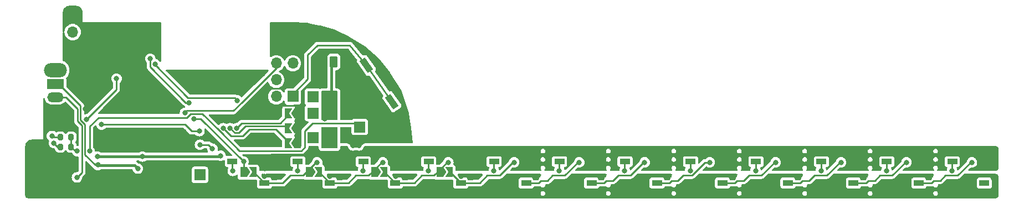
<source format=gbr>
%TF.GenerationSoftware,KiCad,Pcbnew,7.0.5-0*%
%TF.CreationDate,2024-03-24T11:58:47-06:00*%
%TF.ProjectId,rainbow-music-pegasus,7261696e-626f-4772-9d6d-757369632d70,rev?*%
%TF.SameCoordinates,Original*%
%TF.FileFunction,Copper,L2,Bot*%
%TF.FilePolarity,Positive*%
%FSLAX46Y46*%
G04 Gerber Fmt 4.6, Leading zero omitted, Abs format (unit mm)*
G04 Created by KiCad (PCBNEW 7.0.5-0) date 2024-03-24 11:58:47*
%MOMM*%
%LPD*%
G01*
G04 APERTURE LIST*
G04 Aperture macros list*
%AMRoundRect*
0 Rectangle with rounded corners*
0 $1 Rounding radius*
0 $2 $3 $4 $5 $6 $7 $8 $9 X,Y pos of 4 corners*
0 Add a 4 corners polygon primitive as box body*
4,1,4,$2,$3,$4,$5,$6,$7,$8,$9,$2,$3,0*
0 Add four circle primitives for the rounded corners*
1,1,$1+$1,$2,$3*
1,1,$1+$1,$4,$5*
1,1,$1+$1,$6,$7*
1,1,$1+$1,$8,$9*
0 Add four rect primitives between the rounded corners*
20,1,$1+$1,$2,$3,$4,$5,0*
20,1,$1+$1,$4,$5,$6,$7,0*
20,1,$1+$1,$6,$7,$8,$9,0*
20,1,$1+$1,$8,$9,$2,$3,0*%
%AMRotRect*
0 Rectangle, with rotation*
0 The origin of the aperture is its center*
0 $1 length*
0 $2 width*
0 $3 Rotation angle, in degrees counterclockwise*
0 Add horizontal line*
21,1,$1,$2,0,0,$3*%
%AMFreePoly0*
4,1,6,1.000000,0.000000,0.500000,-0.750000,-0.500000,-0.750000,-0.500000,0.750000,0.500000,0.750000,1.000000,0.000000,1.000000,0.000000,$1*%
%AMFreePoly1*
4,1,6,0.500000,-0.750000,-0.650000,-0.750000,-0.150000,0.000000,-0.650000,0.750000,0.500000,0.750000,0.500000,-0.750000,0.500000,-0.750000,$1*%
G04 Aperture macros list end*
%TA.AperFunction,ComponentPad*%
%ADD10R,1.700000X1.700000*%
%TD*%
%TA.AperFunction,ComponentPad*%
%ADD11O,3.500000X2.200000*%
%TD*%
%TA.AperFunction,ComponentPad*%
%ADD12R,2.500000X1.500000*%
%TD*%
%TA.AperFunction,ComponentPad*%
%ADD13O,2.500000X1.500000*%
%TD*%
%TA.AperFunction,ComponentPad*%
%ADD14RoundRect,0.250000X0.350000X0.625000X-0.350000X0.625000X-0.350000X-0.625000X0.350000X-0.625000X0*%
%TD*%
%TA.AperFunction,ComponentPad*%
%ADD15O,1.200000X1.750000*%
%TD*%
%TA.AperFunction,ComponentPad*%
%ADD16O,1.700000X1.700000*%
%TD*%
%TA.AperFunction,ComponentPad*%
%ADD17C,0.700000*%
%TD*%
%TA.AperFunction,ComponentPad*%
%ADD18C,4.400000*%
%TD*%
%TA.AperFunction,ComponentPad*%
%ADD19O,1.550000X1.000000*%
%TD*%
%TA.AperFunction,ComponentPad*%
%ADD20O,0.950000X1.250000*%
%TD*%
%TA.AperFunction,SMDPad,CuDef*%
%ADD21RotRect,2.200000X1.000000X125.000000*%
%TD*%
%TA.AperFunction,SMDPad,CuDef*%
%ADD22R,1.500000X0.900000*%
%TD*%
%TA.AperFunction,SMDPad,CuDef*%
%ADD23FreePoly0,0.000000*%
%TD*%
%TA.AperFunction,SMDPad,CuDef*%
%ADD24FreePoly1,0.000000*%
%TD*%
%TA.AperFunction,SMDPad,CuDef*%
%ADD25RoundRect,0.225000X0.250000X-0.225000X0.250000X0.225000X-0.250000X0.225000X-0.250000X-0.225000X0*%
%TD*%
%TA.AperFunction,SMDPad,CuDef*%
%ADD26FreePoly0,180.000000*%
%TD*%
%TA.AperFunction,SMDPad,CuDef*%
%ADD27FreePoly1,180.000000*%
%TD*%
%TA.AperFunction,SMDPad,CuDef*%
%ADD28RoundRect,0.200000X0.200000X0.275000X-0.200000X0.275000X-0.200000X-0.275000X0.200000X-0.275000X0*%
%TD*%
%TA.AperFunction,SMDPad,CuDef*%
%ADD29RoundRect,0.200000X-0.200000X-0.275000X0.200000X-0.275000X0.200000X0.275000X-0.200000X0.275000X0*%
%TD*%
%TA.AperFunction,ViaPad*%
%ADD30C,0.800000*%
%TD*%
%TA.AperFunction,Conductor*%
%ADD31C,0.250000*%
%TD*%
%TA.AperFunction,Conductor*%
%ADD32C,0.400000*%
%TD*%
G04 APERTURE END LIST*
D10*
%TO.P,TP5,1,1*%
%TO.N,/Batt_Level*%
X125658384Y-89050000D03*
%TD*%
D11*
%TO.P,SW1,*%
%TO.N,*%
X86317500Y-84990000D03*
D12*
%TO.P,SW1,1,A*%
%TO.N,Net-(D25-K)*%
X86317500Y-87090000D03*
D13*
%TO.P,SW1,2,B*%
%TO.N,Net-(SW1-B)*%
X86317500Y-89090000D03*
%TO.P,SW1,3,C*%
%TO.N,GND*%
X86317500Y-91090000D03*
D11*
X86317500Y-93190000D03*
%TD*%
D14*
%TO.P,J3,1,+*%
%TO.N,+BATT*%
X128857500Y-83690000D03*
D15*
%TO.P,J3,2,-*%
%TO.N,GND*%
X126857500Y-83690000D03*
%TD*%
D10*
%TO.P,J2,1,Pin_1*%
%TO.N,/Boot*%
X122597500Y-89000000D03*
D16*
%TO.P,J2,2,Pin_2*%
%TO.N,/RXD*%
X120057500Y-89000000D03*
%TO.P,J2,3,Pin_3*%
%TO.N,GND*%
X122597500Y-86460000D03*
%TO.P,J2,4,Pin_4*%
%TO.N,/TXD*%
X120057500Y-86460000D03*
%TO.P,J2,5,Pin_5*%
%TO.N,unconnected-(J2-Pin_5-Pad5)*%
X122597500Y-83920000D03*
%TO.P,J2,6,Pin_6*%
%TO.N,/Reset*%
X120057500Y-83920000D03*
%TD*%
D10*
%TO.P,TP1,1,1*%
%TO.N,VBUS*%
X125658384Y-95325000D03*
%TD*%
%TO.P,TP3,1,1*%
%TO.N,GND*%
X108400000Y-103600000D03*
%TD*%
%TO.P,TP2,1,1*%
%TO.N,+3.3V*%
X108400000Y-101000000D03*
%TD*%
%TO.P,TP4,1,1*%
%TO.N,+BATT*%
X125658384Y-91550000D03*
%TD*%
%TO.P,MK1,1,-*%
%TO.N,GND*%
X88947500Y-76600000D03*
D16*
%TO.P,MK1,2,+*%
%TO.N,Net-(MK1-+)*%
X88947500Y-79140000D03*
%TD*%
D17*
%TO.P,H1,1,1*%
%TO.N,GND*%
X94280774Y-78450000D03*
X95447500Y-78933274D03*
X93114048Y-78933274D03*
X95930774Y-80100000D03*
D18*
X94280774Y-80100000D03*
D17*
X92630774Y-80100000D03*
X95447500Y-81266726D03*
X93114048Y-81266726D03*
X94280774Y-81750000D03*
%TD*%
D10*
%TO.P,TP6,1,1*%
%TO.N,Net-(U4-STAT)*%
X132807500Y-93670000D03*
%TD*%
D17*
%TO.P,H2,1,1*%
%TO.N,GND*%
X121842500Y-81738000D03*
X120675774Y-81254726D03*
X123009226Y-81254726D03*
X120192500Y-80088000D03*
D18*
X121842500Y-80088000D03*
D17*
X123492500Y-80088000D03*
X120675774Y-78921274D03*
X123009226Y-78921274D03*
X121842500Y-78438000D03*
%TD*%
D19*
%TO.P,J1,6,Shield*%
%TO.N,GND*%
X82710000Y-96600000D03*
D20*
X85410000Y-97600000D03*
X85410000Y-102600000D03*
D19*
X82710000Y-103600000D03*
%TD*%
D21*
%TO.P,SW2,1,1*%
%TO.N,/Boot*%
X137736848Y-89807964D03*
X133836528Y-84237730D03*
%TO.P,SW2,2,2*%
%TO.N,GND*%
X134460240Y-92102270D03*
X130559920Y-86532036D03*
%TD*%
D22*
%TO.P,D16,1,VDD*%
%TO.N,+3.3V*%
X188250000Y-98950000D03*
%TO.P,D16,2,DOUT*%
%TO.N,Net-(D16-DOUT)*%
X188250000Y-102250000D03*
%TO.P,D16,3,VSS*%
%TO.N,GND*%
X183350000Y-102250000D03*
%TO.P,D16,4,DIN*%
%TO.N,Net-(D15-DOUT)*%
X183350000Y-98950000D03*
%TD*%
D23*
%TO.P,JP1,1,A*%
%TO.N,/RGB_Data*%
X115075000Y-100600000D03*
D24*
%TO.P,JP1,2,B*%
%TO.N,Net-(D2-DOUT)*%
X116525000Y-100600000D03*
%TD*%
D23*
%TO.P,JP2,1,A*%
%TO.N,Net-(D2-DOUT)*%
X125075000Y-100600000D03*
D24*
%TO.P,JP2,2,B*%
%TO.N,Net-(D4-DOUT)*%
X126525000Y-100600000D03*
%TD*%
D25*
%TO.P,C28,1*%
%TO.N,GND*%
X199747500Y-101375000D03*
%TO.P,C28,2*%
%TO.N,+3.3V*%
X199747500Y-99825000D03*
%TD*%
D22*
%TO.P,D2,1,VDD*%
%TO.N,+3.3V*%
X118250000Y-98950000D03*
%TO.P,D2,2,DOUT*%
%TO.N,Net-(D2-DOUT)*%
X118250000Y-102250000D03*
%TO.P,D2,3,VSS*%
%TO.N,GND*%
X113350000Y-102250000D03*
%TO.P,D2,4,DIN*%
%TO.N,Net-(D1-DOUT)*%
X113350000Y-98950000D03*
%TD*%
D26*
%TO.P,JP7,1,A*%
%TO.N,GND*%
X123334500Y-96150000D03*
D27*
%TO.P,JP7,2,B*%
%TO.N,/LEDs+8*%
X121884500Y-96150000D03*
%TD*%
D25*
%TO.P,C12,1*%
%TO.N,GND*%
X119747500Y-101375000D03*
%TO.P,C12,2*%
%TO.N,+3.3V*%
X119747500Y-99825000D03*
%TD*%
D22*
%TO.P,D14,1,VDD*%
%TO.N,+3.3V*%
X178250000Y-98950000D03*
%TO.P,D14,2,DOUT*%
%TO.N,Net-(D14-DOUT)*%
X178250000Y-102250000D03*
%TO.P,D14,3,VSS*%
%TO.N,GND*%
X173350000Y-102250000D03*
%TO.P,D14,4,DIN*%
%TO.N,Net-(D13-DOUT)*%
X173350000Y-98950000D03*
%TD*%
D26*
%TO.P,JP5,1,A*%
%TO.N,GND*%
X123334500Y-91600000D03*
D27*
%TO.P,JP5,2,B*%
%TO.N,/LEDs+2*%
X121884500Y-91600000D03*
%TD*%
D22*
%TO.P,D10,1,VDD*%
%TO.N,+3.3V*%
X158250000Y-98950000D03*
%TO.P,D10,2,DOUT*%
%TO.N,Net-(D10-DOUT)*%
X158250000Y-102250000D03*
%TO.P,D10,3,VSS*%
%TO.N,GND*%
X153350000Y-102250000D03*
%TO.P,D10,4,DIN*%
%TO.N,Net-(D10-DIN)*%
X153350000Y-98950000D03*
%TD*%
D25*
%TO.P,C22,1*%
%TO.N,GND*%
X169747500Y-101375000D03*
%TO.P,C22,2*%
%TO.N,+3.3V*%
X169747500Y-99825000D03*
%TD*%
D22*
%TO.P,D22,1,VDD*%
%TO.N,+3.3V*%
X218250000Y-98950000D03*
%TO.P,D22,2,DOUT*%
%TO.N,Net-(D22-DOUT)*%
X218250000Y-102250000D03*
%TO.P,D22,3,VSS*%
%TO.N,GND*%
X213350000Y-102250000D03*
%TO.P,D22,4,DIN*%
%TO.N,Net-(D21-DOUT)*%
X213350000Y-98950000D03*
%TD*%
D25*
%TO.P,C18,1*%
%TO.N,GND*%
X149747500Y-101375000D03*
%TO.P,C18,2*%
%TO.N,+3.3V*%
X149747500Y-99825000D03*
%TD*%
%TO.P,C32,1*%
%TO.N,GND*%
X219760000Y-101375000D03*
%TO.P,C32,2*%
%TO.N,+3.3V*%
X219760000Y-99825000D03*
%TD*%
D22*
%TO.P,D12,1,VDD*%
%TO.N,+3.3V*%
X168250000Y-98950000D03*
%TO.P,D12,2,DOUT*%
%TO.N,Net-(D12-DOUT)*%
X168250000Y-102250000D03*
%TO.P,D12,3,VSS*%
%TO.N,GND*%
X163350000Y-102250000D03*
%TO.P,D12,4,DIN*%
%TO.N,Net-(D11-DOUT)*%
X163350000Y-98950000D03*
%TD*%
D25*
%TO.P,C14,1*%
%TO.N,GND*%
X129747500Y-101375000D03*
%TO.P,C14,2*%
%TO.N,+3.3V*%
X129747500Y-99825000D03*
%TD*%
D22*
%TO.P,D8,1,VDD*%
%TO.N,+3.3V*%
X148250000Y-98950000D03*
%TO.P,D8,2,DOUT*%
%TO.N,Net-(D8-DOUT)*%
X148250000Y-102250000D03*
%TO.P,D8,3,VSS*%
%TO.N,GND*%
X143350000Y-102250000D03*
%TO.P,D8,4,DIN*%
%TO.N,Net-(D7-DOUT)*%
X143350000Y-98950000D03*
%TD*%
%TO.P,D4,1,VDD*%
%TO.N,+3.3V*%
X128250000Y-98950000D03*
%TO.P,D4,2,DOUT*%
%TO.N,Net-(D4-DOUT)*%
X128250000Y-102250000D03*
%TO.P,D4,3,VSS*%
%TO.N,GND*%
X123350000Y-102250000D03*
%TO.P,D4,4,DIN*%
%TO.N,Net-(D3-DOUT)*%
X123350000Y-98950000D03*
%TD*%
D25*
%TO.P,C34,1*%
%TO.N,GND*%
X229750000Y-101375000D03*
%TO.P,C34,2*%
%TO.N,+3.3V*%
X229750000Y-99825000D03*
%TD*%
%TO.P,C26,1*%
%TO.N,GND*%
X179747500Y-101375000D03*
%TO.P,C26,2*%
%TO.N,+3.3V*%
X179747500Y-99825000D03*
%TD*%
%TO.P,C30,1*%
%TO.N,GND*%
X209750000Y-101375000D03*
%TO.P,C30,2*%
%TO.N,+3.3V*%
X209750000Y-99825000D03*
%TD*%
D23*
%TO.P,JP3,1,A*%
%TO.N,Net-(D4-DOUT)*%
X135075000Y-100600000D03*
D24*
%TO.P,JP3,2,B*%
%TO.N,Net-(D6-DOUT)*%
X136525000Y-100600000D03*
%TD*%
D25*
%TO.P,C20,1*%
%TO.N,GND*%
X159747500Y-101375000D03*
%TO.P,C20,2*%
%TO.N,+3.3V*%
X159747500Y-99825000D03*
%TD*%
D22*
%TO.P,D18,1,VDD*%
%TO.N,+3.3V*%
X198250000Y-98950000D03*
%TO.P,D18,2,DOUT*%
%TO.N,Net-(D18-DOUT)*%
X198250000Y-102250000D03*
%TO.P,D18,3,VSS*%
%TO.N,GND*%
X193350000Y-102250000D03*
%TO.P,D18,4,DIN*%
%TO.N,Net-(D17-DOUT)*%
X193350000Y-98950000D03*
%TD*%
D25*
%TO.P,C24,1*%
%TO.N,GND*%
X189747500Y-101375000D03*
%TO.P,C24,2*%
%TO.N,+3.3V*%
X189747500Y-99825000D03*
%TD*%
D28*
%TO.P,R15,1*%
%TO.N,Net-(U4-STAT)*%
X88712500Y-96710000D03*
%TO.P,R15,2*%
%TO.N,Net-(D26-K)*%
X87062500Y-96710000D03*
%TD*%
D25*
%TO.P,C16,1*%
%TO.N,GND*%
X139747500Y-101375000D03*
%TO.P,C16,2*%
%TO.N,+3.3V*%
X139747500Y-99825000D03*
%TD*%
D22*
%TO.P,D6,1,VDD*%
%TO.N,+3.3V*%
X138250000Y-98950000D03*
%TO.P,D6,2,DOUT*%
%TO.N,Net-(D6-DOUT)*%
X138250000Y-102250000D03*
%TO.P,D6,3,VSS*%
%TO.N,GND*%
X133350000Y-102250000D03*
%TO.P,D6,4,DIN*%
%TO.N,Net-(D5-DOUT)*%
X133350000Y-98950000D03*
%TD*%
%TO.P,D24,1,VDD*%
%TO.N,+3.3V*%
X228250000Y-98950000D03*
%TO.P,D24,2,DOUT*%
%TO.N,unconnected-(D24-DOUT-Pad2)*%
X228250000Y-102250000D03*
%TO.P,D24,3,VSS*%
%TO.N,GND*%
X223350000Y-102250000D03*
%TO.P,D24,4,DIN*%
%TO.N,Net-(D23-DOUT)*%
X223350000Y-98950000D03*
%TD*%
D23*
%TO.P,JP4,1,A*%
%TO.N,Net-(D6-DOUT)*%
X145075000Y-100600000D03*
D24*
%TO.P,JP4,2,B*%
%TO.N,Net-(D8-DOUT)*%
X146525000Y-100600000D03*
%TD*%
D29*
%TO.P,R16,1*%
%TO.N,Net-(D27-A)*%
X87062500Y-95240000D03*
%TO.P,R16,2*%
%TO.N,Net-(U4-STAT)*%
X88712500Y-95240000D03*
%TD*%
D22*
%TO.P,D20,1,VDD*%
%TO.N,+3.3V*%
X208250000Y-98950000D03*
%TO.P,D20,2,DOUT*%
%TO.N,Net-(D20-DOUT)*%
X208250000Y-102250000D03*
%TO.P,D20,3,VSS*%
%TO.N,GND*%
X203350000Y-102250000D03*
%TO.P,D20,4,DIN*%
%TO.N,Net-(D19-DOUT)*%
X203350000Y-98950000D03*
%TD*%
D26*
%TO.P,JP6,1,A*%
%TO.N,GND*%
X123334500Y-93875000D03*
D27*
%TO.P,JP6,2,B*%
%TO.N,/LEDs+4*%
X121884500Y-93875000D03*
%TD*%
D30*
%TO.N,GND*%
X93947500Y-101400000D03*
X165800000Y-103200000D03*
X118272500Y-101200000D03*
X94197500Y-94850000D03*
X88608384Y-87200000D03*
X195800000Y-103200000D03*
X132100000Y-90400000D03*
X105923000Y-94350000D03*
X106717500Y-87300000D03*
X138262299Y-101200498D03*
X131797500Y-96500000D03*
X118108384Y-92000000D03*
X131797500Y-95600000D03*
X101867500Y-94530000D03*
X100000000Y-87950000D03*
X135800000Y-103200000D03*
X131500000Y-88600000D03*
X114273000Y-92100000D03*
X132100000Y-89400000D03*
X155800000Y-103200000D03*
X185800000Y-103200000D03*
X215800000Y-103200000D03*
X148250000Y-101200498D03*
X90887500Y-90887500D03*
X130500000Y-88600000D03*
X205800000Y-103200000D03*
X175600000Y-103200000D03*
X145800000Y-103200000D03*
X117977500Y-85540000D03*
X117808384Y-95300000D03*
X225800000Y-103200000D03*
X128262299Y-101200498D03*
X132700000Y-95600000D03*
X132700000Y-96500000D03*
X103190000Y-100030000D03*
%TO.N,/Reset*%
X106108384Y-91500000D03*
%TO.N,+3.3V*%
X185297500Y-97900000D03*
X135497500Y-97900000D03*
X165447500Y-97900000D03*
X155397500Y-97900000D03*
X95647500Y-86267500D03*
X225347500Y-97900000D03*
X118297500Y-100075000D03*
X215347500Y-97900000D03*
X175297500Y-97900000D03*
X91077833Y-92504101D03*
X195347500Y-97900000D03*
X145472500Y-97900000D03*
X125408384Y-97900000D03*
X205347500Y-97900000D03*
%TO.N,Net-(D1-DOUT)*%
X113408384Y-100400000D03*
%TO.N,/RGB_Data*%
X107500498Y-92400000D03*
X115072500Y-98970000D03*
%TO.N,Net-(D2-DOUT)*%
X126308384Y-99100000D03*
%TO.N,Net-(D3-DOUT)*%
X123350000Y-100350000D03*
%TO.N,Net-(D5-DOUT)*%
X133300000Y-100350000D03*
%TO.N,Net-(D4-DOUT)*%
X136347500Y-99100000D03*
%TO.N,Net-(D7-DOUT)*%
X143300000Y-100350000D03*
%TO.N,Net-(D10-DIN)*%
X153300000Y-100350000D03*
%TO.N,Net-(D10-DOUT)*%
X166347500Y-99100000D03*
%TO.N,Net-(D11-DOUT)*%
X163300000Y-100350000D03*
%TO.N,+BATT*%
X127447500Y-91400000D03*
X127447500Y-92400000D03*
X127447500Y-90400000D03*
X127447500Y-89400000D03*
X128997500Y-88600000D03*
X127997500Y-88600000D03*
%TO.N,/Mic_Signal*%
X93353750Y-93306250D03*
X108324500Y-94298736D03*
%TO.N,VBUS*%
X111561466Y-98077582D03*
X127447500Y-95450000D03*
X127447500Y-94550000D03*
X127447500Y-96350000D03*
X99599571Y-98200000D03*
X92772500Y-98200000D03*
%TO.N,/LEDs+2*%
X114025500Y-93864000D03*
%TO.N,/LEDs+4*%
X113004847Y-93860054D03*
%TO.N,Net-(U1-GPIO8)*%
X101532884Y-84046227D03*
X114087500Y-89600000D03*
%TO.N,Net-(D13-DOUT)*%
X173300000Y-100350000D03*
%TO.N,Net-(D14-DOUT)*%
X186297500Y-99100000D03*
%TO.N,Net-(D15-DOUT)*%
X183300000Y-100350000D03*
%TO.N,Net-(D17-DOUT)*%
X193300000Y-100350000D03*
%TO.N,Net-(D18-DOUT)*%
X206347500Y-99100000D03*
%TO.N,Net-(D19-DOUT)*%
X203300000Y-100350000D03*
%TO.N,Net-(D6-DOUT)*%
X146347500Y-99100000D03*
%TO.N,Net-(D8-DOUT)*%
X156397500Y-99100000D03*
%TO.N,Net-(D12-DOUT)*%
X176347500Y-99100000D03*
%TO.N,Net-(D16-DOUT)*%
X196347500Y-99100000D03*
%TO.N,Net-(D20-DOUT)*%
X216347500Y-99100000D03*
%TO.N,Net-(SW1-B)*%
X89608384Y-101400000D03*
%TO.N,Net-(U1-GPIO2{slash}ADC1_CH2)*%
X100808384Y-83225585D03*
X106679013Y-89942238D03*
%TO.N,Net-(D21-DOUT)*%
X213300000Y-100350000D03*
%TO.N,Net-(D22-DOUT)*%
X226347500Y-99100000D03*
%TO.N,Net-(D23-DOUT)*%
X223300000Y-100350000D03*
%TO.N,/LEDs+8*%
X111980249Y-93860054D03*
%TO.N,/Batt_Level*%
X108396085Y-96400002D03*
X110308384Y-97000000D03*
%TO.N,Net-(D26-K)*%
X86088384Y-96120000D03*
%TO.N,Net-(U4-STAT)*%
X89648500Y-97376223D03*
X91547500Y-97380000D03*
%TO.N,Net-(D25-K)*%
X98900000Y-100050000D03*
X92808384Y-99500000D03*
%TO.N,Net-(D27-A)*%
X85778384Y-95040000D03*
%TD*%
D31*
%TO.N,GND*%
X192400000Y-103200000D02*
X184300000Y-103200000D01*
X122997500Y-90410000D02*
X115963000Y-90410000D01*
X174300000Y-103200000D02*
X173350000Y-102250000D01*
X214300000Y-103200000D02*
X222400000Y-103200000D01*
X212400000Y-103200000D02*
X213350000Y-102250000D01*
X144300000Y-103200000D02*
X143350000Y-102250000D01*
X114273000Y-92100000D02*
X118610000Y-87763000D01*
X183350000Y-102250000D02*
X182400000Y-103200000D01*
X134300000Y-103200000D02*
X133350000Y-102250000D01*
X184300000Y-103200000D02*
X183350000Y-102250000D01*
X182400000Y-103200000D02*
X174300000Y-103200000D01*
X213350000Y-102250000D02*
X214300000Y-103200000D01*
X154300000Y-103200000D02*
X153350000Y-102250000D01*
X163350000Y-102250000D02*
X162400000Y-103200000D01*
X123334500Y-91600000D02*
X123334500Y-90747000D01*
X162400000Y-103200000D02*
X154300000Y-103200000D01*
X172400000Y-103200000D02*
X164300000Y-103200000D01*
X164300000Y-103200000D02*
X163350000Y-102250000D01*
X118610000Y-87763000D02*
X121294500Y-87763000D01*
X194300000Y-103200000D02*
X202400000Y-103200000D01*
X193350000Y-102250000D02*
X194300000Y-103200000D01*
X173350000Y-102250000D02*
X172400000Y-103200000D01*
X202400000Y-103200000D02*
X203350000Y-102250000D01*
X143350000Y-102250000D02*
X142400000Y-103200000D01*
X142400000Y-103200000D02*
X134300000Y-103200000D01*
X123334500Y-90747000D02*
X122997500Y-90410000D01*
X114300000Y-103200000D02*
X113350000Y-102250000D01*
X122450000Y-103200000D02*
X114300000Y-103200000D01*
X115963000Y-90410000D02*
X114273000Y-92100000D01*
X222400000Y-103200000D02*
X223350000Y-102250000D01*
X133350000Y-102250000D02*
X132400000Y-103200000D01*
X132400000Y-103200000D02*
X124350000Y-103200000D01*
X203350000Y-102250000D02*
X204300000Y-103200000D01*
X193350000Y-102250000D02*
X192400000Y-103200000D01*
X121294500Y-87763000D02*
X122597500Y-86460000D01*
X124350000Y-103200000D02*
X123400000Y-102250000D01*
X153350000Y-102250000D02*
X152400000Y-103200000D01*
X204300000Y-103200000D02*
X212400000Y-103200000D01*
X152400000Y-103200000D02*
X144300000Y-103200000D01*
X123400000Y-102250000D02*
X122450000Y-103200000D01*
%TO.N,/Reset*%
X106108384Y-91500000D02*
X106408384Y-91200000D01*
X106408384Y-91200000D02*
X113512805Y-91200000D01*
X113512805Y-91200000D02*
X114812500Y-89900305D01*
X114812500Y-89895000D02*
X120057500Y-84650000D01*
X120057500Y-84650000D02*
X120057500Y-83920000D01*
X114812500Y-89900305D02*
X114812500Y-89895000D01*
%TO.N,/Boot*%
X124847500Y-82650000D02*
X124847500Y-86340884D01*
X133836528Y-84237730D02*
X131272500Y-81150000D01*
X126347500Y-81150000D02*
X124847500Y-82650000D01*
X131272500Y-81150000D02*
X126347500Y-81150000D01*
X122597500Y-88590884D02*
X122597500Y-89000000D01*
X137736848Y-89807964D02*
X133836528Y-84237730D01*
X124847500Y-86340884D02*
X122597500Y-88590884D01*
D32*
%TO.N,+3.3V*%
X227200000Y-97900000D02*
X228250000Y-98950000D01*
X139300000Y-97900000D02*
X147200000Y-97900000D01*
X129747500Y-99900000D02*
X129200000Y-99900000D01*
X200713030Y-97900000D02*
X199300000Y-97900000D01*
X149300000Y-97900000D02*
X157200000Y-97900000D01*
X157200000Y-97900000D02*
X158250000Y-98950000D01*
X159300000Y-97900000D02*
X160713030Y-97900000D01*
X209225000Y-99925000D02*
X208250000Y-98950000D01*
X189300000Y-97900000D02*
X190713030Y-97900000D01*
X189125000Y-99825000D02*
X188250000Y-98950000D01*
X179125000Y-99825000D02*
X178250000Y-98950000D01*
X129200000Y-99900000D02*
X128250000Y-98950000D01*
D31*
X95642500Y-86272500D02*
X95647500Y-86267500D01*
D32*
X167200000Y-97900000D02*
X168250000Y-98950000D01*
X180713030Y-97900000D02*
X180776699Y-97913350D01*
X177200000Y-97900000D02*
X178250000Y-98950000D01*
X189747500Y-99825000D02*
X189125000Y-99825000D01*
X190883805Y-97900000D02*
X197200000Y-97900000D01*
X158250000Y-98950000D02*
X159300000Y-97900000D01*
X229225000Y-99925000D02*
X228250000Y-98950000D01*
X118250000Y-98947500D02*
X119297500Y-97900000D01*
X215347500Y-97900000D02*
X210883805Y-97900000D01*
X137200000Y-97900000D02*
X138250000Y-98950000D01*
D31*
X91083399Y-92504101D02*
X95642500Y-87945000D01*
D32*
X118250000Y-100047500D02*
X118197500Y-100100000D01*
X187200000Y-97900000D02*
X188250000Y-98950000D01*
X209747500Y-99925000D02*
X209225000Y-99925000D01*
X188250000Y-98950000D02*
X189300000Y-97900000D01*
X215347500Y-97900000D02*
X217200000Y-97900000D01*
X219300000Y-97900000D02*
X218250000Y-98950000D01*
X139747500Y-99825000D02*
X139125000Y-99825000D01*
X178250000Y-98950000D02*
X179300000Y-97900000D01*
X225347500Y-97900000D02*
X220883805Y-97900000D01*
X119750000Y-99825000D02*
X118875000Y-98950000D01*
X210883805Y-97900000D02*
X210776699Y-97913350D01*
X159747500Y-99825000D02*
X159125000Y-99825000D01*
X169125000Y-99825000D02*
X168250000Y-98950000D01*
X170776699Y-97913350D02*
X170883805Y-97900000D01*
X159125000Y-99825000D02*
X158250000Y-98950000D01*
X129747500Y-99825000D02*
X129747500Y-99900000D01*
X197200000Y-97900000D02*
X198250000Y-98950000D01*
X118875000Y-98950000D02*
X118250000Y-98950000D01*
X160713030Y-97900000D02*
X160776699Y-97913350D01*
X217200000Y-97900000D02*
X218250000Y-98950000D01*
X190776699Y-97913350D02*
X190883805Y-97900000D01*
X220713030Y-97900000D02*
X219300000Y-97900000D01*
X229747500Y-99925000D02*
X229225000Y-99925000D01*
X180776699Y-97913350D02*
X180883805Y-97900000D01*
X210713030Y-97900000D02*
X205347500Y-97900000D01*
X179747500Y-99825000D02*
X179125000Y-99825000D01*
X207200000Y-97900000D02*
X208250000Y-98950000D01*
X190713030Y-97900000D02*
X190776699Y-97913350D01*
X139125000Y-99825000D02*
X138250000Y-98950000D01*
X220776699Y-97913350D02*
X220713030Y-97900000D01*
X168250000Y-98950000D02*
X169300000Y-97900000D01*
X220883805Y-97900000D02*
X220776699Y-97913350D01*
X225347500Y-97900000D02*
X227200000Y-97900000D01*
X160776699Y-97913350D02*
X160883805Y-97900000D01*
X219125000Y-99825000D02*
X218250000Y-98950000D01*
X219747500Y-99825000D02*
X219125000Y-99825000D01*
X138250000Y-98950000D02*
X139300000Y-97900000D01*
X149125000Y-99825000D02*
X148250000Y-98950000D01*
X205347500Y-97900000D02*
X207200000Y-97900000D01*
X179300000Y-97900000D02*
X180713030Y-97900000D01*
X180883805Y-97900000D02*
X187200000Y-97900000D01*
X128250000Y-98950000D02*
X129300000Y-97900000D01*
X149747500Y-99825000D02*
X149125000Y-99825000D01*
X127200000Y-97900000D02*
X128250000Y-98950000D01*
X169747500Y-99825000D02*
X169125000Y-99825000D01*
X200776699Y-97913350D02*
X200713030Y-97900000D01*
X199747500Y-99825000D02*
X199125000Y-99825000D01*
X118250000Y-98950000D02*
X118250000Y-98947500D01*
D31*
X91077833Y-92504101D02*
X91083399Y-92504101D01*
D32*
X199125000Y-99825000D02*
X198250000Y-98950000D01*
X129300000Y-97900000D02*
X137200000Y-97900000D01*
X148250000Y-98950000D02*
X149300000Y-97900000D01*
X200883805Y-97900000D02*
X200776699Y-97913350D01*
X169300000Y-97900000D02*
X170713030Y-97900000D01*
X147200000Y-97900000D02*
X148250000Y-98950000D01*
X119297500Y-97900000D02*
X127200000Y-97900000D01*
D31*
X95642500Y-87945000D02*
X95642500Y-86272500D01*
D32*
X170883805Y-97900000D02*
X177200000Y-97900000D01*
X199300000Y-97900000D02*
X198250000Y-98950000D01*
X205347500Y-97900000D02*
X200883805Y-97900000D01*
X118250000Y-98950000D02*
X118250000Y-100047500D01*
X210776699Y-97913350D02*
X210713030Y-97900000D01*
X170713030Y-97900000D02*
X170776699Y-97913350D01*
X160883805Y-97900000D02*
X167200000Y-97900000D01*
D31*
%TO.N,Net-(D1-DOUT)*%
X113350000Y-100350000D02*
X113350000Y-98950000D01*
%TO.N,/RGB_Data*%
X115072500Y-98970000D02*
X115072500Y-100600000D01*
X115072500Y-98964116D02*
X108508384Y-92400000D01*
X115072500Y-98970000D02*
X115072500Y-98964116D01*
X108508384Y-92400000D02*
X107500498Y-92400000D01*
%TO.N,Net-(D2-DOUT)*%
X116522500Y-100600000D02*
X116600000Y-100600000D01*
X122200000Y-101100000D02*
X121050000Y-102250000D01*
X121050000Y-102250000D02*
X118250000Y-102250000D01*
X126308384Y-99100000D02*
X126147500Y-99100000D01*
X116600000Y-100600000D02*
X118250000Y-102250000D01*
X124147500Y-101100000D02*
X122200000Y-101100000D01*
X126147500Y-99100000D02*
X124147500Y-101100000D01*
%TO.N,Net-(D3-DOUT)*%
X123300000Y-99000000D02*
X123350000Y-98950000D01*
X123300000Y-100350000D02*
X123300000Y-99000000D01*
%TO.N,Net-(D5-DOUT)*%
X133300000Y-100350000D02*
X133300000Y-99000000D01*
X133300000Y-99000000D02*
X133350000Y-98950000D01*
%TO.N,Net-(D4-DOUT)*%
X134147500Y-101100000D02*
X132237500Y-101100000D01*
X126525000Y-100600000D02*
X126600000Y-100600000D01*
X136347500Y-99100000D02*
X136147500Y-99100000D01*
X131087500Y-102250000D02*
X128250000Y-102250000D01*
X132237500Y-101100000D02*
X131087500Y-102250000D01*
X136147500Y-99100000D02*
X134147500Y-101100000D01*
X126600000Y-100600000D02*
X128250000Y-102250000D01*
%TO.N,Net-(D7-DOUT)*%
X143300000Y-100350000D02*
X143300000Y-99000000D01*
X143300000Y-99000000D02*
X143350000Y-98950000D01*
%TO.N,Net-(D10-DIN)*%
X153300000Y-100350000D02*
X153300000Y-99000000D01*
X153300000Y-99000000D02*
X153350000Y-98950000D01*
%TO.N,Net-(D10-DOUT)*%
X160475316Y-101900000D02*
X160125316Y-102250000D01*
X162300000Y-101100000D02*
X161500000Y-101900000D01*
X161500000Y-101900000D02*
X160475316Y-101900000D01*
X164122500Y-101100000D02*
X162300000Y-101100000D01*
X166347500Y-99100000D02*
X166122500Y-99100000D01*
X166122500Y-99100000D02*
X164122500Y-101100000D01*
X160125316Y-102250000D02*
X158250000Y-102250000D01*
%TO.N,Net-(D11-DOUT)*%
X163300000Y-100350000D02*
X163300000Y-99000000D01*
X163300000Y-99000000D02*
X163350000Y-98950000D01*
D32*
%TO.N,+BATT*%
X128857500Y-83690000D02*
X128467500Y-84080000D01*
X128547500Y-84000000D02*
X128857500Y-83690000D01*
X128467500Y-84080000D02*
X128467500Y-88130000D01*
X127497500Y-90400000D02*
X128547500Y-89350000D01*
X128467500Y-88130000D02*
X127997500Y-88600000D01*
D31*
%TO.N,/Mic_Signal*%
X108324500Y-94298736D02*
X107107120Y-94298736D01*
X106108384Y-93300000D02*
X93360000Y-93300000D01*
X93360000Y-93300000D02*
X93353750Y-93306250D01*
X107107120Y-94298736D02*
X106108384Y-93300000D01*
D32*
%TO.N,VBUS*%
X92772500Y-98200000D02*
X99599571Y-98200000D01*
X99599571Y-98200000D02*
X111439048Y-98200000D01*
X111439048Y-98200000D02*
X111561466Y-98077582D01*
D31*
%TO.N,/LEDs+2*%
X114789500Y-93100000D02*
X120655500Y-93100000D01*
X121884500Y-91871000D02*
X121884500Y-91600000D01*
X120655500Y-93100000D02*
X121884500Y-91871000D01*
X114025500Y-93864000D02*
X114789500Y-93100000D01*
%TO.N,/LEDs+4*%
X113725195Y-94589000D02*
X114325805Y-94589000D01*
X113004847Y-93860054D02*
X113004847Y-93868652D01*
X114750500Y-94155000D02*
X115355500Y-93550000D01*
X121549500Y-93550000D02*
X121879500Y-93880000D01*
X115355500Y-93550000D02*
X121549500Y-93550000D01*
X114750500Y-94164305D02*
X114750500Y-94155000D01*
X114325805Y-94589000D02*
X114750500Y-94164305D01*
X113004847Y-93868652D02*
X113725195Y-94589000D01*
%TO.N,Net-(U1-GPIO8)*%
X106590460Y-89217238D02*
X113704738Y-89217238D01*
X101532884Y-84046227D02*
X101532884Y-84159662D01*
X113704738Y-89217238D02*
X114087500Y-89600000D01*
X101532884Y-84159662D02*
X106590460Y-89217238D01*
%TO.N,Net-(D13-DOUT)*%
X173300000Y-99000000D02*
X173350000Y-98950000D01*
X173300000Y-100350000D02*
X173300000Y-99000000D01*
%TO.N,Net-(D14-DOUT)*%
X185575305Y-99100000D02*
X183575305Y-101100000D01*
X182200000Y-101100000D02*
X181400000Y-101900000D01*
X180147500Y-102250000D02*
X178250000Y-102250000D01*
X186347500Y-99100000D02*
X185575305Y-99100000D01*
X181400000Y-101900000D02*
X180497500Y-101900000D01*
X180497500Y-101900000D02*
X180147500Y-102250000D01*
X183575305Y-101100000D02*
X182200000Y-101100000D01*
%TO.N,Net-(D15-DOUT)*%
X183300000Y-100350000D02*
X183300000Y-99000000D01*
X183300000Y-99000000D02*
X183350000Y-98950000D01*
%TO.N,Net-(D17-DOUT)*%
X193300000Y-99000000D02*
X193350000Y-98950000D01*
X193300000Y-100350000D02*
X193300000Y-99000000D01*
%TO.N,Net-(D18-DOUT)*%
X202300000Y-101100000D02*
X201500000Y-101900000D01*
X200475317Y-101900000D02*
X200125317Y-102250000D01*
X201500000Y-101900000D02*
X200475317Y-101900000D01*
X204172500Y-101100000D02*
X202300000Y-101100000D01*
X206172500Y-99100000D02*
X204172500Y-101100000D01*
X206347500Y-99100000D02*
X206172500Y-99100000D01*
X200125317Y-102250000D02*
X198250000Y-102250000D01*
%TO.N,Net-(D19-DOUT)*%
X203300000Y-100350000D02*
X203300000Y-99000000D01*
X203300000Y-99000000D02*
X203350000Y-98950000D01*
%TO.N,Net-(D6-DOUT)*%
X144147500Y-101100000D02*
X142300000Y-101100000D01*
X136600000Y-100600000D02*
X138250000Y-102250000D01*
X136525000Y-100600000D02*
X136600000Y-100600000D01*
X142300000Y-101100000D02*
X141150000Y-102250000D01*
X141150000Y-102250000D02*
X138250000Y-102250000D01*
X146397500Y-99100000D02*
X146147500Y-99100000D01*
X146147500Y-99100000D02*
X144147500Y-101100000D01*
%TO.N,Net-(D8-DOUT)*%
X146525000Y-100600000D02*
X146600000Y-100600000D01*
X154197500Y-101100000D02*
X152300000Y-101100000D01*
X151150000Y-102250000D02*
X148250000Y-102250000D01*
X152300000Y-101100000D02*
X151150000Y-102250000D01*
X156197500Y-99100000D02*
X154197500Y-101100000D01*
X146600000Y-100600000D02*
X148250000Y-102250000D01*
X156347500Y-99100000D02*
X156197500Y-99100000D01*
%TO.N,Net-(D12-DOUT)*%
X172300000Y-101100000D02*
X171500000Y-101900000D01*
X174172500Y-101100000D02*
X172300000Y-101100000D01*
X170147500Y-102250000D02*
X168250000Y-102250000D01*
X176172500Y-99100000D02*
X174172500Y-101100000D01*
X176297500Y-99100000D02*
X176172500Y-99100000D01*
X170497500Y-101900000D02*
X170147500Y-102250000D01*
X171500000Y-101900000D02*
X170497500Y-101900000D01*
%TO.N,Net-(D16-DOUT)*%
X196347500Y-99100000D02*
X196172500Y-99100000D01*
X190125317Y-102250000D02*
X188250000Y-102250000D01*
X190475317Y-101900000D02*
X190125317Y-102250000D01*
X194172500Y-101100000D02*
X192300000Y-101100000D01*
X196172500Y-99100000D02*
X194172500Y-101100000D01*
X191500000Y-101900000D02*
X190475317Y-101900000D01*
X192300000Y-101100000D02*
X191500000Y-101900000D01*
%TO.N,Net-(D20-DOUT)*%
X212300000Y-101100000D02*
X211500000Y-101900000D01*
X211500000Y-101900000D02*
X210500000Y-101900000D01*
X214172500Y-101100000D02*
X212300000Y-101100000D01*
X216297500Y-99100000D02*
X216172500Y-99100000D01*
X210150000Y-102250000D02*
X208250000Y-102250000D01*
X216172500Y-99100000D02*
X214172500Y-101100000D01*
X210500000Y-101900000D02*
X210150000Y-102250000D01*
%TO.N,Net-(SW1-B)*%
X90373000Y-93460969D02*
X89712500Y-92800469D01*
X90373000Y-100635384D02*
X90373000Y-93460969D01*
X87937500Y-89090000D02*
X86317500Y-89090000D01*
X89712500Y-90865000D02*
X87937500Y-89090000D01*
X89712500Y-92800469D02*
X89712500Y-90865000D01*
X89608384Y-101400000D02*
X90373000Y-100635384D01*
%TO.N,Net-(U1-GPIO2{slash}ADC1_CH2)*%
X100808384Y-83225585D02*
X100808384Y-84500000D01*
X100808384Y-84500000D02*
X106250622Y-89942238D01*
X106250622Y-89942238D02*
X106679013Y-89942238D01*
%TO.N,Net-(D21-DOUT)*%
X213300000Y-99000000D02*
X213350000Y-98950000D01*
X213300000Y-100350000D02*
X213300000Y-99000000D01*
%TO.N,Net-(D22-DOUT)*%
X220500000Y-101900000D02*
X220150000Y-102250000D01*
X222300000Y-101100000D02*
X221500000Y-101900000D01*
X226347500Y-99100000D02*
X226172500Y-99100000D01*
X220150000Y-102250000D02*
X218250000Y-102250000D01*
X224172500Y-101100000D02*
X222300000Y-101100000D01*
X221500000Y-101900000D02*
X220500000Y-101900000D01*
X226172500Y-99100000D02*
X224172500Y-101100000D01*
%TO.N,Net-(D23-DOUT)*%
X223300000Y-99000000D02*
X223350000Y-98950000D01*
X223300000Y-100350000D02*
X223300000Y-99000000D01*
%TO.N,/LEDs+8*%
X119979500Y-94000000D02*
X121884500Y-95905000D01*
X115930500Y-94000000D02*
X119979500Y-94000000D01*
X111980249Y-93860054D02*
X113159195Y-95039000D01*
X121884500Y-95905000D02*
X121884500Y-96150000D01*
X114891500Y-95039000D02*
X115930500Y-94000000D01*
X113159195Y-95039000D02*
X114891500Y-95039000D01*
%TO.N,/Batt_Level*%
X108396087Y-96400000D02*
X109708384Y-96400000D01*
X109708384Y-96400000D02*
X110308384Y-97000000D01*
X108396085Y-96400002D02*
X108396087Y-96400000D01*
%TO.N,Net-(D26-K)*%
X86678384Y-96710000D02*
X87237500Y-96710000D01*
X86088384Y-96120000D02*
X86678384Y-96710000D01*
%TO.N,Net-(U4-STAT)*%
X132117500Y-93150000D02*
X125558384Y-93150000D01*
X125558384Y-93150000D02*
X124447500Y-94260884D01*
X89648500Y-97376223D02*
X89328723Y-97376223D01*
X88712500Y-96710000D02*
X88712500Y-95240000D01*
X124447500Y-96746620D02*
X123894120Y-97300000D01*
X111693438Y-94585054D02*
X111679944Y-94585054D01*
X89328723Y-97376223D02*
X88662500Y-96710000D01*
X91548000Y-93560384D02*
X91548000Y-97379500D01*
X106408689Y-92225000D02*
X92883384Y-92225000D01*
X111255249Y-94146865D02*
X108758384Y-91650000D01*
X114408384Y-97300000D02*
X111693438Y-94585054D01*
X106983689Y-91650000D02*
X106408689Y-92225000D01*
X123894120Y-97300000D02*
X114408384Y-97300000D01*
X92883384Y-92225000D02*
X91548000Y-93560384D01*
X111255249Y-94160359D02*
X111255249Y-94146865D01*
X124447500Y-94260884D02*
X124447500Y-96746620D01*
X111679944Y-94585054D02*
X111255249Y-94160359D01*
X132847500Y-93880000D02*
X132117500Y-93150000D01*
X91548000Y-97379500D02*
X91547500Y-97380000D01*
X108758384Y-91650000D02*
X106983689Y-91650000D01*
%TO.N,Net-(D25-K)*%
X90162500Y-92614073D02*
X90162500Y-90427500D01*
X90823000Y-93274573D02*
X90162500Y-92614073D01*
D32*
X92838384Y-99530000D02*
X92808384Y-99500000D01*
D31*
X86825000Y-87090000D02*
X86317500Y-87090000D01*
X92808384Y-99500000D02*
X92422500Y-99500000D01*
X90823000Y-97900500D02*
X90823000Y-93274573D01*
D32*
X98380000Y-99530000D02*
X92838384Y-99530000D01*
X98900000Y-100050000D02*
X98380000Y-99530000D01*
D31*
X92422500Y-99500000D02*
X90823000Y-97900500D01*
X90162500Y-90427500D02*
X86825000Y-87090000D01*
%TO.N,Net-(D27-A)*%
X85778384Y-95040000D02*
X85978384Y-95240000D01*
X85978384Y-95240000D02*
X87062500Y-95240000D01*
%TD*%
%TA.AperFunction,Conductor*%
%TO.N,+BATT*%
G36*
X129323998Y-88149505D02*
G01*
X129390955Y-88169458D01*
X129436499Y-88222444D01*
X129447499Y-88273504D01*
X129447500Y-92500500D01*
X129427815Y-92567539D01*
X129375011Y-92613294D01*
X129323500Y-92624500D01*
X127071500Y-92624500D01*
X127004461Y-92604815D01*
X126958706Y-92552011D01*
X126947500Y-92500500D01*
X126947500Y-88264496D01*
X126967185Y-88197457D01*
X127019989Y-88151702D01*
X127071991Y-88140497D01*
X129323998Y-88149505D01*
G37*
%TD.AperFunction*%
%TD*%
%TA.AperFunction,Conductor*%
%TO.N,VBUS*%
G36*
X129390539Y-93695185D02*
G01*
X129436294Y-93747989D01*
X129447500Y-93799500D01*
X129447500Y-96826000D01*
X129427815Y-96893039D01*
X129375011Y-96938794D01*
X129323500Y-96950000D01*
X127071500Y-96950000D01*
X127004461Y-96930315D01*
X126958706Y-96877511D01*
X126947500Y-96826000D01*
X126947500Y-93799500D01*
X126967185Y-93732461D01*
X127019989Y-93686706D01*
X127071500Y-93675500D01*
X129323500Y-93675500D01*
X129390539Y-93695185D01*
G37*
%TD.AperFunction*%
%TD*%
%TA.AperFunction,Conductor*%
%TO.N,GND*%
G36*
X88978568Y-100897737D02*
G01*
X88882595Y-101050476D01*
X88823015Y-101220745D01*
X88823014Y-101220750D01*
X88802819Y-101399996D01*
X88802819Y-101400003D01*
X88823014Y-101579249D01*
X88823015Y-101579254D01*
X88882595Y-101749523D01*
X88894508Y-101768482D01*
X88978568Y-101902262D01*
X89106122Y-102029816D01*
X89196464Y-102086581D01*
X89199265Y-102088342D01*
X89258862Y-102125789D01*
X89408201Y-102178045D01*
X89429129Y-102185368D01*
X89429134Y-102185369D01*
X89608380Y-102205565D01*
X89608384Y-102205565D01*
X89608388Y-102205565D01*
X89787633Y-102185369D01*
X89787636Y-102185368D01*
X89787639Y-102185368D01*
X89957906Y-102125789D01*
X90110646Y-102029816D01*
X90238200Y-101902262D01*
X90334173Y-101749522D01*
X90393752Y-101579255D01*
X90394653Y-101571264D01*
X90413949Y-101400002D01*
X90413949Y-101393035D01*
X90416113Y-101393035D01*
X90426358Y-101334464D01*
X90449852Y-101301699D01*
X90737504Y-101014047D01*
X90738942Y-101012656D01*
X90784469Y-100970139D01*
X90806353Y-100934150D01*
X90809914Y-100928918D01*
X90835364Y-100895359D01*
X90841473Y-100879866D01*
X90850876Y-100860935D01*
X90857526Y-100850000D01*
X98850605Y-100850000D01*
X98899996Y-100855565D01*
X98900000Y-100855565D01*
X98900004Y-100855565D01*
X98949395Y-100850000D01*
X107149500Y-100850000D01*
X107149500Y-101881517D01*
X107152786Y-101902262D01*
X107164354Y-101975304D01*
X107221950Y-102088342D01*
X107221952Y-102088344D01*
X107221954Y-102088347D01*
X107311652Y-102178045D01*
X107311654Y-102178046D01*
X107311658Y-102178050D01*
X107418092Y-102232281D01*
X107424698Y-102235647D01*
X107518475Y-102250499D01*
X107518481Y-102250500D01*
X109281518Y-102250499D01*
X109375304Y-102235646D01*
X109488342Y-102178050D01*
X109578050Y-102088342D01*
X109635646Y-101975304D01*
X109635646Y-101975302D01*
X109635647Y-101975301D01*
X109650499Y-101881524D01*
X109650500Y-101881519D01*
X109650499Y-100850000D01*
X112745729Y-100850000D01*
X112775228Y-100896947D01*
X112778568Y-100902262D01*
X112906122Y-101029816D01*
X112970577Y-101070316D01*
X113051542Y-101121190D01*
X113058862Y-101125789D01*
X113123961Y-101148568D01*
X113229129Y-101185368D01*
X113229134Y-101185369D01*
X113408380Y-101205565D01*
X113408384Y-101205565D01*
X113408388Y-101205565D01*
X113587633Y-101185369D01*
X113587636Y-101185368D01*
X113587639Y-101185368D01*
X113757906Y-101125789D01*
X113910646Y-101029816D01*
X113957827Y-100982634D01*
X114019150Y-100949150D01*
X114088842Y-100954134D01*
X114144775Y-100996006D01*
X114169192Y-101061470D01*
X114169508Y-101070316D01*
X114169508Y-101350005D01*
X114189352Y-101475301D01*
X114196139Y-101488621D01*
X114246950Y-101588342D01*
X114246952Y-101588344D01*
X114246954Y-101588347D01*
X114336652Y-101678045D01*
X114336654Y-101678046D01*
X114336658Y-101678050D01*
X114426889Y-101724025D01*
X114449698Y-101735647D01*
X114574995Y-101755492D01*
X114575000Y-101755492D01*
X115574974Y-101755492D01*
X115575000Y-101755492D01*
X115591343Y-101755163D01*
X115694745Y-101734482D01*
X115739583Y-101737108D01*
X115740057Y-101734120D01*
X115874995Y-101755492D01*
X115875000Y-101755492D01*
X116960959Y-101755492D01*
X117027998Y-101775177D01*
X117048637Y-101791808D01*
X117063178Y-101806348D01*
X117096665Y-101867670D01*
X117099500Y-101894032D01*
X117099500Y-102731517D01*
X117109144Y-102792409D01*
X117114354Y-102825304D01*
X117171950Y-102938342D01*
X117171952Y-102938344D01*
X117171954Y-102938347D01*
X117261652Y-103028045D01*
X117261654Y-103028046D01*
X117261658Y-103028050D01*
X117374694Y-103085645D01*
X117374698Y-103085647D01*
X117468475Y-103100499D01*
X117468481Y-103100500D01*
X119031518Y-103100499D01*
X119125304Y-103085646D01*
X119238342Y-103028050D01*
X119328050Y-102938342D01*
X119359592Y-102876436D01*
X119376526Y-102843204D01*
X119424500Y-102792409D01*
X119487010Y-102775500D01*
X121039948Y-102775500D01*
X121042065Y-102775536D01*
X121050850Y-102775835D01*
X121104245Y-102777660D01*
X121145169Y-102767686D01*
X121151368Y-102766507D01*
X121193111Y-102760771D01*
X121208386Y-102754135D01*
X121228421Y-102747397D01*
X121244594Y-102743457D01*
X121281316Y-102722808D01*
X121286955Y-102720007D01*
X121325609Y-102703219D01*
X121338528Y-102692707D01*
X121355997Y-102680818D01*
X121370512Y-102672658D01*
X121400298Y-102642870D01*
X121404999Y-102638628D01*
X121437665Y-102612054D01*
X121447264Y-102598453D01*
X121460881Y-102582287D01*
X122381350Y-101661819D01*
X122442674Y-101628334D01*
X122469032Y-101625500D01*
X124137448Y-101625500D01*
X124139565Y-101625536D01*
X124148350Y-101625835D01*
X124201745Y-101627660D01*
X124201962Y-101627607D01*
X124202164Y-101627616D01*
X124210184Y-101626792D01*
X124210307Y-101627995D01*
X124271756Y-101630856D01*
X124319006Y-101660399D01*
X124336652Y-101678045D01*
X124336654Y-101678046D01*
X124336658Y-101678050D01*
X124426889Y-101724025D01*
X124449698Y-101735647D01*
X124574995Y-101755492D01*
X124575000Y-101755492D01*
X125574974Y-101755492D01*
X125575000Y-101755492D01*
X125591343Y-101755163D01*
X125694745Y-101734482D01*
X125739583Y-101737108D01*
X125740057Y-101734120D01*
X125874995Y-101755492D01*
X125875000Y-101755492D01*
X126960959Y-101755492D01*
X127027998Y-101775177D01*
X127048637Y-101791808D01*
X127063178Y-101806348D01*
X127096665Y-101867670D01*
X127099500Y-101894032D01*
X127099500Y-102731517D01*
X127109144Y-102792409D01*
X127114354Y-102825304D01*
X127171950Y-102938342D01*
X127171952Y-102938344D01*
X127171954Y-102938347D01*
X127261652Y-103028045D01*
X127261654Y-103028046D01*
X127261658Y-103028050D01*
X127374694Y-103085645D01*
X127374698Y-103085647D01*
X127468475Y-103100499D01*
X127468481Y-103100500D01*
X129031518Y-103100499D01*
X129125304Y-103085646D01*
X129238342Y-103028050D01*
X129328050Y-102938342D01*
X129359592Y-102876436D01*
X129376526Y-102843204D01*
X129424500Y-102792409D01*
X129487010Y-102775500D01*
X131077448Y-102775500D01*
X131079565Y-102775536D01*
X131088350Y-102775835D01*
X131141745Y-102777660D01*
X131182669Y-102767686D01*
X131188868Y-102766507D01*
X131230611Y-102760771D01*
X131245886Y-102754135D01*
X131265921Y-102747397D01*
X131282094Y-102743457D01*
X131318816Y-102722808D01*
X131324455Y-102720007D01*
X131363109Y-102703219D01*
X131376028Y-102692707D01*
X131393497Y-102680818D01*
X131408012Y-102672658D01*
X131437798Y-102642870D01*
X131442499Y-102638628D01*
X131475165Y-102612054D01*
X131484764Y-102598453D01*
X131498381Y-102582287D01*
X132418850Y-101661819D01*
X132480174Y-101628334D01*
X132506532Y-101625500D01*
X134137448Y-101625500D01*
X134139565Y-101625536D01*
X134148350Y-101625835D01*
X134201745Y-101627660D01*
X134201962Y-101627607D01*
X134202164Y-101627616D01*
X134210184Y-101626792D01*
X134210307Y-101627995D01*
X134271756Y-101630856D01*
X134319006Y-101660399D01*
X134336652Y-101678045D01*
X134336654Y-101678046D01*
X134336658Y-101678050D01*
X134426889Y-101724025D01*
X134449698Y-101735647D01*
X134574995Y-101755492D01*
X134575000Y-101755492D01*
X135574974Y-101755492D01*
X135575000Y-101755492D01*
X135591343Y-101755163D01*
X135694745Y-101734482D01*
X135739583Y-101737108D01*
X135740057Y-101734120D01*
X135874995Y-101755492D01*
X135875000Y-101755492D01*
X136960959Y-101755492D01*
X137027998Y-101775177D01*
X137048637Y-101791808D01*
X137063178Y-101806348D01*
X137096665Y-101867670D01*
X137099500Y-101894032D01*
X137099500Y-102731517D01*
X137109144Y-102792409D01*
X137114354Y-102825304D01*
X137171950Y-102938342D01*
X137171952Y-102938344D01*
X137171954Y-102938347D01*
X137261652Y-103028045D01*
X137261654Y-103028046D01*
X137261658Y-103028050D01*
X137374694Y-103085645D01*
X137374698Y-103085647D01*
X137468475Y-103100499D01*
X137468481Y-103100500D01*
X139031518Y-103100499D01*
X139125304Y-103085646D01*
X139238342Y-103028050D01*
X139328050Y-102938342D01*
X139359592Y-102876436D01*
X139376526Y-102843204D01*
X139424500Y-102792409D01*
X139487010Y-102775500D01*
X141139948Y-102775500D01*
X141142065Y-102775536D01*
X141150850Y-102775835D01*
X141204245Y-102777660D01*
X141245169Y-102767686D01*
X141251368Y-102766507D01*
X141293111Y-102760771D01*
X141308386Y-102754135D01*
X141328421Y-102747397D01*
X141344594Y-102743457D01*
X141381316Y-102722808D01*
X141386955Y-102720007D01*
X141425609Y-102703219D01*
X141438528Y-102692707D01*
X141455997Y-102680818D01*
X141470512Y-102672658D01*
X141500298Y-102642870D01*
X141504999Y-102638628D01*
X141537665Y-102612054D01*
X141547264Y-102598453D01*
X141560881Y-102582287D01*
X142481350Y-101661819D01*
X142542674Y-101628334D01*
X142569032Y-101625500D01*
X144137448Y-101625500D01*
X144139565Y-101625536D01*
X144148350Y-101625835D01*
X144201745Y-101627660D01*
X144201962Y-101627607D01*
X144202164Y-101627616D01*
X144210184Y-101626792D01*
X144210307Y-101627995D01*
X144271756Y-101630856D01*
X144319006Y-101660399D01*
X144336652Y-101678045D01*
X144336654Y-101678046D01*
X144336658Y-101678050D01*
X144426889Y-101724025D01*
X144449698Y-101735647D01*
X144574995Y-101755492D01*
X144575000Y-101755492D01*
X145574974Y-101755492D01*
X145575000Y-101755492D01*
X145591343Y-101755163D01*
X145694745Y-101734482D01*
X145739583Y-101737108D01*
X145740057Y-101734120D01*
X145874995Y-101755492D01*
X145875000Y-101755492D01*
X146960959Y-101755492D01*
X147027998Y-101775177D01*
X147048637Y-101791808D01*
X147063178Y-101806348D01*
X147096665Y-101867670D01*
X147099500Y-101894032D01*
X147099500Y-102731517D01*
X147109144Y-102792409D01*
X147114354Y-102825304D01*
X147171950Y-102938342D01*
X147171952Y-102938344D01*
X147171954Y-102938347D01*
X147261652Y-103028045D01*
X147261654Y-103028046D01*
X147261658Y-103028050D01*
X147374694Y-103085645D01*
X147374698Y-103085647D01*
X147468475Y-103100499D01*
X147468481Y-103100500D01*
X149031518Y-103100499D01*
X149125304Y-103085646D01*
X149238342Y-103028050D01*
X149328050Y-102938342D01*
X149359592Y-102876436D01*
X149376526Y-102843204D01*
X149424500Y-102792409D01*
X149487010Y-102775500D01*
X151139948Y-102775500D01*
X151142065Y-102775536D01*
X151150850Y-102775835D01*
X151204245Y-102777660D01*
X151245169Y-102767686D01*
X151251368Y-102766507D01*
X151293111Y-102760771D01*
X151308386Y-102754135D01*
X151328421Y-102747397D01*
X151344594Y-102743457D01*
X151381316Y-102722808D01*
X151386955Y-102720007D01*
X151425609Y-102703219D01*
X151438528Y-102692707D01*
X151455997Y-102680818D01*
X151470512Y-102672658D01*
X151500298Y-102642870D01*
X151504999Y-102638628D01*
X151537665Y-102612054D01*
X151547264Y-102598453D01*
X151560881Y-102582287D01*
X152481350Y-101661819D01*
X152542674Y-101628334D01*
X152569032Y-101625500D01*
X154187448Y-101625500D01*
X154189565Y-101625536D01*
X154198350Y-101625835D01*
X154251745Y-101627660D01*
X154292669Y-101617686D01*
X154298868Y-101616507D01*
X154340611Y-101610771D01*
X154355886Y-101604135D01*
X154375921Y-101597397D01*
X154392094Y-101593457D01*
X154428816Y-101572808D01*
X154434455Y-101570007D01*
X154473109Y-101553219D01*
X154486028Y-101542707D01*
X154503497Y-101530818D01*
X154518012Y-101522658D01*
X154547798Y-101492870D01*
X154552499Y-101488628D01*
X154585165Y-101462054D01*
X154594764Y-101448453D01*
X154608381Y-101432287D01*
X155154350Y-100886318D01*
X155215673Y-100852834D01*
X155242031Y-100850000D01*
X160404164Y-100850000D01*
X160471203Y-100869685D01*
X160516958Y-100922489D01*
X160526902Y-100991647D01*
X160511681Y-101029206D01*
X160514425Y-101030604D01*
X160509995Y-101039297D01*
X160509994Y-101039299D01*
X160494190Y-101070316D01*
X160472515Y-101112856D01*
X160460912Y-101125140D01*
X160460037Y-101129500D01*
X160460604Y-101129590D01*
X160445054Y-101227762D01*
X160433777Y-101251547D01*
X160433778Y-101280441D01*
X160429416Y-101297665D01*
X160393876Y-101357820D01*
X160339826Y-101385001D01*
X160340370Y-101386941D01*
X160332205Y-101389228D01*
X160316927Y-101395864D01*
X160296901Y-101402599D01*
X160280723Y-101406542D01*
X160280717Y-101406545D01*
X160244024Y-101427176D01*
X160238337Y-101430000D01*
X160199709Y-101446779D01*
X160199705Y-101446781D01*
X160186789Y-101457289D01*
X160169319Y-101469180D01*
X160154801Y-101477343D01*
X160125025Y-101507118D01*
X160120313Y-101511371D01*
X160087650Y-101537946D01*
X160078050Y-101551546D01*
X160064430Y-101567715D01*
X159943966Y-101688181D01*
X159882643Y-101721666D01*
X159856284Y-101724500D01*
X159487010Y-101724500D01*
X159419971Y-101704815D01*
X159376526Y-101656796D01*
X159337016Y-101579255D01*
X159328050Y-101561658D01*
X159328047Y-101561655D01*
X159328045Y-101561652D01*
X159238347Y-101471954D01*
X159238344Y-101471952D01*
X159238342Y-101471950D01*
X159153528Y-101428735D01*
X159125301Y-101414352D01*
X159031524Y-101399500D01*
X157468482Y-101399500D01*
X157387519Y-101412323D01*
X157374696Y-101414354D01*
X157261658Y-101471950D01*
X157261656Y-101471951D01*
X157261657Y-101471951D01*
X157261652Y-101471954D01*
X157171954Y-101561652D01*
X157171951Y-101561657D01*
X157171950Y-101561658D01*
X157162984Y-101579255D01*
X157114352Y-101674698D01*
X157099500Y-101768475D01*
X157099500Y-102731517D01*
X157109144Y-102792409D01*
X157114354Y-102825304D01*
X157171950Y-102938342D01*
X157171952Y-102938344D01*
X157171954Y-102938347D01*
X157261652Y-103028045D01*
X157261654Y-103028046D01*
X157261658Y-103028050D01*
X157374694Y-103085645D01*
X157374698Y-103085647D01*
X157468475Y-103100499D01*
X157468481Y-103100500D01*
X159031518Y-103100499D01*
X159125304Y-103085646D01*
X159238342Y-103028050D01*
X159328050Y-102938342D01*
X159359592Y-102876436D01*
X159376526Y-102843204D01*
X159424500Y-102792409D01*
X159487010Y-102775500D01*
X160115264Y-102775500D01*
X160117381Y-102775536D01*
X160126166Y-102775835D01*
X160179561Y-102777660D01*
X160220485Y-102767686D01*
X160226684Y-102766507D01*
X160268427Y-102760771D01*
X160283702Y-102754135D01*
X160303737Y-102747397D01*
X160319910Y-102743457D01*
X160349753Y-102726676D01*
X160417833Y-102710975D01*
X160483597Y-102734575D01*
X160502939Y-102753954D01*
X160503093Y-102753801D01*
X160589292Y-102840000D01*
X160589295Y-102840002D01*
X160589298Y-102840005D01*
X160689227Y-102890921D01*
X160689229Y-102890922D01*
X160799997Y-102908466D01*
X160799999Y-102908466D01*
X160800001Y-102908466D01*
X160910768Y-102890922D01*
X160910769Y-102890921D01*
X160910771Y-102890921D01*
X161010700Y-102840005D01*
X161090004Y-102760701D01*
X161127484Y-102687141D01*
X161139086Y-102674856D01*
X161139964Y-102670501D01*
X161139394Y-102670411D01*
X161154943Y-102572238D01*
X161166235Y-102548415D01*
X161166253Y-102519415D01*
X161166380Y-102518916D01*
X161201991Y-102458803D01*
X161264449Y-102427485D01*
X161286549Y-102425500D01*
X161489948Y-102425500D01*
X161492065Y-102425536D01*
X161500850Y-102425835D01*
X161554245Y-102427660D01*
X161595169Y-102417686D01*
X161601368Y-102416507D01*
X161643111Y-102410771D01*
X161658386Y-102404135D01*
X161678421Y-102397397D01*
X161694594Y-102393457D01*
X161731316Y-102372808D01*
X161736955Y-102370007D01*
X161775609Y-102353219D01*
X161788528Y-102342707D01*
X161805997Y-102330818D01*
X161820512Y-102322658D01*
X161850298Y-102292870D01*
X161854999Y-102288628D01*
X161887665Y-102262054D01*
X161897264Y-102248453D01*
X161910881Y-102232287D01*
X162481350Y-101661819D01*
X162542674Y-101628334D01*
X162569032Y-101625500D01*
X164112448Y-101625500D01*
X164114565Y-101625536D01*
X164123350Y-101625835D01*
X164176745Y-101627660D01*
X164217669Y-101617686D01*
X164223868Y-101616507D01*
X164265611Y-101610771D01*
X164280886Y-101604135D01*
X164300921Y-101597397D01*
X164317094Y-101593457D01*
X164353816Y-101572808D01*
X164359455Y-101570007D01*
X164398109Y-101553219D01*
X164411028Y-101542707D01*
X164428497Y-101530818D01*
X164443012Y-101522658D01*
X164472798Y-101492870D01*
X164477499Y-101488628D01*
X164510165Y-101462054D01*
X164519764Y-101448453D01*
X164533381Y-101432287D01*
X165079350Y-100886318D01*
X165140673Y-100852834D01*
X165167031Y-100850000D01*
X170404165Y-100850000D01*
X170471204Y-100869685D01*
X170516959Y-100922489D01*
X170526903Y-100991647D01*
X170511682Y-101029206D01*
X170514426Y-101030604D01*
X170509996Y-101039297D01*
X170509995Y-101039299D01*
X170494191Y-101070316D01*
X170472516Y-101112856D01*
X170460913Y-101125140D01*
X170460038Y-101129500D01*
X170460605Y-101129590D01*
X170445055Y-101227762D01*
X170433778Y-101251548D01*
X170433778Y-101280445D01*
X170427584Y-101304900D01*
X170392042Y-101365054D01*
X170356782Y-101388188D01*
X170339117Y-101395861D01*
X170319085Y-101402599D01*
X170302907Y-101406542D01*
X170302901Y-101406545D01*
X170266208Y-101427176D01*
X170260521Y-101430000D01*
X170221893Y-101446779D01*
X170221889Y-101446781D01*
X170208973Y-101457289D01*
X170191503Y-101469180D01*
X170176985Y-101477343D01*
X170147209Y-101507118D01*
X170142497Y-101511371D01*
X170109834Y-101537946D01*
X170100234Y-101551546D01*
X170086614Y-101567715D01*
X169966150Y-101688181D01*
X169904827Y-101721666D01*
X169878468Y-101724500D01*
X169487010Y-101724500D01*
X169419971Y-101704815D01*
X169376526Y-101656796D01*
X169337016Y-101579255D01*
X169328050Y-101561658D01*
X169328047Y-101561655D01*
X169328045Y-101561652D01*
X169238347Y-101471954D01*
X169238344Y-101471952D01*
X169238342Y-101471950D01*
X169153528Y-101428735D01*
X169125301Y-101414352D01*
X169031524Y-101399500D01*
X167468482Y-101399500D01*
X167387519Y-101412323D01*
X167374696Y-101414354D01*
X167261658Y-101471950D01*
X167261656Y-101471951D01*
X167261657Y-101471951D01*
X167261652Y-101471954D01*
X167171954Y-101561652D01*
X167171951Y-101561657D01*
X167171950Y-101561658D01*
X167162984Y-101579255D01*
X167114352Y-101674698D01*
X167099500Y-101768475D01*
X167099500Y-102731517D01*
X167109144Y-102792409D01*
X167114354Y-102825304D01*
X167171950Y-102938342D01*
X167171952Y-102938344D01*
X167171954Y-102938347D01*
X167261652Y-103028045D01*
X167261654Y-103028046D01*
X167261658Y-103028050D01*
X167374694Y-103085645D01*
X167374698Y-103085647D01*
X167468475Y-103100499D01*
X167468481Y-103100500D01*
X169031518Y-103100499D01*
X169125304Y-103085646D01*
X169238342Y-103028050D01*
X169328050Y-102938342D01*
X169359592Y-102876436D01*
X169376526Y-102843204D01*
X169424500Y-102792409D01*
X169487010Y-102775500D01*
X170137448Y-102775500D01*
X170139565Y-102775536D01*
X170148350Y-102775835D01*
X170201745Y-102777660D01*
X170242669Y-102767686D01*
X170248868Y-102766507D01*
X170290611Y-102760771D01*
X170305886Y-102754135D01*
X170325921Y-102747397D01*
X170342094Y-102743457D01*
X170356558Y-102735323D01*
X170424640Y-102719621D01*
X170490403Y-102743220D01*
X170505018Y-102755725D01*
X170589293Y-102840000D01*
X170589296Y-102840002D01*
X170589299Y-102840005D01*
X170689228Y-102890921D01*
X170689230Y-102890922D01*
X170799998Y-102908466D01*
X170800000Y-102908466D01*
X170800002Y-102908466D01*
X170910769Y-102890922D01*
X170910770Y-102890921D01*
X170910772Y-102890921D01*
X171010701Y-102840005D01*
X171090005Y-102760701D01*
X171127485Y-102687141D01*
X171139087Y-102674856D01*
X171139965Y-102670501D01*
X171139395Y-102670411D01*
X171154944Y-102572238D01*
X171166236Y-102548415D01*
X171166254Y-102519415D01*
X171166381Y-102518916D01*
X171201992Y-102458803D01*
X171264450Y-102427485D01*
X171286550Y-102425500D01*
X171489948Y-102425500D01*
X171492065Y-102425536D01*
X171500850Y-102425835D01*
X171554245Y-102427660D01*
X171595169Y-102417686D01*
X171601368Y-102416507D01*
X171643111Y-102410771D01*
X171658386Y-102404135D01*
X171678421Y-102397397D01*
X171694594Y-102393457D01*
X171731316Y-102372808D01*
X171736955Y-102370007D01*
X171775609Y-102353219D01*
X171788528Y-102342707D01*
X171805997Y-102330818D01*
X171820512Y-102322658D01*
X171850298Y-102292870D01*
X171854999Y-102288628D01*
X171887665Y-102262054D01*
X171897264Y-102248453D01*
X171910881Y-102232287D01*
X172481350Y-101661819D01*
X172542674Y-101628334D01*
X172569032Y-101625500D01*
X174162448Y-101625500D01*
X174164565Y-101625536D01*
X174173350Y-101625835D01*
X174226745Y-101627660D01*
X174267669Y-101617686D01*
X174273868Y-101616507D01*
X174315611Y-101610771D01*
X174330886Y-101604135D01*
X174350921Y-101597397D01*
X174367094Y-101593457D01*
X174403816Y-101572808D01*
X174409455Y-101570007D01*
X174448109Y-101553219D01*
X174461028Y-101542707D01*
X174478497Y-101530818D01*
X174493012Y-101522658D01*
X174522798Y-101492870D01*
X174527499Y-101488628D01*
X174560165Y-101462054D01*
X174569764Y-101448453D01*
X174583381Y-101432287D01*
X175129349Y-100886319D01*
X175190673Y-100852834D01*
X175217031Y-100850000D01*
X180404165Y-100850000D01*
X180471204Y-100869685D01*
X180516959Y-100922489D01*
X180526903Y-100991647D01*
X180511682Y-101029206D01*
X180514426Y-101030604D01*
X180509996Y-101039297D01*
X180509995Y-101039299D01*
X180494191Y-101070316D01*
X180472516Y-101112856D01*
X180460913Y-101125140D01*
X180460038Y-101129500D01*
X180460605Y-101129590D01*
X180445055Y-101227762D01*
X180433778Y-101251548D01*
X180433778Y-101280445D01*
X180427584Y-101304900D01*
X180392042Y-101365054D01*
X180356782Y-101388188D01*
X180339117Y-101395861D01*
X180319085Y-101402599D01*
X180302907Y-101406542D01*
X180302901Y-101406545D01*
X180266208Y-101427176D01*
X180260521Y-101430000D01*
X180221893Y-101446779D01*
X180221889Y-101446781D01*
X180208973Y-101457289D01*
X180191503Y-101469180D01*
X180176985Y-101477343D01*
X180147209Y-101507118D01*
X180142497Y-101511371D01*
X180109834Y-101537946D01*
X180100234Y-101551546D01*
X180086614Y-101567715D01*
X179966150Y-101688181D01*
X179904827Y-101721666D01*
X179878468Y-101724500D01*
X179487010Y-101724500D01*
X179419971Y-101704815D01*
X179376526Y-101656796D01*
X179337016Y-101579255D01*
X179328050Y-101561658D01*
X179328047Y-101561655D01*
X179328045Y-101561652D01*
X179238347Y-101471954D01*
X179238344Y-101471952D01*
X179238342Y-101471950D01*
X179153528Y-101428735D01*
X179125301Y-101414352D01*
X179031524Y-101399500D01*
X177468482Y-101399500D01*
X177387519Y-101412323D01*
X177374696Y-101414354D01*
X177261658Y-101471950D01*
X177261656Y-101471951D01*
X177261657Y-101471951D01*
X177261652Y-101471954D01*
X177171954Y-101561652D01*
X177171951Y-101561657D01*
X177171950Y-101561658D01*
X177162984Y-101579255D01*
X177114352Y-101674698D01*
X177099500Y-101768475D01*
X177099500Y-102731517D01*
X177109144Y-102792409D01*
X177114354Y-102825304D01*
X177171950Y-102938342D01*
X177171952Y-102938344D01*
X177171954Y-102938347D01*
X177261652Y-103028045D01*
X177261654Y-103028046D01*
X177261658Y-103028050D01*
X177374694Y-103085645D01*
X177374698Y-103085647D01*
X177468475Y-103100499D01*
X177468481Y-103100500D01*
X179031518Y-103100499D01*
X179125304Y-103085646D01*
X179238342Y-103028050D01*
X179328050Y-102938342D01*
X179359592Y-102876436D01*
X179376526Y-102843204D01*
X179424500Y-102792409D01*
X179487010Y-102775500D01*
X180137448Y-102775500D01*
X180139565Y-102775536D01*
X180148350Y-102775835D01*
X180201745Y-102777660D01*
X180242669Y-102767686D01*
X180248868Y-102766507D01*
X180290611Y-102760771D01*
X180305886Y-102754135D01*
X180325921Y-102747397D01*
X180342094Y-102743457D01*
X180356558Y-102735323D01*
X180424640Y-102719621D01*
X180490403Y-102743220D01*
X180505018Y-102755725D01*
X180589293Y-102840000D01*
X180589296Y-102840002D01*
X180589299Y-102840005D01*
X180689228Y-102890921D01*
X180689230Y-102890922D01*
X180799998Y-102908466D01*
X180800000Y-102908466D01*
X180800002Y-102908466D01*
X180910769Y-102890922D01*
X180910770Y-102890921D01*
X180910772Y-102890921D01*
X181010701Y-102840005D01*
X181090005Y-102760701D01*
X181127485Y-102687141D01*
X181139087Y-102674856D01*
X181139965Y-102670501D01*
X181139395Y-102670411D01*
X181154944Y-102572238D01*
X181166236Y-102548415D01*
X181166254Y-102519415D01*
X181166381Y-102518916D01*
X181201992Y-102458803D01*
X181264450Y-102427485D01*
X181286550Y-102425500D01*
X181389948Y-102425500D01*
X181392065Y-102425536D01*
X181400850Y-102425835D01*
X181454245Y-102427660D01*
X181495169Y-102417686D01*
X181501368Y-102416507D01*
X181543111Y-102410771D01*
X181558386Y-102404135D01*
X181578421Y-102397397D01*
X181594594Y-102393457D01*
X181631316Y-102372808D01*
X181636955Y-102370007D01*
X181675609Y-102353219D01*
X181688528Y-102342707D01*
X181705997Y-102330818D01*
X181720512Y-102322658D01*
X181750298Y-102292870D01*
X181754999Y-102288628D01*
X181787665Y-102262054D01*
X181797264Y-102248453D01*
X181810881Y-102232287D01*
X182381350Y-101661819D01*
X182442674Y-101628334D01*
X182469032Y-101625500D01*
X183565253Y-101625500D01*
X183567370Y-101625536D01*
X183576155Y-101625835D01*
X183629550Y-101627660D01*
X183670474Y-101617686D01*
X183676673Y-101616507D01*
X183718416Y-101610771D01*
X183733691Y-101604135D01*
X183753726Y-101597397D01*
X183769899Y-101593457D01*
X183806621Y-101572808D01*
X183812260Y-101570007D01*
X183850914Y-101553219D01*
X183863833Y-101542707D01*
X183881302Y-101530818D01*
X183895817Y-101522658D01*
X183925603Y-101492870D01*
X183930304Y-101488628D01*
X183962970Y-101462054D01*
X183972569Y-101448453D01*
X183986186Y-101432287D01*
X184532154Y-100886319D01*
X184593478Y-100852834D01*
X184619836Y-100850000D01*
X190404165Y-100850000D01*
X190471204Y-100869685D01*
X190516959Y-100922489D01*
X190526903Y-100991647D01*
X190511682Y-101029206D01*
X190514426Y-101030604D01*
X190509996Y-101039297D01*
X190509995Y-101039299D01*
X190494191Y-101070316D01*
X190472516Y-101112856D01*
X190460913Y-101125140D01*
X190460038Y-101129500D01*
X190460605Y-101129590D01*
X190445055Y-101227762D01*
X190433779Y-101251547D01*
X190433779Y-101280441D01*
X190429417Y-101297665D01*
X190393877Y-101357820D01*
X190339827Y-101385001D01*
X190340371Y-101386941D01*
X190332206Y-101389228D01*
X190316928Y-101395864D01*
X190296902Y-101402599D01*
X190280724Y-101406542D01*
X190280718Y-101406545D01*
X190244025Y-101427176D01*
X190238338Y-101430000D01*
X190199710Y-101446779D01*
X190199706Y-101446781D01*
X190186790Y-101457289D01*
X190169320Y-101469180D01*
X190154802Y-101477343D01*
X190125026Y-101507118D01*
X190120314Y-101511371D01*
X190087651Y-101537946D01*
X190078051Y-101551546D01*
X190064431Y-101567715D01*
X189943967Y-101688181D01*
X189882644Y-101721666D01*
X189856285Y-101724500D01*
X189487010Y-101724500D01*
X189419971Y-101704815D01*
X189376526Y-101656796D01*
X189337016Y-101579255D01*
X189328050Y-101561658D01*
X189328047Y-101561655D01*
X189328045Y-101561652D01*
X189238347Y-101471954D01*
X189238344Y-101471952D01*
X189238342Y-101471950D01*
X189153528Y-101428735D01*
X189125301Y-101414352D01*
X189031524Y-101399500D01*
X187468482Y-101399500D01*
X187387519Y-101412323D01*
X187374696Y-101414354D01*
X187261658Y-101471950D01*
X187261656Y-101471951D01*
X187261657Y-101471951D01*
X187261652Y-101471954D01*
X187171954Y-101561652D01*
X187171951Y-101561657D01*
X187171950Y-101561658D01*
X187162984Y-101579255D01*
X187114352Y-101674698D01*
X187099500Y-101768475D01*
X187099500Y-102731517D01*
X187109144Y-102792409D01*
X187114354Y-102825304D01*
X187171950Y-102938342D01*
X187171952Y-102938344D01*
X187171954Y-102938347D01*
X187261652Y-103028045D01*
X187261654Y-103028046D01*
X187261658Y-103028050D01*
X187374694Y-103085645D01*
X187374698Y-103085647D01*
X187468475Y-103100499D01*
X187468481Y-103100500D01*
X189031518Y-103100499D01*
X189125304Y-103085646D01*
X189238342Y-103028050D01*
X189328050Y-102938342D01*
X189359592Y-102876436D01*
X189376526Y-102843204D01*
X189424500Y-102792409D01*
X189487010Y-102775500D01*
X190115265Y-102775500D01*
X190117382Y-102775536D01*
X190126167Y-102775835D01*
X190179562Y-102777660D01*
X190220486Y-102767686D01*
X190226685Y-102766507D01*
X190268428Y-102760771D01*
X190283703Y-102754135D01*
X190303738Y-102747397D01*
X190319911Y-102743457D01*
X190349754Y-102726676D01*
X190417834Y-102710975D01*
X190483598Y-102734575D01*
X190502940Y-102753954D01*
X190503094Y-102753801D01*
X190589293Y-102840000D01*
X190589296Y-102840002D01*
X190589299Y-102840005D01*
X190689228Y-102890921D01*
X190689230Y-102890922D01*
X190799998Y-102908466D01*
X190800000Y-102908466D01*
X190800002Y-102908466D01*
X190910769Y-102890922D01*
X190910770Y-102890921D01*
X190910772Y-102890921D01*
X191010701Y-102840005D01*
X191090005Y-102760701D01*
X191127485Y-102687141D01*
X191139087Y-102674856D01*
X191139965Y-102670501D01*
X191139395Y-102670411D01*
X191154944Y-102572238D01*
X191166236Y-102548415D01*
X191166254Y-102519415D01*
X191166381Y-102518916D01*
X191201992Y-102458803D01*
X191264450Y-102427485D01*
X191286550Y-102425500D01*
X191489948Y-102425500D01*
X191492065Y-102425536D01*
X191500850Y-102425835D01*
X191554245Y-102427660D01*
X191595169Y-102417686D01*
X191601368Y-102416507D01*
X191643111Y-102410771D01*
X191658386Y-102404135D01*
X191678421Y-102397397D01*
X191694594Y-102393457D01*
X191731316Y-102372808D01*
X191736955Y-102370007D01*
X191775609Y-102353219D01*
X191788528Y-102342707D01*
X191805997Y-102330818D01*
X191820512Y-102322658D01*
X191850298Y-102292870D01*
X191854999Y-102288628D01*
X191887665Y-102262054D01*
X191897264Y-102248453D01*
X191910881Y-102232287D01*
X192481350Y-101661819D01*
X192542674Y-101628334D01*
X192569032Y-101625500D01*
X194162448Y-101625500D01*
X194164565Y-101625536D01*
X194173350Y-101625835D01*
X194226745Y-101627660D01*
X194267669Y-101617686D01*
X194273868Y-101616507D01*
X194315611Y-101610771D01*
X194330886Y-101604135D01*
X194350921Y-101597397D01*
X194367094Y-101593457D01*
X194403816Y-101572808D01*
X194409455Y-101570007D01*
X194448109Y-101553219D01*
X194461028Y-101542707D01*
X194478497Y-101530818D01*
X194493012Y-101522658D01*
X194522798Y-101492870D01*
X194527499Y-101488628D01*
X194560165Y-101462054D01*
X194569764Y-101448453D01*
X194583381Y-101432287D01*
X195129350Y-100886319D01*
X195190673Y-100852834D01*
X195217031Y-100850000D01*
X200404165Y-100850000D01*
X200471204Y-100869685D01*
X200516959Y-100922489D01*
X200526903Y-100991647D01*
X200511682Y-101029206D01*
X200514426Y-101030604D01*
X200509996Y-101039297D01*
X200509995Y-101039299D01*
X200494191Y-101070316D01*
X200472516Y-101112856D01*
X200460913Y-101125140D01*
X200460038Y-101129500D01*
X200460605Y-101129590D01*
X200445055Y-101227762D01*
X200433779Y-101251547D01*
X200433779Y-101280441D01*
X200429417Y-101297665D01*
X200393877Y-101357820D01*
X200339827Y-101385001D01*
X200340371Y-101386941D01*
X200332206Y-101389228D01*
X200316928Y-101395864D01*
X200296902Y-101402599D01*
X200280724Y-101406542D01*
X200280718Y-101406545D01*
X200244025Y-101427176D01*
X200238338Y-101430000D01*
X200199710Y-101446779D01*
X200199706Y-101446781D01*
X200186790Y-101457289D01*
X200169320Y-101469180D01*
X200154802Y-101477343D01*
X200125026Y-101507118D01*
X200120314Y-101511371D01*
X200087651Y-101537946D01*
X200078051Y-101551546D01*
X200064431Y-101567715D01*
X199943967Y-101688181D01*
X199882644Y-101721666D01*
X199856285Y-101724500D01*
X199487010Y-101724500D01*
X199419971Y-101704815D01*
X199376526Y-101656796D01*
X199337016Y-101579255D01*
X199328050Y-101561658D01*
X199328047Y-101561655D01*
X199328045Y-101561652D01*
X199238347Y-101471954D01*
X199238344Y-101471952D01*
X199238342Y-101471950D01*
X199153528Y-101428735D01*
X199125301Y-101414352D01*
X199031524Y-101399500D01*
X197468482Y-101399500D01*
X197387519Y-101412323D01*
X197374696Y-101414354D01*
X197261658Y-101471950D01*
X197261656Y-101471951D01*
X197261657Y-101471951D01*
X197261652Y-101471954D01*
X197171954Y-101561652D01*
X197171951Y-101561657D01*
X197171950Y-101561658D01*
X197162984Y-101579255D01*
X197114352Y-101674698D01*
X197099500Y-101768475D01*
X197099500Y-102731517D01*
X197109144Y-102792409D01*
X197114354Y-102825304D01*
X197171950Y-102938342D01*
X197171952Y-102938344D01*
X197171954Y-102938347D01*
X197261652Y-103028045D01*
X197261654Y-103028046D01*
X197261658Y-103028050D01*
X197374694Y-103085645D01*
X197374698Y-103085647D01*
X197468475Y-103100499D01*
X197468481Y-103100500D01*
X199031518Y-103100499D01*
X199125304Y-103085646D01*
X199238342Y-103028050D01*
X199328050Y-102938342D01*
X199359592Y-102876436D01*
X199376526Y-102843204D01*
X199424500Y-102792409D01*
X199487010Y-102775500D01*
X200115265Y-102775500D01*
X200117382Y-102775536D01*
X200126167Y-102775835D01*
X200179562Y-102777660D01*
X200220486Y-102767686D01*
X200226685Y-102766507D01*
X200268428Y-102760771D01*
X200283703Y-102754135D01*
X200303738Y-102747397D01*
X200319911Y-102743457D01*
X200349754Y-102726676D01*
X200417834Y-102710975D01*
X200483598Y-102734575D01*
X200502940Y-102753954D01*
X200503094Y-102753801D01*
X200589293Y-102840000D01*
X200589296Y-102840002D01*
X200589299Y-102840005D01*
X200689228Y-102890921D01*
X200689230Y-102890922D01*
X200799998Y-102908466D01*
X200800000Y-102908466D01*
X200800002Y-102908466D01*
X200910769Y-102890922D01*
X200910770Y-102890921D01*
X200910772Y-102890921D01*
X201010701Y-102840005D01*
X201090005Y-102760701D01*
X201127485Y-102687141D01*
X201139087Y-102674856D01*
X201139965Y-102670501D01*
X201139395Y-102670411D01*
X201154944Y-102572238D01*
X201166236Y-102548415D01*
X201166254Y-102519415D01*
X201166381Y-102518916D01*
X201201992Y-102458803D01*
X201264450Y-102427485D01*
X201286550Y-102425500D01*
X201489948Y-102425500D01*
X201492065Y-102425536D01*
X201500850Y-102425835D01*
X201554245Y-102427660D01*
X201595169Y-102417686D01*
X201601368Y-102416507D01*
X201643111Y-102410771D01*
X201658386Y-102404135D01*
X201678421Y-102397397D01*
X201694594Y-102393457D01*
X201731316Y-102372808D01*
X201736955Y-102370007D01*
X201775609Y-102353219D01*
X201788528Y-102342707D01*
X201805997Y-102330818D01*
X201820512Y-102322658D01*
X201850298Y-102292870D01*
X201854999Y-102288628D01*
X201887665Y-102262054D01*
X201897264Y-102248453D01*
X201910881Y-102232287D01*
X202481350Y-101661819D01*
X202542674Y-101628334D01*
X202569032Y-101625500D01*
X204162448Y-101625500D01*
X204164565Y-101625536D01*
X204173350Y-101625835D01*
X204226745Y-101627660D01*
X204267669Y-101617686D01*
X204273868Y-101616507D01*
X204315611Y-101610771D01*
X204330886Y-101604135D01*
X204350921Y-101597397D01*
X204367094Y-101593457D01*
X204403816Y-101572808D01*
X204409455Y-101570007D01*
X204448109Y-101553219D01*
X204461028Y-101542707D01*
X204478497Y-101530818D01*
X204493012Y-101522658D01*
X204522798Y-101492870D01*
X204527499Y-101488628D01*
X204560165Y-101462054D01*
X204569764Y-101448453D01*
X204583381Y-101432287D01*
X205129350Y-100886318D01*
X205190673Y-100852834D01*
X205217031Y-100850000D01*
X210404165Y-100850000D01*
X210471204Y-100869685D01*
X210516959Y-100922489D01*
X210526903Y-100991647D01*
X210511682Y-101029206D01*
X210514426Y-101030604D01*
X210509996Y-101039297D01*
X210509995Y-101039299D01*
X210494191Y-101070316D01*
X210472516Y-101112856D01*
X210460913Y-101125140D01*
X210460038Y-101129500D01*
X210460605Y-101129590D01*
X210445055Y-101227762D01*
X210433779Y-101251547D01*
X210433779Y-101280443D01*
X210427276Y-101306119D01*
X210391734Y-101366274D01*
X210356467Y-101389412D01*
X210341611Y-101395864D01*
X210321585Y-101402599D01*
X210305407Y-101406542D01*
X210305401Y-101406545D01*
X210268708Y-101427176D01*
X210263021Y-101430000D01*
X210224393Y-101446779D01*
X210224389Y-101446781D01*
X210211473Y-101457289D01*
X210194003Y-101469180D01*
X210179485Y-101477343D01*
X210149709Y-101507118D01*
X210144997Y-101511371D01*
X210112334Y-101537946D01*
X210102734Y-101551546D01*
X210089114Y-101567715D01*
X209968650Y-101688181D01*
X209907327Y-101721666D01*
X209880968Y-101724500D01*
X209487010Y-101724500D01*
X209419971Y-101704815D01*
X209376526Y-101656796D01*
X209337016Y-101579255D01*
X209328050Y-101561658D01*
X209328047Y-101561655D01*
X209328045Y-101561652D01*
X209238347Y-101471954D01*
X209238344Y-101471952D01*
X209238342Y-101471950D01*
X209153528Y-101428735D01*
X209125301Y-101414352D01*
X209031524Y-101399500D01*
X207468482Y-101399500D01*
X207387519Y-101412323D01*
X207374696Y-101414354D01*
X207261658Y-101471950D01*
X207261656Y-101471951D01*
X207261657Y-101471951D01*
X207261652Y-101471954D01*
X207171954Y-101561652D01*
X207171951Y-101561657D01*
X207171950Y-101561658D01*
X207162984Y-101579255D01*
X207114352Y-101674698D01*
X207099500Y-101768475D01*
X207099500Y-102731517D01*
X207109144Y-102792409D01*
X207114354Y-102825304D01*
X207171950Y-102938342D01*
X207171952Y-102938344D01*
X207171954Y-102938347D01*
X207261652Y-103028045D01*
X207261654Y-103028046D01*
X207261658Y-103028050D01*
X207374694Y-103085645D01*
X207374698Y-103085647D01*
X207468475Y-103100499D01*
X207468481Y-103100500D01*
X209031518Y-103100499D01*
X209125304Y-103085646D01*
X209238342Y-103028050D01*
X209328050Y-102938342D01*
X209359592Y-102876436D01*
X209376526Y-102843204D01*
X209424500Y-102792409D01*
X209487010Y-102775500D01*
X210139948Y-102775500D01*
X210142065Y-102775536D01*
X210150850Y-102775835D01*
X210204245Y-102777660D01*
X210245169Y-102767686D01*
X210251368Y-102766507D01*
X210293111Y-102760771D01*
X210308386Y-102754135D01*
X210328421Y-102747397D01*
X210344594Y-102743457D01*
X210357460Y-102736222D01*
X210425541Y-102720521D01*
X210491304Y-102744120D01*
X210505918Y-102756625D01*
X210589293Y-102840000D01*
X210589296Y-102840002D01*
X210589299Y-102840005D01*
X210689228Y-102890921D01*
X210689230Y-102890922D01*
X210799998Y-102908466D01*
X210800000Y-102908466D01*
X210800002Y-102908466D01*
X210910769Y-102890922D01*
X210910770Y-102890921D01*
X210910772Y-102890921D01*
X211010701Y-102840005D01*
X211090005Y-102760701D01*
X211127485Y-102687141D01*
X211139087Y-102674856D01*
X211139965Y-102670501D01*
X211139395Y-102670411D01*
X211154944Y-102572238D01*
X211166236Y-102548415D01*
X211166254Y-102519415D01*
X211166381Y-102518916D01*
X211201992Y-102458803D01*
X211264450Y-102427485D01*
X211286550Y-102425500D01*
X211489948Y-102425500D01*
X211492065Y-102425536D01*
X211500850Y-102425835D01*
X211554245Y-102427660D01*
X211595169Y-102417686D01*
X211601368Y-102416507D01*
X211643111Y-102410771D01*
X211658386Y-102404135D01*
X211678421Y-102397397D01*
X211694594Y-102393457D01*
X211731316Y-102372808D01*
X211736955Y-102370007D01*
X211775609Y-102353219D01*
X211788528Y-102342707D01*
X211805997Y-102330818D01*
X211820512Y-102322658D01*
X211850298Y-102292870D01*
X211854999Y-102288628D01*
X211887665Y-102262054D01*
X211897264Y-102248453D01*
X211910881Y-102232287D01*
X212481350Y-101661819D01*
X212542674Y-101628334D01*
X212569032Y-101625500D01*
X214162448Y-101625500D01*
X214164565Y-101625536D01*
X214173350Y-101625835D01*
X214226745Y-101627660D01*
X214267669Y-101617686D01*
X214273868Y-101616507D01*
X214315611Y-101610771D01*
X214330886Y-101604135D01*
X214350921Y-101597397D01*
X214367094Y-101593457D01*
X214403816Y-101572808D01*
X214409455Y-101570007D01*
X214448109Y-101553219D01*
X214461028Y-101542707D01*
X214478497Y-101530818D01*
X214493012Y-101522658D01*
X214522798Y-101492870D01*
X214527499Y-101488628D01*
X214560165Y-101462054D01*
X214569764Y-101448453D01*
X214583381Y-101432287D01*
X215129350Y-100886318D01*
X215190673Y-100852834D01*
X215217031Y-100850000D01*
X220404165Y-100850000D01*
X220471204Y-100869685D01*
X220516959Y-100922489D01*
X220526903Y-100991647D01*
X220511682Y-101029206D01*
X220514426Y-101030604D01*
X220509996Y-101039297D01*
X220509995Y-101039299D01*
X220494191Y-101070316D01*
X220472516Y-101112856D01*
X220460913Y-101125140D01*
X220460038Y-101129500D01*
X220460605Y-101129590D01*
X220445055Y-101227762D01*
X220433779Y-101251547D01*
X220433779Y-101280443D01*
X220427276Y-101306119D01*
X220391734Y-101366274D01*
X220356467Y-101389412D01*
X220341611Y-101395864D01*
X220321585Y-101402599D01*
X220305407Y-101406542D01*
X220305401Y-101406545D01*
X220268708Y-101427176D01*
X220263021Y-101430000D01*
X220224393Y-101446779D01*
X220224389Y-101446781D01*
X220211473Y-101457289D01*
X220194003Y-101469180D01*
X220179485Y-101477343D01*
X220149709Y-101507118D01*
X220144997Y-101511371D01*
X220112334Y-101537946D01*
X220102734Y-101551546D01*
X220089114Y-101567715D01*
X219968650Y-101688181D01*
X219907327Y-101721666D01*
X219880968Y-101724500D01*
X219487010Y-101724500D01*
X219419971Y-101704815D01*
X219376526Y-101656796D01*
X219337016Y-101579255D01*
X219328050Y-101561658D01*
X219328047Y-101561655D01*
X219328045Y-101561652D01*
X219238347Y-101471954D01*
X219238344Y-101471952D01*
X219238342Y-101471950D01*
X219153528Y-101428735D01*
X219125301Y-101414352D01*
X219031524Y-101399500D01*
X217468482Y-101399500D01*
X217387519Y-101412323D01*
X217374696Y-101414354D01*
X217261658Y-101471950D01*
X217261656Y-101471951D01*
X217261657Y-101471951D01*
X217261652Y-101471954D01*
X217171954Y-101561652D01*
X217171951Y-101561657D01*
X217171950Y-101561658D01*
X217162984Y-101579255D01*
X217114352Y-101674698D01*
X217099500Y-101768475D01*
X217099500Y-102731517D01*
X217109144Y-102792409D01*
X217114354Y-102825304D01*
X217171950Y-102938342D01*
X217171952Y-102938344D01*
X217171954Y-102938347D01*
X217261652Y-103028045D01*
X217261654Y-103028046D01*
X217261658Y-103028050D01*
X217374694Y-103085645D01*
X217374698Y-103085647D01*
X217468475Y-103100499D01*
X217468481Y-103100500D01*
X219031518Y-103100499D01*
X219125304Y-103085646D01*
X219238342Y-103028050D01*
X219328050Y-102938342D01*
X219359592Y-102876436D01*
X219376526Y-102843204D01*
X219424500Y-102792409D01*
X219487010Y-102775500D01*
X220139948Y-102775500D01*
X220142065Y-102775536D01*
X220150850Y-102775835D01*
X220204245Y-102777660D01*
X220245169Y-102767686D01*
X220251368Y-102766507D01*
X220293111Y-102760771D01*
X220308386Y-102754135D01*
X220328421Y-102747397D01*
X220344594Y-102743457D01*
X220357460Y-102736222D01*
X220425541Y-102720521D01*
X220491304Y-102744120D01*
X220505918Y-102756625D01*
X220589293Y-102840000D01*
X220589296Y-102840002D01*
X220589299Y-102840005D01*
X220689228Y-102890921D01*
X220689230Y-102890922D01*
X220799998Y-102908466D01*
X220800000Y-102908466D01*
X220800002Y-102908466D01*
X220910769Y-102890922D01*
X220910770Y-102890921D01*
X220910772Y-102890921D01*
X221010701Y-102840005D01*
X221090005Y-102760701D01*
X221104875Y-102731517D01*
X227099500Y-102731517D01*
X227109144Y-102792409D01*
X227114354Y-102825304D01*
X227171950Y-102938342D01*
X227171952Y-102938344D01*
X227171954Y-102938347D01*
X227261652Y-103028045D01*
X227261654Y-103028046D01*
X227261658Y-103028050D01*
X227374694Y-103085645D01*
X227374698Y-103085647D01*
X227468475Y-103100499D01*
X227468481Y-103100500D01*
X229031518Y-103100499D01*
X229125304Y-103085646D01*
X229238342Y-103028050D01*
X229328050Y-102938342D01*
X229385646Y-102825304D01*
X229385646Y-102825302D01*
X229385647Y-102825301D01*
X229397587Y-102749909D01*
X229400500Y-102731519D01*
X229400499Y-101768482D01*
X229385646Y-101674696D01*
X229328050Y-101561658D01*
X229328046Y-101561654D01*
X229328045Y-101561652D01*
X229238347Y-101471954D01*
X229238344Y-101471952D01*
X229238342Y-101471950D01*
X229153528Y-101428735D01*
X229125301Y-101414352D01*
X229031524Y-101399500D01*
X227468482Y-101399500D01*
X227387519Y-101412323D01*
X227374696Y-101414354D01*
X227261658Y-101471950D01*
X227261656Y-101471951D01*
X227261657Y-101471951D01*
X227261652Y-101471954D01*
X227171954Y-101561652D01*
X227171951Y-101561657D01*
X227171950Y-101561658D01*
X227162984Y-101579255D01*
X227114352Y-101674698D01*
X227099500Y-101768475D01*
X227099500Y-102731517D01*
X221104875Y-102731517D01*
X221127485Y-102687141D01*
X221139087Y-102674856D01*
X221139965Y-102670501D01*
X221139395Y-102670411D01*
X221154944Y-102572238D01*
X221166236Y-102548415D01*
X221166254Y-102519415D01*
X221166381Y-102518916D01*
X221201992Y-102458803D01*
X221264450Y-102427485D01*
X221286550Y-102425500D01*
X221489948Y-102425500D01*
X221492065Y-102425536D01*
X221500850Y-102425835D01*
X221554245Y-102427660D01*
X221595169Y-102417686D01*
X221601368Y-102416507D01*
X221643111Y-102410771D01*
X221658386Y-102404135D01*
X221678421Y-102397397D01*
X221694594Y-102393457D01*
X221731316Y-102372808D01*
X221736955Y-102370007D01*
X221775609Y-102353219D01*
X221788528Y-102342707D01*
X221805997Y-102330818D01*
X221820512Y-102322658D01*
X221850298Y-102292870D01*
X221854999Y-102288628D01*
X221887665Y-102262054D01*
X221897264Y-102248453D01*
X221910881Y-102232287D01*
X222481350Y-101661819D01*
X222542674Y-101628334D01*
X222569032Y-101625500D01*
X224162448Y-101625500D01*
X224164565Y-101625536D01*
X224173350Y-101625835D01*
X224226745Y-101627660D01*
X224267669Y-101617686D01*
X224273868Y-101616507D01*
X224315611Y-101610771D01*
X224330886Y-101604135D01*
X224350921Y-101597397D01*
X224367094Y-101593457D01*
X224403816Y-101572808D01*
X224409455Y-101570007D01*
X224448109Y-101553219D01*
X224461028Y-101542707D01*
X224478497Y-101530818D01*
X224493012Y-101522658D01*
X224522798Y-101492870D01*
X224527499Y-101488628D01*
X224560165Y-101462054D01*
X224569764Y-101448453D01*
X224583381Y-101432287D01*
X225129349Y-100886319D01*
X225190673Y-100852834D01*
X225217031Y-100850000D01*
X229943433Y-100850000D01*
X229951531Y-100850530D01*
X230026246Y-100860367D01*
X230060723Y-100864906D01*
X230091991Y-100873284D01*
X230182418Y-100910740D01*
X230210451Y-100926925D01*
X230219885Y-100934164D01*
X230288102Y-100986509D01*
X230310990Y-101009397D01*
X230327262Y-101030603D01*
X230370574Y-101087048D01*
X230386759Y-101115081D01*
X230424215Y-101205508D01*
X230432593Y-101236776D01*
X230446968Y-101345964D01*
X230447499Y-101354066D01*
X230447499Y-104095933D01*
X230446968Y-104104035D01*
X230432593Y-104213223D01*
X230424215Y-104244491D01*
X230386759Y-104334918D01*
X230370574Y-104362951D01*
X230310991Y-104440601D01*
X230288101Y-104463491D01*
X230210451Y-104523074D01*
X230182418Y-104539259D01*
X230091991Y-104576715D01*
X230060724Y-104585093D01*
X229972283Y-104596737D01*
X229951531Y-104599469D01*
X229943434Y-104600000D01*
X82201566Y-104600000D01*
X82193468Y-104599469D01*
X82169957Y-104596374D01*
X82084275Y-104585093D01*
X82053008Y-104576715D01*
X81962581Y-104539259D01*
X81934548Y-104523074D01*
X81856898Y-104463491D01*
X81834008Y-104440601D01*
X81774425Y-104362951D01*
X81758240Y-104334918D01*
X81720784Y-104244491D01*
X81712406Y-104213223D01*
X81698031Y-104104035D01*
X81697500Y-104095933D01*
X81697500Y-103848901D01*
X160435032Y-103848901D01*
X160443432Y-103863868D01*
X160445054Y-103872235D01*
X160460604Y-103970410D01*
X160460035Y-103970499D01*
X160460332Y-103971978D01*
X160467852Y-103978801D01*
X160472510Y-103987134D01*
X160508373Y-104057519D01*
X160509993Y-104060699D01*
X160509998Y-104060706D01*
X160589292Y-104140000D01*
X160589295Y-104140002D01*
X160589298Y-104140005D01*
X160689227Y-104190921D01*
X160689229Y-104190922D01*
X160799997Y-104208466D01*
X160799999Y-104208466D01*
X160800001Y-104208466D01*
X160910768Y-104190922D01*
X160910769Y-104190921D01*
X160910771Y-104190921D01*
X161010700Y-104140005D01*
X161090004Y-104060701D01*
X161127484Y-103987141D01*
X161139086Y-103974856D01*
X161139964Y-103970501D01*
X161139394Y-103970411D01*
X161154943Y-103872238D01*
X161164964Y-103851096D01*
X161163732Y-103848901D01*
X170435033Y-103848901D01*
X170443433Y-103863868D01*
X170445055Y-103872235D01*
X170460605Y-103970410D01*
X170460036Y-103970499D01*
X170460333Y-103971978D01*
X170467853Y-103978801D01*
X170472511Y-103987134D01*
X170508374Y-104057519D01*
X170509994Y-104060699D01*
X170509999Y-104060706D01*
X170589293Y-104140000D01*
X170589296Y-104140002D01*
X170589299Y-104140005D01*
X170689228Y-104190921D01*
X170689230Y-104190922D01*
X170799998Y-104208466D01*
X170800000Y-104208466D01*
X170800002Y-104208466D01*
X170910769Y-104190922D01*
X170910770Y-104190921D01*
X170910772Y-104190921D01*
X171010701Y-104140005D01*
X171090005Y-104060701D01*
X171127485Y-103987141D01*
X171139087Y-103974856D01*
X171139965Y-103970501D01*
X171139395Y-103970411D01*
X171154944Y-103872238D01*
X171164965Y-103851096D01*
X171163733Y-103848901D01*
X180435033Y-103848901D01*
X180443433Y-103863868D01*
X180445055Y-103872235D01*
X180460605Y-103970410D01*
X180460036Y-103970499D01*
X180460333Y-103971978D01*
X180467853Y-103978801D01*
X180472511Y-103987134D01*
X180508374Y-104057519D01*
X180509994Y-104060699D01*
X180509999Y-104060706D01*
X180589293Y-104140000D01*
X180589296Y-104140002D01*
X180589299Y-104140005D01*
X180689228Y-104190921D01*
X180689230Y-104190922D01*
X180799998Y-104208466D01*
X180800000Y-104208466D01*
X180800002Y-104208466D01*
X180910769Y-104190922D01*
X180910770Y-104190921D01*
X180910772Y-104190921D01*
X181010701Y-104140005D01*
X181090005Y-104060701D01*
X181127485Y-103987141D01*
X181139087Y-103974856D01*
X181139965Y-103970501D01*
X181139395Y-103970411D01*
X181154944Y-103872238D01*
X181164965Y-103851096D01*
X181163733Y-103848901D01*
X190435033Y-103848901D01*
X190443433Y-103863868D01*
X190445055Y-103872235D01*
X190460605Y-103970410D01*
X190460036Y-103970499D01*
X190460333Y-103971978D01*
X190467853Y-103978801D01*
X190472511Y-103987134D01*
X190508374Y-104057519D01*
X190509994Y-104060699D01*
X190509999Y-104060706D01*
X190589293Y-104140000D01*
X190589296Y-104140002D01*
X190589299Y-104140005D01*
X190689228Y-104190921D01*
X190689230Y-104190922D01*
X190799998Y-104208466D01*
X190800000Y-104208466D01*
X190800002Y-104208466D01*
X190910769Y-104190922D01*
X190910770Y-104190921D01*
X190910772Y-104190921D01*
X191010701Y-104140005D01*
X191090005Y-104060701D01*
X191127485Y-103987141D01*
X191139087Y-103974856D01*
X191139965Y-103970501D01*
X191139395Y-103970411D01*
X191154944Y-103872238D01*
X191164965Y-103851096D01*
X191163733Y-103848901D01*
X200435033Y-103848901D01*
X200443433Y-103863868D01*
X200445055Y-103872235D01*
X200460605Y-103970410D01*
X200460036Y-103970499D01*
X200460333Y-103971978D01*
X200467853Y-103978801D01*
X200472511Y-103987134D01*
X200508374Y-104057519D01*
X200509994Y-104060699D01*
X200509999Y-104060706D01*
X200589293Y-104140000D01*
X200589296Y-104140002D01*
X200589299Y-104140005D01*
X200689228Y-104190921D01*
X200689230Y-104190922D01*
X200799998Y-104208466D01*
X200800000Y-104208466D01*
X200800002Y-104208466D01*
X200910769Y-104190922D01*
X200910770Y-104190921D01*
X200910772Y-104190921D01*
X201010701Y-104140005D01*
X201090005Y-104060701D01*
X201127485Y-103987141D01*
X201139087Y-103974856D01*
X201139965Y-103970501D01*
X201139395Y-103970411D01*
X201154944Y-103872238D01*
X201164965Y-103851096D01*
X201163733Y-103848901D01*
X210435033Y-103848901D01*
X210443433Y-103863868D01*
X210445055Y-103872235D01*
X210460605Y-103970410D01*
X210460036Y-103970499D01*
X210460333Y-103971978D01*
X210467853Y-103978801D01*
X210472511Y-103987134D01*
X210508374Y-104057519D01*
X210509994Y-104060699D01*
X210509999Y-104060706D01*
X210589293Y-104140000D01*
X210589296Y-104140002D01*
X210589299Y-104140005D01*
X210689228Y-104190921D01*
X210689230Y-104190922D01*
X210799998Y-104208466D01*
X210800000Y-104208466D01*
X210800002Y-104208466D01*
X210910769Y-104190922D01*
X210910770Y-104190921D01*
X210910772Y-104190921D01*
X211010701Y-104140005D01*
X211090005Y-104060701D01*
X211127485Y-103987141D01*
X211139087Y-103974856D01*
X211139965Y-103970501D01*
X211139395Y-103970411D01*
X211154944Y-103872238D01*
X211164965Y-103851096D01*
X211163733Y-103848901D01*
X220435033Y-103848901D01*
X220443433Y-103863868D01*
X220445055Y-103872235D01*
X220460605Y-103970410D01*
X220460036Y-103970499D01*
X220460333Y-103971978D01*
X220467853Y-103978801D01*
X220472511Y-103987134D01*
X220508374Y-104057519D01*
X220509994Y-104060699D01*
X220509999Y-104060706D01*
X220589293Y-104140000D01*
X220589296Y-104140002D01*
X220589299Y-104140005D01*
X220689228Y-104190921D01*
X220689230Y-104190922D01*
X220799998Y-104208466D01*
X220800000Y-104208466D01*
X220800002Y-104208466D01*
X220910769Y-104190922D01*
X220910770Y-104190921D01*
X220910772Y-104190921D01*
X221010701Y-104140005D01*
X221090005Y-104060701D01*
X221127485Y-103987141D01*
X221139087Y-103974856D01*
X221139965Y-103970501D01*
X221139395Y-103970411D01*
X221154944Y-103872238D01*
X221164965Y-103851096D01*
X221156565Y-103836128D01*
X221154949Y-103827795D01*
X221140921Y-103739228D01*
X221140920Y-103739227D01*
X221139394Y-103729588D01*
X221139964Y-103729497D01*
X221139666Y-103728017D01*
X221132142Y-103721190D01*
X221127482Y-103712853D01*
X221091626Y-103642481D01*
X221090005Y-103639299D01*
X221090002Y-103639296D01*
X221090000Y-103639293D01*
X221010706Y-103559999D01*
X221010702Y-103559996D01*
X221010701Y-103559995D01*
X220920876Y-103514227D01*
X220910769Y-103509077D01*
X220800002Y-103491534D01*
X220799998Y-103491534D01*
X220689230Y-103509077D01*
X220589300Y-103559994D01*
X220589293Y-103559999D01*
X220509999Y-103639293D01*
X220509996Y-103639298D01*
X220509995Y-103639299D01*
X220508374Y-103642481D01*
X220472516Y-103712856D01*
X220460913Y-103725140D01*
X220460038Y-103729500D01*
X220460605Y-103729590D01*
X220445055Y-103827762D01*
X220435033Y-103848901D01*
X211163733Y-103848901D01*
X211156565Y-103836128D01*
X211154949Y-103827795D01*
X211140921Y-103739228D01*
X211140920Y-103739227D01*
X211139394Y-103729588D01*
X211139964Y-103729497D01*
X211139666Y-103728017D01*
X211132142Y-103721190D01*
X211127482Y-103712853D01*
X211091626Y-103642481D01*
X211090005Y-103639299D01*
X211090002Y-103639296D01*
X211090000Y-103639293D01*
X211010706Y-103559999D01*
X211010702Y-103559996D01*
X211010701Y-103559995D01*
X210920876Y-103514227D01*
X210910769Y-103509077D01*
X210800002Y-103491534D01*
X210799998Y-103491534D01*
X210689230Y-103509077D01*
X210589300Y-103559994D01*
X210589293Y-103559999D01*
X210509999Y-103639293D01*
X210509996Y-103639298D01*
X210509995Y-103639299D01*
X210508374Y-103642481D01*
X210472516Y-103712856D01*
X210460913Y-103725140D01*
X210460038Y-103729500D01*
X210460605Y-103729590D01*
X210445055Y-103827762D01*
X210435033Y-103848901D01*
X201163733Y-103848901D01*
X201156565Y-103836128D01*
X201154949Y-103827795D01*
X201140921Y-103739228D01*
X201140920Y-103739227D01*
X201139394Y-103729588D01*
X201139964Y-103729497D01*
X201139666Y-103728017D01*
X201132142Y-103721190D01*
X201127482Y-103712853D01*
X201091626Y-103642481D01*
X201090005Y-103639299D01*
X201090002Y-103639296D01*
X201090000Y-103639293D01*
X201010706Y-103559999D01*
X201010702Y-103559996D01*
X201010701Y-103559995D01*
X200920876Y-103514227D01*
X200910769Y-103509077D01*
X200800002Y-103491534D01*
X200799998Y-103491534D01*
X200689230Y-103509077D01*
X200589300Y-103559994D01*
X200589293Y-103559999D01*
X200509999Y-103639293D01*
X200509996Y-103639298D01*
X200509995Y-103639299D01*
X200508374Y-103642481D01*
X200472516Y-103712856D01*
X200460913Y-103725140D01*
X200460038Y-103729500D01*
X200460605Y-103729590D01*
X200445055Y-103827762D01*
X200435033Y-103848901D01*
X191163733Y-103848901D01*
X191156565Y-103836128D01*
X191154949Y-103827795D01*
X191140921Y-103739228D01*
X191140920Y-103739227D01*
X191139394Y-103729588D01*
X191139964Y-103729497D01*
X191139666Y-103728017D01*
X191132142Y-103721190D01*
X191127482Y-103712853D01*
X191091626Y-103642481D01*
X191090005Y-103639299D01*
X191090002Y-103639296D01*
X191090000Y-103639293D01*
X191010706Y-103559999D01*
X191010702Y-103559996D01*
X191010701Y-103559995D01*
X190920876Y-103514227D01*
X190910769Y-103509077D01*
X190800002Y-103491534D01*
X190799998Y-103491534D01*
X190689230Y-103509077D01*
X190589300Y-103559994D01*
X190589293Y-103559999D01*
X190509999Y-103639293D01*
X190509996Y-103639298D01*
X190509995Y-103639299D01*
X190508374Y-103642481D01*
X190472516Y-103712856D01*
X190460913Y-103725140D01*
X190460038Y-103729500D01*
X190460605Y-103729590D01*
X190445055Y-103827762D01*
X190435033Y-103848901D01*
X181163733Y-103848901D01*
X181156565Y-103836128D01*
X181154949Y-103827795D01*
X181140921Y-103739228D01*
X181140920Y-103739227D01*
X181139394Y-103729588D01*
X181139964Y-103729497D01*
X181139666Y-103728017D01*
X181132142Y-103721190D01*
X181127482Y-103712853D01*
X181091626Y-103642481D01*
X181090005Y-103639299D01*
X181090002Y-103639296D01*
X181090000Y-103639293D01*
X181010706Y-103559999D01*
X181010702Y-103559996D01*
X181010701Y-103559995D01*
X180920876Y-103514227D01*
X180910769Y-103509077D01*
X180800002Y-103491534D01*
X180799998Y-103491534D01*
X180689230Y-103509077D01*
X180589300Y-103559994D01*
X180589293Y-103559999D01*
X180509999Y-103639293D01*
X180509996Y-103639298D01*
X180509995Y-103639299D01*
X180508374Y-103642481D01*
X180472516Y-103712856D01*
X180460913Y-103725140D01*
X180460038Y-103729500D01*
X180460605Y-103729590D01*
X180445055Y-103827762D01*
X180435033Y-103848901D01*
X171163733Y-103848901D01*
X171156565Y-103836128D01*
X171154949Y-103827795D01*
X171140921Y-103739228D01*
X171140920Y-103739227D01*
X171139394Y-103729588D01*
X171139964Y-103729497D01*
X171139666Y-103728017D01*
X171132142Y-103721190D01*
X171127482Y-103712853D01*
X171091626Y-103642481D01*
X171090005Y-103639299D01*
X171090002Y-103639296D01*
X171090000Y-103639293D01*
X171010706Y-103559999D01*
X171010702Y-103559996D01*
X171010701Y-103559995D01*
X170920876Y-103514227D01*
X170910769Y-103509077D01*
X170800002Y-103491534D01*
X170799998Y-103491534D01*
X170689230Y-103509077D01*
X170589300Y-103559994D01*
X170589293Y-103559999D01*
X170509999Y-103639293D01*
X170509996Y-103639298D01*
X170509995Y-103639299D01*
X170508374Y-103642481D01*
X170472516Y-103712856D01*
X170460913Y-103725140D01*
X170460038Y-103729500D01*
X170460605Y-103729590D01*
X170445055Y-103827762D01*
X170435033Y-103848901D01*
X161163732Y-103848901D01*
X161156564Y-103836128D01*
X161154948Y-103827795D01*
X161140920Y-103739228D01*
X161140919Y-103739227D01*
X161139393Y-103729588D01*
X161139963Y-103729497D01*
X161139665Y-103728017D01*
X161132141Y-103721190D01*
X161127481Y-103712853D01*
X161091625Y-103642481D01*
X161090004Y-103639299D01*
X161090001Y-103639296D01*
X161089999Y-103639293D01*
X161010705Y-103559999D01*
X161010701Y-103559996D01*
X161010700Y-103559995D01*
X160920875Y-103514227D01*
X160910768Y-103509077D01*
X160800001Y-103491534D01*
X160799997Y-103491534D01*
X160689229Y-103509077D01*
X160589299Y-103559994D01*
X160589292Y-103559999D01*
X160509998Y-103639293D01*
X160509995Y-103639298D01*
X160509994Y-103639299D01*
X160508373Y-103642481D01*
X160472515Y-103712856D01*
X160460912Y-103725140D01*
X160460037Y-103729500D01*
X160460604Y-103729590D01*
X160445054Y-103827762D01*
X160435032Y-103848901D01*
X81697500Y-103848901D01*
X81697500Y-100850000D01*
X89026306Y-100850000D01*
X88978568Y-100897737D01*
G37*
%TD.AperFunction*%
%TA.AperFunction,Conductor*%
G36*
X118108496Y-100856956D02*
G01*
X118118245Y-100860368D01*
X118118252Y-100860368D01*
X118118253Y-100860369D01*
X118297496Y-100880565D01*
X118297500Y-100880565D01*
X118297504Y-100880565D01*
X118476746Y-100860369D01*
X118476745Y-100860369D01*
X118476755Y-100860368D01*
X118486503Y-100856956D01*
X118527454Y-100850000D01*
X121407468Y-100850000D01*
X121474507Y-100869685D01*
X121520262Y-100922489D01*
X121530206Y-100991647D01*
X121501181Y-101055203D01*
X121495149Y-101061681D01*
X120868650Y-101688181D01*
X120807327Y-101721666D01*
X120780969Y-101724500D01*
X119487010Y-101724500D01*
X119419971Y-101704815D01*
X119376526Y-101656796D01*
X119337016Y-101579255D01*
X119328050Y-101561658D01*
X119328047Y-101561655D01*
X119328045Y-101561652D01*
X119238347Y-101471954D01*
X119238344Y-101471952D01*
X119238342Y-101471950D01*
X119153528Y-101428735D01*
X119125301Y-101414352D01*
X119031524Y-101399500D01*
X119031519Y-101399500D01*
X118194031Y-101399500D01*
X118126992Y-101379815D01*
X118106350Y-101363181D01*
X117804851Y-101061681D01*
X117771366Y-101000358D01*
X117776350Y-100930666D01*
X117818222Y-100874733D01*
X117883686Y-100850316D01*
X117892532Y-100850000D01*
X118067546Y-100850000D01*
X118108496Y-100856956D01*
G37*
%TD.AperFunction*%
%TA.AperFunction,Conductor*%
G36*
X131512007Y-100869685D02*
G01*
X131557762Y-100922489D01*
X131567706Y-100991647D01*
X131538681Y-101055203D01*
X131532649Y-101061681D01*
X130906150Y-101688181D01*
X130844827Y-101721666D01*
X130818469Y-101724500D01*
X129487010Y-101724500D01*
X129419971Y-101704815D01*
X129376526Y-101656796D01*
X129337016Y-101579255D01*
X129328050Y-101561658D01*
X129328047Y-101561655D01*
X129328045Y-101561652D01*
X129238347Y-101471954D01*
X129238344Y-101471952D01*
X129238342Y-101471950D01*
X129153528Y-101428735D01*
X129125301Y-101414352D01*
X129031524Y-101399500D01*
X129031519Y-101399500D01*
X128194031Y-101399500D01*
X128126992Y-101379815D01*
X128106350Y-101363181D01*
X127804850Y-101061681D01*
X127771365Y-101000358D01*
X127776349Y-100930666D01*
X127818221Y-100874733D01*
X127883685Y-100850316D01*
X127892531Y-100850000D01*
X131444968Y-100850000D01*
X131512007Y-100869685D01*
G37*
%TD.AperFunction*%
%TA.AperFunction,Conductor*%
G36*
X141574507Y-100869685D02*
G01*
X141620262Y-100922489D01*
X141630206Y-100991647D01*
X141601181Y-101055203D01*
X141595149Y-101061681D01*
X140968650Y-101688181D01*
X140907327Y-101721666D01*
X140880969Y-101724500D01*
X139487010Y-101724500D01*
X139419971Y-101704815D01*
X139376526Y-101656796D01*
X139337016Y-101579255D01*
X139328050Y-101561658D01*
X139328047Y-101561655D01*
X139328045Y-101561652D01*
X139238347Y-101471954D01*
X139238344Y-101471952D01*
X139238342Y-101471950D01*
X139153528Y-101428735D01*
X139125301Y-101414352D01*
X139031524Y-101399500D01*
X139031519Y-101399500D01*
X138194031Y-101399500D01*
X138126992Y-101379815D01*
X138106350Y-101363181D01*
X137804850Y-101061681D01*
X137771365Y-101000358D01*
X137776349Y-100930666D01*
X137818221Y-100874733D01*
X137883685Y-100850316D01*
X137892531Y-100850000D01*
X141507468Y-100850000D01*
X141574507Y-100869685D01*
G37*
%TD.AperFunction*%
%TA.AperFunction,Conductor*%
G36*
X151574507Y-100869685D02*
G01*
X151620262Y-100922489D01*
X151630206Y-100991647D01*
X151601181Y-101055203D01*
X151595149Y-101061681D01*
X150968650Y-101688181D01*
X150907327Y-101721666D01*
X150880969Y-101724500D01*
X149487010Y-101724500D01*
X149419971Y-101704815D01*
X149376526Y-101656796D01*
X149337016Y-101579255D01*
X149328050Y-101561658D01*
X149328047Y-101561655D01*
X149328045Y-101561652D01*
X149238347Y-101471954D01*
X149238344Y-101471952D01*
X149238342Y-101471950D01*
X149153528Y-101428735D01*
X149125301Y-101414352D01*
X149031524Y-101399500D01*
X149031519Y-101399500D01*
X148194031Y-101399500D01*
X148126992Y-101379815D01*
X148106350Y-101363181D01*
X147804850Y-101061681D01*
X147771365Y-101000358D01*
X147776349Y-100930666D01*
X147818221Y-100874733D01*
X147883685Y-100850316D01*
X147892531Y-100850000D01*
X151507468Y-100850000D01*
X151574507Y-100869685D01*
G37*
%TD.AperFunction*%
%TD*%
%TA.AperFunction,Conductor*%
%TO.N,GND*%
G36*
X84652703Y-89266847D02*
G01*
X84690477Y-89325625D01*
X84693386Y-89337764D01*
X84706179Y-89406198D01*
X84783202Y-89605019D01*
X84895448Y-89786302D01*
X84982255Y-89881524D01*
X85039093Y-89943872D01*
X85209246Y-90072367D01*
X85400106Y-90167403D01*
X85400108Y-90167403D01*
X85400111Y-90167405D01*
X85605190Y-90225756D01*
X85764306Y-90240500D01*
X85764310Y-90240500D01*
X86870690Y-90240500D01*
X86870694Y-90240500D01*
X87029810Y-90225756D01*
X87234889Y-90167405D01*
X87234893Y-90167403D01*
X87234894Y-90167403D01*
X87425753Y-90072367D01*
X87425753Y-90072366D01*
X87425755Y-90072366D01*
X87595907Y-89943872D01*
X87652752Y-89881517D01*
X87724110Y-89803241D01*
X87783821Y-89766959D01*
X87853669Y-89768720D01*
X87903428Y-89799098D01*
X89150681Y-91046350D01*
X89184166Y-91107673D01*
X89187000Y-91134031D01*
X89187000Y-92790417D01*
X89186964Y-92792534D01*
X89184840Y-92854719D01*
X89194808Y-92895622D01*
X89195994Y-92901863D01*
X89201728Y-92943578D01*
X89208364Y-92958856D01*
X89215102Y-92978893D01*
X89219042Y-92995062D01*
X89219043Y-92995063D01*
X89239675Y-93031758D01*
X89242500Y-93037446D01*
X89254362Y-93064753D01*
X89258675Y-93074684D01*
X89259282Y-93076080D01*
X89269783Y-93088987D01*
X89281682Y-93106469D01*
X89289842Y-93120981D01*
X89307073Y-93138211D01*
X89319619Y-93150757D01*
X89323876Y-93155475D01*
X89350445Y-93188133D01*
X89350446Y-93188134D01*
X89364047Y-93197734D01*
X89380209Y-93211348D01*
X89610539Y-93441677D01*
X89811181Y-93642319D01*
X89844666Y-93703642D01*
X89847500Y-93730000D01*
X89847500Y-96454323D01*
X89827815Y-96521362D01*
X89775011Y-96567117D01*
X89709618Y-96577543D01*
X89648505Y-96570658D01*
X89641536Y-96570658D01*
X89641536Y-96568753D01*
X89582056Y-96558332D01*
X89530679Y-96510981D01*
X89512999Y-96447169D01*
X89512999Y-96395636D01*
X89497546Y-96278246D01*
X89497544Y-96278241D01*
X89497544Y-96278238D01*
X89437036Y-96132159D01*
X89374364Y-96050484D01*
X89349172Y-95985318D01*
X89363210Y-95916873D01*
X89374360Y-95899521D01*
X89437036Y-95817841D01*
X89497544Y-95671762D01*
X89513000Y-95554361D01*
X89512999Y-94925640D01*
X89512999Y-94925639D01*
X89512999Y-94925636D01*
X89497546Y-94808246D01*
X89497544Y-94808241D01*
X89497544Y-94808238D01*
X89437036Y-94662159D01*
X89340782Y-94536718D01*
X89215341Y-94440464D01*
X89069262Y-94379956D01*
X89069260Y-94379955D01*
X88951861Y-94364500D01*
X88473136Y-94364500D01*
X88355746Y-94379953D01*
X88355737Y-94379956D01*
X88209660Y-94440463D01*
X88084218Y-94536718D01*
X87985876Y-94664880D01*
X87929447Y-94706082D01*
X87859701Y-94710237D01*
X87798781Y-94676024D01*
X87789124Y-94664880D01*
X87771063Y-94641342D01*
X87690782Y-94536718D01*
X87565341Y-94440464D01*
X87419262Y-94379956D01*
X87419260Y-94379955D01*
X87301861Y-94364500D01*
X86823136Y-94364500D01*
X86705746Y-94379953D01*
X86705737Y-94379956D01*
X86559658Y-94440464D01*
X86505190Y-94482258D01*
X86440020Y-94507451D01*
X86371576Y-94493412D01*
X86342024Y-94471562D01*
X86280646Y-94410184D01*
X86127907Y-94314211D01*
X85957638Y-94254631D01*
X85957633Y-94254630D01*
X85778388Y-94234435D01*
X85778380Y-94234435D01*
X85599134Y-94254630D01*
X85599129Y-94254631D01*
X85428860Y-94314211D01*
X85276121Y-94410184D01*
X85148568Y-94537737D01*
X85052595Y-94690476D01*
X84993015Y-94860745D01*
X84993014Y-94860750D01*
X84972819Y-95039996D01*
X84972819Y-95040003D01*
X84993014Y-95219249D01*
X84993015Y-95219254D01*
X85052595Y-95389523D01*
X85148568Y-95542262D01*
X85276121Y-95669815D01*
X85276124Y-95669817D01*
X85292154Y-95679890D01*
X85338445Y-95732225D01*
X85349092Y-95801279D01*
X85343223Y-95825837D01*
X85303016Y-95940742D01*
X85303015Y-95940748D01*
X85282819Y-96119996D01*
X85282819Y-96120003D01*
X85303014Y-96299249D01*
X85303015Y-96299254D01*
X85362595Y-96469523D01*
X85431546Y-96579257D01*
X85458568Y-96622262D01*
X85586122Y-96749816D01*
X85632769Y-96779126D01*
X85726042Y-96837734D01*
X85738862Y-96845789D01*
X85882165Y-96895933D01*
X85909129Y-96905368D01*
X85909134Y-96905369D01*
X86088381Y-96925565D01*
X86095349Y-96925565D01*
X86095349Y-96927730D01*
X86153911Y-96937971D01*
X86186686Y-96961471D01*
X86234120Y-97008905D01*
X86267605Y-97070228D01*
X86269378Y-97080401D01*
X86277455Y-97141760D01*
X86277456Y-97141762D01*
X86336836Y-97285119D01*
X86337964Y-97287841D01*
X86434218Y-97413282D01*
X86559659Y-97509536D01*
X86705738Y-97570044D01*
X86823139Y-97585500D01*
X87301860Y-97585499D01*
X87301863Y-97585499D01*
X87419253Y-97570046D01*
X87419257Y-97570044D01*
X87419262Y-97570044D01*
X87565341Y-97509536D01*
X87690782Y-97413282D01*
X87787036Y-97287841D01*
X87787037Y-97287838D01*
X87789123Y-97285120D01*
X87845551Y-97243917D01*
X87915297Y-97239762D01*
X87976217Y-97273974D01*
X87985874Y-97285119D01*
X88058680Y-97380000D01*
X88084218Y-97413282D01*
X88209659Y-97509536D01*
X88355738Y-97570044D01*
X88473139Y-97585500D01*
X88743467Y-97585499D01*
X88810506Y-97605183D01*
X88831148Y-97621818D01*
X88896328Y-97686998D01*
X88920366Y-97720875D01*
X88922709Y-97725741D01*
X88922711Y-97725745D01*
X89018684Y-97878485D01*
X89146238Y-98006039D01*
X89218325Y-98051334D01*
X89297712Y-98101217D01*
X89298978Y-98102012D01*
X89402786Y-98138336D01*
X89469245Y-98161591D01*
X89469250Y-98161592D01*
X89648496Y-98181788D01*
X89648500Y-98181788D01*
X89648503Y-98181788D01*
X89709616Y-98174902D01*
X89778438Y-98186956D01*
X89829818Y-98234305D01*
X89847500Y-98298122D01*
X89847500Y-100366352D01*
X89827815Y-100433391D01*
X89811181Y-100454033D01*
X89706686Y-100558528D01*
X89645363Y-100592013D01*
X89615347Y-100593546D01*
X89615347Y-100594435D01*
X89608380Y-100594435D01*
X89429134Y-100614630D01*
X89429129Y-100614631D01*
X89258860Y-100674211D01*
X89106121Y-100770184D01*
X89026305Y-100850000D01*
X81697500Y-100850000D01*
X81697500Y-96603048D01*
X81697799Y-96596967D01*
X81702954Y-96544628D01*
X81715518Y-96417056D01*
X81720257Y-96393232D01*
X81770077Y-96228994D01*
X81779375Y-96206549D01*
X81860275Y-96055195D01*
X81873772Y-96034995D01*
X81982649Y-95902328D01*
X81999828Y-95885149D01*
X82132495Y-95776272D01*
X82152695Y-95762775D01*
X82304049Y-95681875D01*
X82326494Y-95672577D01*
X82490732Y-95622757D01*
X82514556Y-95618018D01*
X82629001Y-95606746D01*
X82694469Y-95600299D01*
X82700549Y-95600000D01*
X83447497Y-95600000D01*
X83447500Y-95600000D01*
X84447500Y-95600000D01*
X84447500Y-89360560D01*
X84467185Y-89293521D01*
X84519989Y-89247766D01*
X84589147Y-89237822D01*
X84652703Y-89266847D01*
G37*
%TD.AperFunction*%
%TA.AperFunction,Conductor*%
G36*
X91103703Y-98924818D02*
G01*
X91110166Y-98930836D01*
X92043835Y-99864505D01*
X92045277Y-99865998D01*
X92060136Y-99881907D01*
X92087745Y-99911469D01*
X92102774Y-99920608D01*
X92117404Y-99929505D01*
X92157970Y-99969481D01*
X92178568Y-100002262D01*
X92306122Y-100129816D01*
X92338539Y-100150185D01*
X92450834Y-100220745D01*
X92458862Y-100225789D01*
X92602357Y-100276000D01*
X92629129Y-100285368D01*
X92629134Y-100285369D01*
X92808380Y-100305565D01*
X92808384Y-100305565D01*
X92808388Y-100305565D01*
X92987633Y-100285369D01*
X92987636Y-100285368D01*
X92987639Y-100285368D01*
X93157906Y-100225789D01*
X93279309Y-100149505D01*
X93345281Y-100130500D01*
X97993205Y-100130500D01*
X98060244Y-100150185D01*
X98105999Y-100202989D01*
X98114095Y-100226901D01*
X98114631Y-100229249D01*
X98114632Y-100229255D01*
X98140995Y-100304595D01*
X98174210Y-100399521D01*
X98236079Y-100497985D01*
X98270184Y-100552262D01*
X98397738Y-100679816D01*
X98441972Y-100707610D01*
X98541557Y-100770184D01*
X98550478Y-100775789D01*
X98720745Y-100835367D01*
X98720745Y-100835368D01*
X98720750Y-100835369D01*
X98850605Y-100850000D01*
X90857526Y-100850000D01*
X90859526Y-100846712D01*
X90870888Y-100806154D01*
X90872903Y-100800163D01*
X90888359Y-100760973D01*
X90890061Y-100744407D01*
X90894007Y-100723644D01*
X90898500Y-100707612D01*
X90898500Y-100665504D01*
X90898825Y-100659160D01*
X90900192Y-100645861D01*
X90903131Y-100617275D01*
X90900303Y-100600871D01*
X90898500Y-100579804D01*
X90898500Y-99018531D01*
X90918185Y-98951492D01*
X90970989Y-98905737D01*
X91040147Y-98895793D01*
X91103703Y-98924818D01*
G37*
%TD.AperFunction*%
%TA.AperFunction,Conductor*%
G36*
X112143599Y-98742820D02*
G01*
X112188813Y-98796088D01*
X112199500Y-98846447D01*
X112199500Y-99431517D01*
X112207616Y-99482761D01*
X112214354Y-99525304D01*
X112271950Y-99638342D01*
X112271952Y-99638344D01*
X112271954Y-99638347D01*
X112361652Y-99728045D01*
X112361654Y-99728046D01*
X112361658Y-99728050D01*
X112467142Y-99781797D01*
X112474698Y-99785647D01*
X112568475Y-99800499D01*
X112568481Y-99800500D01*
X112615305Y-99800499D01*
X112682342Y-99820182D01*
X112728098Y-99872985D01*
X112738043Y-99942144D01*
X112720299Y-99990470D01*
X112682596Y-100050474D01*
X112623015Y-100220745D01*
X112623014Y-100220750D01*
X112602819Y-100399996D01*
X112602819Y-100400003D01*
X112623014Y-100579249D01*
X112623015Y-100579254D01*
X112682595Y-100749523D01*
X112745729Y-100850000D01*
X109650499Y-100850000D01*
X109650499Y-100118482D01*
X109635646Y-100024696D01*
X109578050Y-99911658D01*
X109578046Y-99911654D01*
X109578045Y-99911652D01*
X109488347Y-99821954D01*
X109488344Y-99821952D01*
X109488342Y-99821950D01*
X109391859Y-99772789D01*
X109375301Y-99764352D01*
X109281524Y-99749500D01*
X107518482Y-99749500D01*
X107437519Y-99762323D01*
X107424696Y-99764354D01*
X107311658Y-99821950D01*
X107311657Y-99821950D01*
X107311657Y-99821951D01*
X107311652Y-99821954D01*
X107221954Y-99911652D01*
X107221951Y-99911657D01*
X107221950Y-99911658D01*
X107210059Y-99934995D01*
X107164352Y-100024698D01*
X107149500Y-100118475D01*
X107149500Y-100850000D01*
X98949395Y-100850000D01*
X99079249Y-100835369D01*
X99079252Y-100835368D01*
X99079255Y-100835368D01*
X99249522Y-100775789D01*
X99402262Y-100679816D01*
X99529816Y-100552262D01*
X99625789Y-100399522D01*
X99685368Y-100229255D01*
X99685369Y-100229249D01*
X99705565Y-100050003D01*
X99705565Y-100049996D01*
X99685369Y-99870750D01*
X99685368Y-99870745D01*
X99677705Y-99848845D01*
X99625789Y-99700478D01*
X99603456Y-99664936D01*
X99577853Y-99624188D01*
X99529816Y-99547738D01*
X99402262Y-99420184D01*
X99384270Y-99408879D01*
X99249521Y-99324210D01*
X99079249Y-99264630D01*
X98992330Y-99254837D01*
X98927916Y-99227770D01*
X98918533Y-99219298D01*
X98835328Y-99136093D01*
X98829974Y-99129988D01*
X98808286Y-99101722D01*
X98808283Y-99101720D01*
X98808282Y-99101718D01*
X98705530Y-99022874D01*
X98664330Y-98966448D01*
X98660175Y-98896702D01*
X98694387Y-98835781D01*
X98756105Y-98803029D01*
X98781019Y-98800500D01*
X99017159Y-98800500D01*
X99084198Y-98820185D01*
X99094474Y-98827555D01*
X99097307Y-98829814D01*
X99097309Y-98829816D01*
X99202311Y-98895793D01*
X99248503Y-98924818D01*
X99250049Y-98925789D01*
X99403475Y-98979475D01*
X99420316Y-98985368D01*
X99420321Y-98985369D01*
X99599567Y-99005565D01*
X99599571Y-99005565D01*
X99599575Y-99005565D01*
X99778820Y-98985369D01*
X99778823Y-98985368D01*
X99778826Y-98985368D01*
X99949093Y-98925789D01*
X100101833Y-98829816D01*
X100101838Y-98829810D01*
X100104668Y-98827555D01*
X100106846Y-98826665D01*
X100107729Y-98826111D01*
X100107826Y-98826265D01*
X100169354Y-98801145D01*
X100181983Y-98800500D01*
X111182672Y-98800500D01*
X111223627Y-98807459D01*
X111382203Y-98862948D01*
X111382209Y-98862949D01*
X111382211Y-98862950D01*
X111382212Y-98862950D01*
X111382216Y-98862951D01*
X111561462Y-98883147D01*
X111561466Y-98883147D01*
X111561470Y-98883147D01*
X111740715Y-98862951D01*
X111740718Y-98862950D01*
X111740721Y-98862950D01*
X111910988Y-98803371D01*
X111911533Y-98803029D01*
X111935388Y-98788039D01*
X112009529Y-98741453D01*
X112076763Y-98722453D01*
X112143599Y-98742820D01*
G37*
%TD.AperFunction*%
%TA.AperFunction,Conductor*%
G36*
X92507405Y-93446661D02*
G01*
X92563338Y-93488533D01*
X92581113Y-93521888D01*
X92627961Y-93655773D01*
X92704795Y-93778053D01*
X92723934Y-93808512D01*
X92851488Y-93936066D01*
X93004228Y-94032039D01*
X93170143Y-94090095D01*
X93174495Y-94091618D01*
X93174500Y-94091619D01*
X93353746Y-94111815D01*
X93353750Y-94111815D01*
X93353754Y-94111815D01*
X93532999Y-94091619D01*
X93533002Y-94091618D01*
X93533005Y-94091618D01*
X93703272Y-94032039D01*
X93856012Y-93936066D01*
X93930259Y-93861819D01*
X93991582Y-93828334D01*
X94017940Y-93825500D01*
X105839352Y-93825500D01*
X105906391Y-93845185D01*
X105927033Y-93861819D01*
X106728441Y-94663226D01*
X106729884Y-94664719D01*
X106772363Y-94710204D01*
X106782883Y-94716601D01*
X106808342Y-94732082D01*
X106813586Y-94735651D01*
X106847145Y-94761100D01*
X106862630Y-94767206D01*
X106881567Y-94776612D01*
X106895789Y-94785261D01*
X106895791Y-94785261D01*
X106895792Y-94785262D01*
X106936336Y-94796621D01*
X106942340Y-94798639D01*
X106981531Y-94814095D01*
X106987187Y-94814676D01*
X106998088Y-94815797D01*
X107018866Y-94819745D01*
X107034892Y-94824236D01*
X107077000Y-94824236D01*
X107083341Y-94824560D01*
X107125230Y-94828867D01*
X107141634Y-94826038D01*
X107162700Y-94824236D01*
X107666560Y-94824236D01*
X107733599Y-94843921D01*
X107754241Y-94860555D01*
X107822238Y-94928552D01*
X107974978Y-95024525D01*
X108019212Y-95040003D01*
X108145245Y-95084104D01*
X108145250Y-95084105D01*
X108324496Y-95104301D01*
X108324500Y-95104301D01*
X108324504Y-95104301D01*
X108503749Y-95084105D01*
X108503752Y-95084104D01*
X108503755Y-95084104D01*
X108674022Y-95024525D01*
X108826762Y-94928552D01*
X108954316Y-94800998D01*
X109050289Y-94648258D01*
X109109868Y-94477991D01*
X109109869Y-94477985D01*
X109130065Y-94298739D01*
X109130065Y-94298732D01*
X109109869Y-94119486D01*
X109109866Y-94119473D01*
X109087548Y-94055692D01*
X109083986Y-93985913D01*
X109118714Y-93925286D01*
X109180708Y-93893058D01*
X109250283Y-93899463D01*
X109292270Y-93927056D01*
X113253034Y-97887819D01*
X113286519Y-97949142D01*
X113281535Y-98018834D01*
X113239663Y-98074767D01*
X113174199Y-98099184D01*
X113165353Y-98099500D01*
X112568480Y-98099500D01*
X112501083Y-98110174D01*
X112431790Y-98101217D01*
X112378339Y-98056220D01*
X112358468Y-98001583D01*
X112346835Y-97898331D01*
X112346834Y-97898327D01*
X112287254Y-97728058D01*
X112248048Y-97665662D01*
X112191282Y-97575320D01*
X112063728Y-97447766D01*
X112010994Y-97414631D01*
X111910989Y-97351793D01*
X111740720Y-97292213D01*
X111740715Y-97292212D01*
X111561470Y-97272017D01*
X111561462Y-97272017D01*
X111382216Y-97292212D01*
X111382208Y-97292214D01*
X111251503Y-97337950D01*
X111181725Y-97341511D01*
X111121097Y-97306782D01*
X111088870Y-97244789D01*
X111093060Y-97186242D01*
X111092202Y-97186047D01*
X111093472Y-97180480D01*
X111093510Y-97179944D01*
X111093752Y-97179255D01*
X111093753Y-97179249D01*
X111113949Y-97000003D01*
X111113949Y-96999996D01*
X111093753Y-96820750D01*
X111093752Y-96820745D01*
X111091478Y-96814247D01*
X111034173Y-96650478D01*
X111016782Y-96622801D01*
X110948820Y-96514640D01*
X110938200Y-96497738D01*
X110810646Y-96370184D01*
X110703609Y-96302928D01*
X110657907Y-96274211D01*
X110487638Y-96214631D01*
X110487633Y-96214630D01*
X110308388Y-96194435D01*
X110301421Y-96194435D01*
X110301421Y-96192277D01*
X110242816Y-96182009D01*
X110210081Y-96158528D01*
X110151553Y-96100000D01*
X110087046Y-96035493D01*
X110085604Y-96034000D01*
X110043137Y-95988529D01*
X110043136Y-95988528D01*
X110007159Y-95966651D01*
X110001913Y-95963081D01*
X109986846Y-95951655D01*
X109968360Y-95937636D01*
X109959790Y-95934256D01*
X109952869Y-95931527D01*
X109933937Y-95922124D01*
X109919713Y-95913474D01*
X109879169Y-95902113D01*
X109873150Y-95900089D01*
X109835261Y-95885149D01*
X109833973Y-95884641D01*
X109833969Y-95884640D01*
X109833967Y-95884640D01*
X109817406Y-95882937D01*
X109796639Y-95878990D01*
X109780615Y-95874500D01*
X109780612Y-95874500D01*
X109738504Y-95874500D01*
X109732162Y-95874175D01*
X109714237Y-95872332D01*
X109690276Y-95869869D01*
X109690272Y-95869869D01*
X109680960Y-95871474D01*
X109673869Y-95872697D01*
X109652804Y-95874500D01*
X109054023Y-95874500D01*
X108986984Y-95854815D01*
X108966342Y-95838181D01*
X108898347Y-95770186D01*
X108745608Y-95674213D01*
X108575339Y-95614633D01*
X108575334Y-95614632D01*
X108396089Y-95594437D01*
X108396081Y-95594437D01*
X108216835Y-95614632D01*
X108216830Y-95614633D01*
X108046561Y-95674213D01*
X107893822Y-95770186D01*
X107766269Y-95897739D01*
X107670296Y-96050478D01*
X107610716Y-96220747D01*
X107610715Y-96220752D01*
X107590520Y-96399998D01*
X107590520Y-96400005D01*
X107610715Y-96579251D01*
X107610716Y-96579256D01*
X107670296Y-96749525D01*
X107737959Y-96857209D01*
X107766269Y-96902264D01*
X107893823Y-97029818D01*
X108046563Y-97125791D01*
X108199354Y-97179255D01*
X108216830Y-97185370D01*
X108216835Y-97185371D01*
X108396081Y-97205567D01*
X108396085Y-97205567D01*
X108396089Y-97205567D01*
X108575334Y-97185371D01*
X108575337Y-97185370D01*
X108575340Y-97185370D01*
X108745607Y-97125791D01*
X108898347Y-97029818D01*
X108966346Y-96961819D01*
X109027669Y-96928334D01*
X109054027Y-96925500D01*
X109383612Y-96925500D01*
X109450651Y-96945185D01*
X109496406Y-96997989D01*
X109506832Y-97035617D01*
X109523014Y-97179249D01*
X109523015Y-97179254D01*
X109582595Y-97349523D01*
X109620299Y-97409528D01*
X109639299Y-97476765D01*
X109618931Y-97543600D01*
X109565663Y-97588814D01*
X109515305Y-97599500D01*
X100181983Y-97599500D01*
X100114944Y-97579815D01*
X100104668Y-97572445D01*
X100101834Y-97570185D01*
X100101833Y-97570184D01*
X100035756Y-97528665D01*
X99949094Y-97474211D01*
X99778825Y-97414631D01*
X99778820Y-97414630D01*
X99599575Y-97394435D01*
X99599567Y-97394435D01*
X99420321Y-97414630D01*
X99420316Y-97414631D01*
X99250047Y-97474211D01*
X99097307Y-97570185D01*
X99094474Y-97572445D01*
X99092295Y-97573334D01*
X99091413Y-97573889D01*
X99091315Y-97573734D01*
X99029788Y-97598855D01*
X99017159Y-97599500D01*
X93354912Y-97599500D01*
X93287873Y-97579815D01*
X93277597Y-97572445D01*
X93274763Y-97570185D01*
X93274762Y-97570184D01*
X93208685Y-97528665D01*
X93122023Y-97474211D01*
X92951754Y-97414631D01*
X92951749Y-97414630D01*
X92772504Y-97394435D01*
X92772496Y-97394435D01*
X92593250Y-97414630D01*
X92593242Y-97414632D01*
X92512694Y-97442817D01*
X92442915Y-97446378D01*
X92382288Y-97411649D01*
X92350061Y-97349655D01*
X92348520Y-97339658D01*
X92332869Y-97200750D01*
X92332868Y-97200745D01*
X92296716Y-97097429D01*
X92273289Y-97030478D01*
X92272874Y-97029818D01*
X92215163Y-96937971D01*
X92177316Y-96877738D01*
X92109819Y-96810241D01*
X92076334Y-96748918D01*
X92073500Y-96722560D01*
X92073500Y-93829414D01*
X92093185Y-93762375D01*
X92109815Y-93741737D01*
X92376390Y-93475161D01*
X92437713Y-93441677D01*
X92507405Y-93446661D01*
G37*
%TD.AperFunction*%
%TA.AperFunction,Conductor*%
G36*
X122446661Y-77600373D02*
G01*
X122448329Y-77600420D01*
X122475214Y-77601540D01*
X124631597Y-77721339D01*
X124633551Y-77721479D01*
X124695239Y-77726919D01*
X124699235Y-77727403D01*
X124760421Y-77736831D01*
X124762344Y-77737158D01*
X125326573Y-77842951D01*
X126644559Y-78090073D01*
X126646105Y-78090385D01*
X126664127Y-78094261D01*
X126695563Y-78101024D01*
X126698716Y-78101789D01*
X126747642Y-78115062D01*
X126749075Y-78115472D01*
X129113593Y-78824827D01*
X129116063Y-78825627D01*
X129137542Y-78833092D01*
X129193609Y-78852581D01*
X129198570Y-78854548D01*
X129273468Y-78888048D01*
X129275881Y-78889190D01*
X131163150Y-79832824D01*
X131163150Y-79832825D01*
X131196141Y-79850119D01*
X131198158Y-79851228D01*
X131210544Y-79858339D01*
X131230448Y-79869768D01*
X133619650Y-81303290D01*
X133621937Y-81304733D01*
X133692838Y-81351696D01*
X133697306Y-81354951D01*
X133763745Y-81408046D01*
X133765843Y-81409801D01*
X135624338Y-83035984D01*
X135626518Y-83037985D01*
X135692035Y-83101079D01*
X135696099Y-83105385D01*
X135755318Y-83174454D01*
X135757189Y-83176746D01*
X137418018Y-85312095D01*
X137418904Y-85313262D01*
X137445718Y-85349473D01*
X137447405Y-85351867D01*
X137472467Y-85389284D01*
X137473269Y-85390512D01*
X139130498Y-87995901D01*
X139132435Y-87999162D01*
X139188865Y-88101152D01*
X139192125Y-88108003D01*
X139235678Y-88216094D01*
X139236987Y-88219653D01*
X140174649Y-91031477D01*
X140175308Y-91033576D01*
X140194431Y-91098515D01*
X140195524Y-91102782D01*
X140209988Y-91168906D01*
X140210420Y-91171064D01*
X140691314Y-93815982D01*
X140696732Y-93849019D01*
X140697042Y-93851140D01*
X140701317Y-93884361D01*
X140941291Y-96044125D01*
X140941456Y-96045827D01*
X140942236Y-96055201D01*
X140942654Y-96060218D01*
X140928596Y-96128659D01*
X140879768Y-96178635D01*
X140819081Y-96194500D01*
X133596398Y-96194500D01*
X133587164Y-96194711D01*
X133587087Y-96194714D01*
X133571122Y-96195447D01*
X133564092Y-96195832D01*
X133564084Y-96195832D01*
X133564083Y-96195833D01*
X133564081Y-96195833D01*
X133564076Y-96195834D01*
X133440281Y-96223561D01*
X133440279Y-96223562D01*
X133375340Y-96249304D01*
X133375324Y-96249311D01*
X133284423Y-96299670D01*
X133284418Y-96299673D01*
X133195262Y-96389924D01*
X133195258Y-96389929D01*
X133154537Y-96446701D01*
X133101295Y-96549116D01*
X133084552Y-96596967D01*
X133062744Y-96659287D01*
X133050699Y-96684298D01*
X133039392Y-96702295D01*
X133018210Y-96736006D01*
X133000897Y-96757715D01*
X132957716Y-96800896D01*
X132936007Y-96818209D01*
X132884298Y-96850700D01*
X132859280Y-96862748D01*
X132801633Y-96882919D01*
X132774564Y-96889097D01*
X132713888Y-96895934D01*
X132686121Y-96895934D01*
X132625436Y-96889097D01*
X132598365Y-96882919D01*
X132524887Y-96857209D01*
X132519903Y-96855219D01*
X132428965Y-96814247D01*
X132428951Y-96814242D01*
X132364264Y-96795249D01*
X132364261Y-96795248D01*
X132364257Y-96795247D01*
X132364255Y-96795246D01*
X132364249Y-96795245D01*
X132284585Y-96782211D01*
X132265726Y-96779126D01*
X132265725Y-96779126D01*
X132139751Y-96794101D01*
X132139747Y-96794101D01*
X132139745Y-96794102D01*
X132139742Y-96794102D01*
X132139736Y-96794104D01*
X132072519Y-96813098D01*
X132072504Y-96813103D01*
X131977972Y-96855114D01*
X131973269Y-96856979D01*
X131899147Y-96882916D01*
X131872075Y-96889095D01*
X131811388Y-96895933D01*
X131783621Y-96895933D01*
X131722928Y-96889095D01*
X131695857Y-96882917D01*
X131695854Y-96882916D01*
X131638214Y-96862746D01*
X131613206Y-96850703D01*
X131561489Y-96818208D01*
X131539783Y-96800897D01*
X131496602Y-96757716D01*
X131479289Y-96736007D01*
X131446799Y-96684299D01*
X131434752Y-96659282D01*
X131394688Y-96544786D01*
X131394671Y-96544739D01*
X131394662Y-96544714D01*
X131391385Y-96535996D01*
X131385403Y-96521128D01*
X131382727Y-96514640D01*
X131315667Y-96406943D01*
X131315666Y-96406942D01*
X131315665Y-96406940D01*
X131269918Y-96354145D01*
X131269914Y-96354141D01*
X131269912Y-96354139D01*
X131192340Y-96284958D01*
X131192338Y-96284957D01*
X131192337Y-96284956D01*
X131077704Y-96230611D01*
X131010664Y-96210926D01*
X131010656Y-96210924D01*
X130896417Y-96194500D01*
X129977000Y-96194500D01*
X129909961Y-96174815D01*
X129864206Y-96122011D01*
X129853000Y-96070500D01*
X129853000Y-93799500D01*
X129872685Y-93732461D01*
X129925489Y-93686706D01*
X129977000Y-93675500D01*
X131433001Y-93675500D01*
X131500040Y-93695185D01*
X131545795Y-93747989D01*
X131557001Y-93799499D01*
X131557001Y-94551518D01*
X131571854Y-94645304D01*
X131629450Y-94758342D01*
X131629452Y-94758344D01*
X131629454Y-94758347D01*
X131719152Y-94848045D01*
X131719154Y-94848046D01*
X131719158Y-94848050D01*
X131832194Y-94905645D01*
X131832198Y-94905647D01*
X131925975Y-94920499D01*
X131925981Y-94920500D01*
X133689018Y-94920499D01*
X133782804Y-94905646D01*
X133895842Y-94848050D01*
X133985550Y-94758342D01*
X134043146Y-94645304D01*
X134043146Y-94645302D01*
X134043147Y-94645301D01*
X134057999Y-94551524D01*
X134058000Y-94551519D01*
X134057999Y-92788482D01*
X134043146Y-92694696D01*
X133985550Y-92581658D01*
X133985546Y-92581654D01*
X133985545Y-92581652D01*
X133895847Y-92491954D01*
X133895844Y-92491952D01*
X133895842Y-92491950D01*
X133819017Y-92452805D01*
X133782801Y-92434352D01*
X133689024Y-92419500D01*
X131925982Y-92419500D01*
X131850103Y-92431518D01*
X131832196Y-92434354D01*
X131719158Y-92491950D01*
X131719157Y-92491951D01*
X131719152Y-92491954D01*
X131622926Y-92588181D01*
X131561603Y-92621666D01*
X131535245Y-92624500D01*
X129977000Y-92624500D01*
X129909961Y-92604815D01*
X129864206Y-92552011D01*
X129853000Y-92500500D01*
X129852999Y-88273508D01*
X129852999Y-88273504D01*
X129843904Y-88188105D01*
X129832904Y-88137045D01*
X129810641Y-88066086D01*
X129752540Y-87971940D01*
X129744013Y-87958123D01*
X129717163Y-87926886D01*
X129698468Y-87905136D01*
X129698465Y-87905133D01*
X129698461Y-87905129D01*
X129621181Y-87835653D01*
X129621180Y-87835652D01*
X129599109Y-87825080D01*
X129506761Y-87780846D01*
X129439815Y-87760896D01*
X129439801Y-87760892D01*
X129325621Y-87744008D01*
X129191502Y-87743471D01*
X129124542Y-87723518D01*
X129078999Y-87670531D01*
X129067999Y-87619472D01*
X129068000Y-85089500D01*
X129087685Y-85022460D01*
X129140489Y-84976706D01*
X129192000Y-84965500D01*
X129273186Y-84965500D01*
X129273194Y-84965500D01*
X129310069Y-84962598D01*
X129310071Y-84962597D01*
X129310073Y-84962597D01*
X129351691Y-84950505D01*
X129467898Y-84916744D01*
X129609365Y-84833081D01*
X129725581Y-84716865D01*
X129809244Y-84575398D01*
X129855098Y-84417569D01*
X129858000Y-84380694D01*
X129858000Y-82999306D01*
X129855098Y-82962431D01*
X129853927Y-82958402D01*
X129817465Y-82832898D01*
X129809244Y-82804602D01*
X129725581Y-82663135D01*
X129725579Y-82663133D01*
X129725576Y-82663129D01*
X129609370Y-82546923D01*
X129609362Y-82546917D01*
X129500061Y-82482277D01*
X129467898Y-82463256D01*
X129467897Y-82463255D01*
X129467896Y-82463255D01*
X129467893Y-82463254D01*
X129310073Y-82417402D01*
X129310067Y-82417401D01*
X129273201Y-82414500D01*
X129273194Y-82414500D01*
X128441806Y-82414500D01*
X128441798Y-82414500D01*
X128404932Y-82417401D01*
X128404926Y-82417402D01*
X128247106Y-82463254D01*
X128247103Y-82463255D01*
X128105637Y-82546917D01*
X128105629Y-82546923D01*
X127989423Y-82663129D01*
X127989417Y-82663137D01*
X127905755Y-82804603D01*
X127905754Y-82804606D01*
X127859902Y-82962426D01*
X127859901Y-82962432D01*
X127857000Y-82999298D01*
X127857000Y-84380701D01*
X127859901Y-84417567D01*
X127859902Y-84417570D01*
X127862076Y-84425052D01*
X127867000Y-84459648D01*
X127867000Y-87613676D01*
X127847315Y-87680715D01*
X127794511Y-87726470D01*
X127742504Y-87737675D01*
X127217667Y-87735576D01*
X127073613Y-87735000D01*
X127073612Y-87735000D01*
X127073606Y-87735000D01*
X127073603Y-87735000D01*
X126986582Y-87744094D01*
X126986577Y-87744094D01*
X126986577Y-87744095D01*
X126934575Y-87755300D01*
X126934570Y-87755301D01*
X126934563Y-87755303D01*
X126862143Y-87778184D01*
X126862135Y-87778188D01*
X126786827Y-87825080D01*
X126719514Y-87843805D01*
X126664992Y-87830304D01*
X126633684Y-87814352D01*
X126539908Y-87799500D01*
X124776866Y-87799500D01*
X124695903Y-87812323D01*
X124683080Y-87814354D01*
X124570042Y-87871950D01*
X124570041Y-87871950D01*
X124570041Y-87871951D01*
X124570036Y-87871954D01*
X124480338Y-87961652D01*
X124480335Y-87961657D01*
X124480334Y-87961658D01*
X124475095Y-87971940D01*
X124422736Y-88074698D01*
X124407884Y-88168475D01*
X124407884Y-89931517D01*
X124414819Y-89975301D01*
X124422738Y-90025304D01*
X124480334Y-90138342D01*
X124554311Y-90212319D01*
X124587795Y-90273640D01*
X124582811Y-90343332D01*
X124554311Y-90387680D01*
X124480335Y-90461656D01*
X124480335Y-90461657D01*
X124480334Y-90461658D01*
X124461135Y-90499337D01*
X124422736Y-90574698D01*
X124407884Y-90668475D01*
X124407884Y-92431517D01*
X124411291Y-92453026D01*
X124422738Y-92525304D01*
X124480334Y-92638342D01*
X124480336Y-92638344D01*
X124480338Y-92638347D01*
X124570036Y-92728045D01*
X124570038Y-92728046D01*
X124570042Y-92728050D01*
X124661205Y-92774500D01*
X124683082Y-92785647D01*
X124776859Y-92800499D01*
X124776865Y-92800500D01*
X124865353Y-92800499D01*
X124932390Y-92820183D01*
X124978146Y-92872986D01*
X124988090Y-92942145D01*
X124959066Y-93005701D01*
X124953033Y-93012180D01*
X124083022Y-93882191D01*
X124081500Y-93883662D01*
X124036032Y-93926127D01*
X124014153Y-93962105D01*
X124010580Y-93967354D01*
X123985138Y-94000904D01*
X123985133Y-94000913D01*
X123979025Y-94016401D01*
X123969625Y-94035326D01*
X123960977Y-94049548D01*
X123960974Y-94049554D01*
X123949614Y-94090095D01*
X123947591Y-94096112D01*
X123932141Y-94135293D01*
X123932140Y-94135295D01*
X123930437Y-94151860D01*
X123926491Y-94172623D01*
X123922000Y-94188651D01*
X123922000Y-94230763D01*
X123921675Y-94237107D01*
X123917369Y-94278991D01*
X123917369Y-94278997D01*
X123920197Y-94295400D01*
X123921999Y-94316464D01*
X123922000Y-96477589D01*
X123902315Y-96544628D01*
X123885681Y-96565270D01*
X123712770Y-96738181D01*
X123651447Y-96771666D01*
X123625089Y-96774500D01*
X122997069Y-96774500D01*
X122930030Y-96754815D01*
X122884405Y-96702295D01*
X122871891Y-96675076D01*
X122871891Y-96675075D01*
X122681790Y-96389924D01*
X122567694Y-96218781D01*
X122546887Y-96152084D01*
X122565442Y-96084723D01*
X122567695Y-96081217D01*
X122581695Y-96060218D01*
X122759147Y-95794040D01*
X122871885Y-95624934D01*
X122871886Y-95624931D01*
X122871890Y-95624926D01*
X122920146Y-95525304D01*
X122939825Y-95401054D01*
X122939992Y-95400002D01*
X122939992Y-95399996D01*
X122920147Y-95274699D01*
X122920147Y-95274698D01*
X122891897Y-95219255D01*
X122862550Y-95161658D01*
X122862546Y-95161654D01*
X122862545Y-95161652D01*
X122800704Y-95099811D01*
X122767219Y-95038488D01*
X122772203Y-94968796D01*
X122804307Y-94920989D01*
X122852677Y-94876371D01*
X122914782Y-94765746D01*
X122939663Y-94641343D01*
X122924883Y-94515341D01*
X122890459Y-94440464D01*
X122871890Y-94400073D01*
X122655507Y-94075500D01*
X122567694Y-93943781D01*
X122546887Y-93877084D01*
X122565442Y-93809723D01*
X122567695Y-93806217D01*
X122574191Y-93796474D01*
X122757248Y-93521888D01*
X122871885Y-93349934D01*
X122871886Y-93349931D01*
X122871890Y-93349926D01*
X122920146Y-93250304D01*
X122935165Y-93155475D01*
X122939992Y-93125002D01*
X122939992Y-93124996D01*
X122920147Y-92999699D01*
X122920147Y-92999698D01*
X122904294Y-92968585D01*
X122862550Y-92886658D01*
X122862546Y-92886654D01*
X122862545Y-92886652D01*
X122800704Y-92824811D01*
X122767219Y-92763488D01*
X122772203Y-92693796D01*
X122804307Y-92645989D01*
X122852677Y-92601371D01*
X122914782Y-92490746D01*
X122939663Y-92366343D01*
X122924883Y-92240341D01*
X122871890Y-92125074D01*
X122871890Y-92125073D01*
X122657601Y-91803641D01*
X122567694Y-91668781D01*
X122546887Y-91602084D01*
X122565442Y-91534723D01*
X122567695Y-91531217D01*
X122588505Y-91500003D01*
X122850059Y-91107673D01*
X122871885Y-91074934D01*
X122871886Y-91074931D01*
X122871890Y-91074926D01*
X122920146Y-90975304D01*
X122939992Y-90850000D01*
X122939992Y-90849996D01*
X122920147Y-90724699D01*
X122920147Y-90724698D01*
X122915018Y-90714632D01*
X122862550Y-90611658D01*
X122862546Y-90611654D01*
X122862545Y-90611652D01*
X122772847Y-90521954D01*
X122772838Y-90521947D01*
X122700292Y-90484983D01*
X122649496Y-90437009D01*
X122632701Y-90369188D01*
X122655239Y-90303053D01*
X122709954Y-90259602D01*
X122756584Y-90250499D01*
X123479018Y-90250499D01*
X123572804Y-90235646D01*
X123685842Y-90178050D01*
X123775550Y-90088342D01*
X123833146Y-89975304D01*
X123833146Y-89975302D01*
X123833147Y-89975301D01*
X123847999Y-89881524D01*
X123848000Y-89881519D01*
X123847999Y-88134913D01*
X123867684Y-88067875D01*
X123884313Y-88047238D01*
X125212004Y-86719547D01*
X125213442Y-86718156D01*
X125258969Y-86675639D01*
X125280859Y-86639640D01*
X125284406Y-86634429D01*
X125309865Y-86600859D01*
X125315976Y-86585361D01*
X125325378Y-86566431D01*
X125334026Y-86552212D01*
X125345383Y-86511675D01*
X125347401Y-86505671D01*
X125362860Y-86466473D01*
X125364563Y-86449902D01*
X125368511Y-86429132D01*
X125373000Y-86413111D01*
X125373000Y-86371013D01*
X125373325Y-86364669D01*
X125377632Y-86322774D01*
X125374803Y-86306369D01*
X125372999Y-86285295D01*
X125372999Y-82919031D01*
X125392684Y-82851992D01*
X125409318Y-82831350D01*
X126528850Y-81711819D01*
X126590173Y-81678334D01*
X126616531Y-81675500D01*
X130967602Y-81675500D01*
X131034641Y-81695185D01*
X131062999Y-81720283D01*
X131354928Y-82071838D01*
X132406766Y-83338513D01*
X132434450Y-83402663D01*
X132423057Y-83471597D01*
X132420856Y-83475940D01*
X132412619Y-83491432D01*
X132412616Y-83491440D01*
X132390587Y-83616371D01*
X132390587Y-83616372D01*
X132408243Y-83742005D01*
X132408245Y-83742009D01*
X132449865Y-83827343D01*
X132449868Y-83827348D01*
X133747890Y-85681116D01*
X133747895Y-85681121D01*
X133813853Y-85749425D01*
X133813855Y-85749426D01*
X133925871Y-85808986D01*
X133948834Y-85813035D01*
X134050806Y-85831016D01*
X134050807Y-85831016D01*
X134050808Y-85831015D01*
X134050809Y-85831016D01*
X134176440Y-85813360D01*
X134176439Y-85813360D01*
X134185772Y-85810507D01*
X134186545Y-85813035D01*
X134240934Y-85803790D01*
X134305211Y-85831180D01*
X134328006Y-85855816D01*
X136384440Y-88792707D01*
X136406767Y-88858913D01*
X136389757Y-88926680D01*
X136378013Y-88941588D01*
X136378371Y-88941858D01*
X136372499Y-88949649D01*
X136312937Y-89061671D01*
X136312936Y-89061674D01*
X136290907Y-89186605D01*
X136290907Y-89186606D01*
X136308563Y-89312239D01*
X136308565Y-89312243D01*
X136350185Y-89397577D01*
X136350188Y-89397582D01*
X137648210Y-91251350D01*
X137648215Y-91251355D01*
X137714173Y-91319659D01*
X137716225Y-91320750D01*
X137826191Y-91379220D01*
X137850997Y-91383594D01*
X137951126Y-91401250D01*
X137951127Y-91401250D01*
X137951128Y-91401249D01*
X137951129Y-91401250D01*
X138076760Y-91383594D01*
X138162105Y-91341968D01*
X139032893Y-90732235D01*
X139101199Y-90666274D01*
X139160758Y-90554259D01*
X139177086Y-90461657D01*
X139182788Y-90429322D01*
X139182788Y-90429321D01*
X139182710Y-90428769D01*
X139168726Y-90329259D01*
X139165132Y-90303688D01*
X139165130Y-90303684D01*
X139123510Y-90218350D01*
X139123507Y-90218345D01*
X137825485Y-88364577D01*
X137825480Y-88364572D01*
X137759522Y-88296268D01*
X137650924Y-88238526D01*
X137647505Y-88236708D01*
X137647504Y-88236707D01*
X137647503Y-88236707D01*
X137522569Y-88214677D01*
X137522568Y-88214677D01*
X137396935Y-88232333D01*
X137387604Y-88235187D01*
X137386832Y-88232663D01*
X137332408Y-88241899D01*
X137268138Y-88214491D01*
X137245371Y-88189881D01*
X135188933Y-85252984D01*
X135166608Y-85186781D01*
X135183618Y-85119014D01*
X135195363Y-85104105D01*
X135195005Y-85103836D01*
X135200876Y-85096044D01*
X135200877Y-85096041D01*
X135200879Y-85096040D01*
X135260438Y-84984025D01*
X135264216Y-84962597D01*
X135282468Y-84859088D01*
X135282468Y-84859087D01*
X135281547Y-84852537D01*
X135265307Y-84736977D01*
X135264812Y-84733454D01*
X135264810Y-84733450D01*
X135223190Y-84648116D01*
X135223187Y-84648111D01*
X133925165Y-82794343D01*
X133925160Y-82794338D01*
X133859202Y-82726034D01*
X133747183Y-82666473D01*
X133622249Y-82644443D01*
X133622248Y-82644443D01*
X133496618Y-82662099D01*
X133411268Y-82703727D01*
X133400164Y-82711502D01*
X133333957Y-82733826D01*
X133266190Y-82716811D01*
X133233649Y-82689140D01*
X131721552Y-80868198D01*
X131706851Y-80846028D01*
X131705855Y-80844107D01*
X131705854Y-80844105D01*
X131701725Y-80839684D01*
X131668224Y-80803812D01*
X131665837Y-80801103D01*
X131653818Y-80786629D01*
X131644293Y-80777910D01*
X131640843Y-80774494D01*
X131607258Y-80738534D01*
X131607253Y-80738529D01*
X131599776Y-80733983D01*
X131580481Y-80719503D01*
X131574027Y-80713595D01*
X131574026Y-80713594D01*
X131530110Y-80691395D01*
X131525864Y-80689036D01*
X131483831Y-80663475D01*
X131483827Y-80663473D01*
X131475396Y-80661111D01*
X131452925Y-80652380D01*
X131445104Y-80648427D01*
X131445103Y-80648426D01*
X131445102Y-80648426D01*
X131396822Y-80638898D01*
X131392098Y-80637772D01*
X131369672Y-80631488D01*
X131344728Y-80624500D01*
X131344727Y-80624500D01*
X131335977Y-80624500D01*
X131311970Y-80622154D01*
X131303382Y-80620459D01*
X131303381Y-80620459D01*
X131281789Y-80622154D01*
X131254323Y-80624310D01*
X131249469Y-80624500D01*
X126357552Y-80624500D01*
X126355435Y-80624464D01*
X126321463Y-80623303D01*
X126293255Y-80622340D01*
X126293254Y-80622340D01*
X126293251Y-80622340D01*
X126252346Y-80632308D01*
X126246108Y-80633493D01*
X126204390Y-80639228D01*
X126189110Y-80645865D01*
X126169076Y-80652602D01*
X126152906Y-80656542D01*
X126116202Y-80677178D01*
X126110516Y-80680002D01*
X126071894Y-80696778D01*
X126071893Y-80696779D01*
X126058967Y-80707294D01*
X126041502Y-80719180D01*
X126026991Y-80727340D01*
X125997216Y-80757114D01*
X125992502Y-80761368D01*
X125959836Y-80787944D01*
X125959835Y-80787944D01*
X125950228Y-80801554D01*
X125936609Y-80817720D01*
X124483022Y-82271307D01*
X124481500Y-82272778D01*
X124436032Y-82315243D01*
X124414153Y-82351221D01*
X124410580Y-82356470D01*
X124385138Y-82390020D01*
X124385133Y-82390029D01*
X124379025Y-82405517D01*
X124369625Y-82424442D01*
X124360977Y-82438664D01*
X124360976Y-82438668D01*
X124360974Y-82438672D01*
X124355889Y-82456818D01*
X124349614Y-82479211D01*
X124347591Y-82485228D01*
X124332141Y-82524409D01*
X124332140Y-82524411D01*
X124330437Y-82540976D01*
X124326491Y-82561739D01*
X124322000Y-82577767D01*
X124322000Y-82619879D01*
X124321675Y-82626223D01*
X124317369Y-82668107D01*
X124317369Y-82668111D01*
X124320197Y-82684511D01*
X124322000Y-82705580D01*
X124321999Y-86071852D01*
X124302314Y-86138891D01*
X124285680Y-86159533D01*
X122732032Y-87713181D01*
X122670709Y-87746666D01*
X122644351Y-87749500D01*
X121715982Y-87749500D01*
X121635019Y-87762323D01*
X121622196Y-87764354D01*
X121509158Y-87821950D01*
X121509157Y-87821950D01*
X121509157Y-87821951D01*
X121509152Y-87821954D01*
X121419454Y-87911652D01*
X121419451Y-87911657D01*
X121419450Y-87911658D01*
X121400251Y-87949337D01*
X121361852Y-88024698D01*
X121347000Y-88118475D01*
X121347000Y-88268138D01*
X121327315Y-88335177D01*
X121274511Y-88380932D01*
X121205353Y-88390876D01*
X121141797Y-88361851D01*
X121121425Y-88339261D01*
X121019099Y-88193124D01*
X120941761Y-88115786D01*
X120864377Y-88038402D01*
X120685139Y-87912898D01*
X120533914Y-87842381D01*
X120481477Y-87796210D01*
X120462325Y-87729016D01*
X120482541Y-87662135D01*
X120533914Y-87617618D01*
X120685139Y-87547102D01*
X120864377Y-87421598D01*
X121019098Y-87266877D01*
X121144602Y-87087639D01*
X121237075Y-86889330D01*
X121293707Y-86677977D01*
X121312777Y-86460000D01*
X121310970Y-86439351D01*
X121304992Y-86371013D01*
X121293707Y-86242023D01*
X121237075Y-86030670D01*
X121144602Y-85832362D01*
X121144600Y-85832359D01*
X121144599Y-85832357D01*
X121019099Y-85653124D01*
X120960777Y-85594802D01*
X120864377Y-85498402D01*
X120685139Y-85372898D01*
X120533914Y-85302381D01*
X120481477Y-85256210D01*
X120462325Y-85189016D01*
X120482541Y-85122135D01*
X120533914Y-85077618D01*
X120685139Y-85007102D01*
X120864377Y-84881598D01*
X121019098Y-84726877D01*
X121144602Y-84547639D01*
X121215118Y-84396414D01*
X121261290Y-84343977D01*
X121328484Y-84324825D01*
X121395365Y-84345041D01*
X121439881Y-84396414D01*
X121510398Y-84547639D01*
X121635902Y-84726877D01*
X121790623Y-84881598D01*
X121969861Y-85007102D01*
X122168170Y-85099575D01*
X122379523Y-85156207D01*
X122562426Y-85172208D01*
X122597498Y-85175277D01*
X122597500Y-85175277D01*
X122597502Y-85175277D01*
X122625754Y-85172805D01*
X122815477Y-85156207D01*
X123026830Y-85099575D01*
X123225139Y-85007102D01*
X123404377Y-84881598D01*
X123559098Y-84726877D01*
X123684602Y-84547639D01*
X123777075Y-84349330D01*
X123833707Y-84137977D01*
X123852777Y-83920000D01*
X123833707Y-83702023D01*
X123777075Y-83490670D01*
X123684602Y-83292362D01*
X123684600Y-83292359D01*
X123684599Y-83292357D01*
X123559099Y-83113124D01*
X123481959Y-83035984D01*
X123404377Y-82958402D01*
X123225139Y-82832898D01*
X123225140Y-82832898D01*
X123225138Y-82832897D01*
X123105280Y-82777007D01*
X123026830Y-82740425D01*
X123026826Y-82740424D01*
X123026822Y-82740422D01*
X122815477Y-82683793D01*
X122597502Y-82664723D01*
X122597498Y-82664723D01*
X122452182Y-82677436D01*
X122379523Y-82683793D01*
X122379520Y-82683793D01*
X122168177Y-82740422D01*
X122168168Y-82740426D01*
X121969861Y-82832898D01*
X121969857Y-82832900D01*
X121790621Y-82958402D01*
X121635902Y-83113121D01*
X121510400Y-83292357D01*
X121510398Y-83292361D01*
X121439882Y-83443583D01*
X121393709Y-83496022D01*
X121326516Y-83515174D01*
X121259635Y-83494958D01*
X121215118Y-83443583D01*
X121157694Y-83320438D01*
X121144602Y-83292362D01*
X121144600Y-83292359D01*
X121144599Y-83292357D01*
X121019099Y-83113124D01*
X120941959Y-83035984D01*
X120864377Y-82958402D01*
X120685139Y-82832898D01*
X120685140Y-82832898D01*
X120685138Y-82832897D01*
X120565280Y-82777007D01*
X120486830Y-82740425D01*
X120486826Y-82740424D01*
X120486822Y-82740422D01*
X120275477Y-82683793D01*
X120057502Y-82664723D01*
X120057498Y-82664723D01*
X119912182Y-82677436D01*
X119839523Y-82683793D01*
X119839520Y-82683793D01*
X119628177Y-82740422D01*
X119628168Y-82740426D01*
X119429861Y-82832898D01*
X119429857Y-82832900D01*
X119295123Y-82927242D01*
X119228917Y-82949569D01*
X119161150Y-82932559D01*
X119113337Y-82881610D01*
X119100000Y-82825667D01*
X119100000Y-77724000D01*
X119119685Y-77656961D01*
X119172489Y-77611206D01*
X119224000Y-77600000D01*
X122419744Y-77600000D01*
X122446661Y-77600373D01*
G37*
%TD.AperFunction*%
%TA.AperFunction,Conductor*%
G36*
X119777507Y-94545185D02*
G01*
X119798149Y-94561819D01*
X120942689Y-95706359D01*
X120976174Y-95767682D01*
X120979008Y-95794040D01*
X120979008Y-96650500D01*
X120959323Y-96717539D01*
X120906519Y-96763294D01*
X120855008Y-96774500D01*
X114677415Y-96774500D01*
X114610376Y-96754815D01*
X114589734Y-96738181D01*
X113627734Y-95776181D01*
X113594249Y-95714858D01*
X113599233Y-95645166D01*
X113641105Y-95589233D01*
X113706569Y-95564816D01*
X113715415Y-95564500D01*
X114881448Y-95564500D01*
X114883565Y-95564536D01*
X114891766Y-95564816D01*
X114945745Y-95566660D01*
X114986669Y-95556686D01*
X114992868Y-95555507D01*
X115034611Y-95549771D01*
X115049886Y-95543135D01*
X115069921Y-95536397D01*
X115086094Y-95532457D01*
X115122816Y-95511808D01*
X115128455Y-95509007D01*
X115167109Y-95492219D01*
X115180028Y-95481707D01*
X115197497Y-95469818D01*
X115212012Y-95461658D01*
X115241798Y-95431870D01*
X115246499Y-95427628D01*
X115279165Y-95401054D01*
X115288764Y-95387453D01*
X115302381Y-95371287D01*
X116111849Y-94561819D01*
X116173173Y-94528334D01*
X116199531Y-94525500D01*
X119710468Y-94525500D01*
X119777507Y-94545185D01*
G37*
%TD.AperFunction*%
%TA.AperFunction,Conductor*%
G36*
X118790169Y-86763013D02*
G01*
X118846102Y-86804885D01*
X118866610Y-86847102D01*
X118877922Y-86889322D01*
X118877924Y-86889326D01*
X118877925Y-86889330D01*
X118880141Y-86894082D01*
X118970397Y-87087638D01*
X118970398Y-87087639D01*
X119095902Y-87266877D01*
X119250623Y-87421598D01*
X119399936Y-87526148D01*
X119429861Y-87547102D01*
X119581083Y-87617618D01*
X119633522Y-87663790D01*
X119652674Y-87730984D01*
X119632458Y-87797865D01*
X119581083Y-87842382D01*
X119429861Y-87912898D01*
X119429857Y-87912900D01*
X119250621Y-88038402D01*
X119095902Y-88193121D01*
X118970400Y-88372357D01*
X118970398Y-88372361D01*
X118877926Y-88570668D01*
X118877922Y-88570677D01*
X118821293Y-88782020D01*
X118821293Y-88782024D01*
X118806628Y-88949654D01*
X118802223Y-89000000D01*
X118818548Y-89186606D01*
X118821293Y-89217975D01*
X118821293Y-89217979D01*
X118877922Y-89429322D01*
X118877924Y-89429326D01*
X118877925Y-89429330D01*
X118924161Y-89528484D01*
X118970397Y-89627638D01*
X118995498Y-89663486D01*
X119095902Y-89806877D01*
X119250623Y-89961598D01*
X119429861Y-90087102D01*
X119628170Y-90179575D01*
X119839523Y-90236207D01*
X120022426Y-90252208D01*
X120057498Y-90255277D01*
X120057500Y-90255277D01*
X120057502Y-90255277D01*
X120085754Y-90252805D01*
X120275477Y-90236207D01*
X120486830Y-90179575D01*
X120685139Y-90087102D01*
X120864377Y-89961598D01*
X121019098Y-89806877D01*
X121121428Y-89660734D01*
X121176002Y-89617112D01*
X121245500Y-89609918D01*
X121307855Y-89641441D01*
X121343269Y-89701670D01*
X121347000Y-89731859D01*
X121347000Y-89881517D01*
X121356617Y-89942234D01*
X121361854Y-89975304D01*
X121419450Y-90088342D01*
X121419452Y-90088344D01*
X121419454Y-90088347D01*
X121509152Y-90178045D01*
X121509154Y-90178046D01*
X121509158Y-90178050D01*
X121571909Y-90210023D01*
X121622705Y-90257998D01*
X121639500Y-90325819D01*
X121616962Y-90391954D01*
X121562247Y-90435405D01*
X121515614Y-90444508D01*
X121384495Y-90444508D01*
X121259198Y-90464352D01*
X121218709Y-90484983D01*
X121146158Y-90521950D01*
X121146157Y-90521950D01*
X121146157Y-90521951D01*
X121146152Y-90521954D01*
X121056454Y-90611652D01*
X121056451Y-90611657D01*
X120998852Y-90724698D01*
X120979008Y-90849994D01*
X120979008Y-91981960D01*
X120959323Y-92048999D01*
X120942689Y-92069641D01*
X120474150Y-92538181D01*
X120412827Y-92571666D01*
X120386469Y-92574500D01*
X114799552Y-92574500D01*
X114797435Y-92574464D01*
X114759117Y-92573155D01*
X114735255Y-92572340D01*
X114735254Y-92572340D01*
X114735252Y-92572340D01*
X114694348Y-92582308D01*
X114688110Y-92583493D01*
X114646387Y-92589229D01*
X114631111Y-92595864D01*
X114611085Y-92602599D01*
X114594907Y-92606542D01*
X114594904Y-92606544D01*
X114558210Y-92627175D01*
X114552523Y-92629999D01*
X114513895Y-92646778D01*
X114513891Y-92646780D01*
X114500971Y-92657292D01*
X114483491Y-92669188D01*
X114468990Y-92677341D01*
X114468985Y-92677344D01*
X114439215Y-92707113D01*
X114434502Y-92711367D01*
X114401835Y-92737945D01*
X114392228Y-92751554D01*
X114378609Y-92767720D01*
X114123801Y-93022528D01*
X114062478Y-93056013D01*
X114032463Y-93057545D01*
X114032463Y-93058435D01*
X114025496Y-93058435D01*
X113846250Y-93078630D01*
X113846245Y-93078631D01*
X113675976Y-93138211D01*
X113584285Y-93195825D01*
X113517048Y-93214825D01*
X113452341Y-93195825D01*
X113354370Y-93134265D01*
X113184101Y-93074685D01*
X113184096Y-93074684D01*
X113004851Y-93054489D01*
X113004843Y-93054489D01*
X112825597Y-93074684D01*
X112825592Y-93074685D01*
X112655321Y-93134266D01*
X112558518Y-93195091D01*
X112491281Y-93214091D01*
X112426575Y-93195091D01*
X112329772Y-93134265D01*
X112159503Y-93074685D01*
X112159498Y-93074684D01*
X111980253Y-93054489D01*
X111980245Y-93054489D01*
X111800999Y-93074684D01*
X111800994Y-93074685D01*
X111630725Y-93134265D01*
X111477986Y-93230238D01*
X111367570Y-93340655D01*
X111306247Y-93374140D01*
X111236555Y-93369156D01*
X111192208Y-93340655D01*
X109788734Y-91937181D01*
X109755249Y-91875858D01*
X109760233Y-91806166D01*
X109802105Y-91750233D01*
X109867569Y-91725816D01*
X109876415Y-91725500D01*
X113502753Y-91725500D01*
X113504870Y-91725536D01*
X113513071Y-91725816D01*
X113567050Y-91727660D01*
X113607974Y-91717686D01*
X113614173Y-91716507D01*
X113655916Y-91710771D01*
X113671191Y-91704135D01*
X113691226Y-91697397D01*
X113707399Y-91693457D01*
X113744121Y-91672808D01*
X113749760Y-91670007D01*
X113788414Y-91653219D01*
X113801333Y-91642707D01*
X113818802Y-91630818D01*
X113833317Y-91622658D01*
X113863103Y-91592870D01*
X113867804Y-91588628D01*
X113900470Y-91562054D01*
X113910069Y-91548453D01*
X113923686Y-91532287D01*
X115177003Y-90278969D01*
X115178471Y-90277550D01*
X115223969Y-90235060D01*
X115229201Y-90226454D01*
X115247467Y-90203201D01*
X118659156Y-86791512D01*
X118720477Y-86758029D01*
X118790169Y-86763013D01*
G37*
%TD.AperFunction*%
%TA.AperFunction,Conductor*%
G36*
X89450532Y-75100299D02*
G01*
X89511567Y-75106310D01*
X89630441Y-75118018D01*
X89654269Y-75122757D01*
X89818501Y-75172576D01*
X89840953Y-75181877D01*
X89992298Y-75262772D01*
X90012510Y-75276277D01*
X90145166Y-75385145D01*
X90162354Y-75402333D01*
X90271222Y-75534989D01*
X90284727Y-75555201D01*
X90365621Y-75706543D01*
X90374924Y-75729001D01*
X90424740Y-75893224D01*
X90429482Y-75917065D01*
X90447201Y-76096967D01*
X90447500Y-76103048D01*
X90447500Y-77600000D01*
X102326000Y-77600000D01*
X102393039Y-77619685D01*
X102438794Y-77672489D01*
X102450000Y-77724000D01*
X102450000Y-83570786D01*
X102430315Y-83637825D01*
X102377511Y-83683580D01*
X102308353Y-83693524D01*
X102244797Y-83664499D01*
X102221006Y-83636758D01*
X102176506Y-83565937D01*
X102162700Y-83543965D01*
X102035146Y-83416411D01*
X101911171Y-83338512D01*
X101882405Y-83320437D01*
X101712130Y-83260856D01*
X101705343Y-83259307D01*
X101705796Y-83257320D01*
X101650563Y-83234112D01*
X101611008Y-83176518D01*
X101605640Y-83151841D01*
X101593753Y-83046334D01*
X101593752Y-83046330D01*
X101534172Y-82876061D01*
X101471932Y-82777007D01*
X101438200Y-82723323D01*
X101310646Y-82595769D01*
X101240234Y-82551526D01*
X101157907Y-82499796D01*
X100987638Y-82440216D01*
X100987633Y-82440215D01*
X100808388Y-82420020D01*
X100808380Y-82420020D01*
X100629134Y-82440215D01*
X100629129Y-82440216D01*
X100458860Y-82499796D01*
X100306121Y-82595769D01*
X100178568Y-82723322D01*
X100082595Y-82876061D01*
X100023015Y-83046330D01*
X100023014Y-83046335D01*
X100002819Y-83225581D01*
X100002819Y-83225588D01*
X100023014Y-83404834D01*
X100023015Y-83404839D01*
X100082595Y-83575108D01*
X100162342Y-83702024D01*
X100178568Y-83727847D01*
X100246567Y-83795846D01*
X100280050Y-83857165D01*
X100282884Y-83883524D01*
X100282884Y-84489948D01*
X100282848Y-84492065D01*
X100280724Y-84554250D01*
X100290692Y-84595153D01*
X100291878Y-84601394D01*
X100297612Y-84643109D01*
X100304248Y-84658387D01*
X100310986Y-84678424D01*
X100314926Y-84694593D01*
X100314927Y-84694594D01*
X100335559Y-84731289D01*
X100338384Y-84736977D01*
X100355166Y-84775611D01*
X100365667Y-84788518D01*
X100377567Y-84806001D01*
X100385726Y-84820512D01*
X100415499Y-84850285D01*
X100419756Y-84855002D01*
X100436650Y-84875767D01*
X100446330Y-84887665D01*
X100459928Y-84897264D01*
X100476099Y-84910885D01*
X105871928Y-90306714D01*
X105873399Y-90308236D01*
X105893034Y-90329259D01*
X105915867Y-90353707D01*
X105951842Y-90375584D01*
X105957076Y-90379145D01*
X105990647Y-90404603D01*
X105998830Y-90407829D01*
X106043210Y-90440639D01*
X106044273Y-90439577D01*
X106097743Y-90493047D01*
X106131228Y-90554370D01*
X106126244Y-90624062D01*
X106084372Y-90679995D01*
X106023946Y-90703948D01*
X105929133Y-90714630D01*
X105929129Y-90714631D01*
X105758860Y-90774211D01*
X105606121Y-90870184D01*
X105478568Y-90997737D01*
X105382595Y-91150476D01*
X105323015Y-91320745D01*
X105323014Y-91320750D01*
X105302819Y-91499996D01*
X105302819Y-91500003D01*
X105309761Y-91561617D01*
X105297706Y-91630439D01*
X105250357Y-91681818D01*
X105186541Y-91699500D01*
X92930531Y-91699500D01*
X92863492Y-91679815D01*
X92817737Y-91627011D01*
X92807793Y-91557853D01*
X92836818Y-91494297D01*
X92842850Y-91487819D01*
X93630579Y-90700090D01*
X96007004Y-88323663D01*
X96008442Y-88322272D01*
X96053969Y-88279755D01*
X96075856Y-88243761D01*
X96079414Y-88238534D01*
X96104864Y-88204975D01*
X96110974Y-88189479D01*
X96120380Y-88170544D01*
X96129026Y-88156328D01*
X96140390Y-88115766D01*
X96142403Y-88109780D01*
X96157859Y-88070590D01*
X96159561Y-88054023D01*
X96163508Y-88033256D01*
X96168000Y-88017228D01*
X96167999Y-87975122D01*
X96168324Y-87968778D01*
X96169057Y-87961652D01*
X96172631Y-87926891D01*
X96169803Y-87910487D01*
X96168000Y-87889420D01*
X96168000Y-86930440D01*
X96187685Y-86863401D01*
X96204319Y-86842758D01*
X96214318Y-86832759D01*
X96277316Y-86769762D01*
X96373289Y-86617022D01*
X96432868Y-86446755D01*
X96432869Y-86446749D01*
X96453065Y-86267503D01*
X96453065Y-86267496D01*
X96432869Y-86088250D01*
X96432868Y-86088245D01*
X96373288Y-85917976D01*
X96301540Y-85803790D01*
X96277316Y-85765238D01*
X96149762Y-85637684D01*
X96142678Y-85633233D01*
X95997023Y-85541711D01*
X95826754Y-85482131D01*
X95826749Y-85482130D01*
X95647504Y-85461935D01*
X95647496Y-85461935D01*
X95468250Y-85482130D01*
X95468245Y-85482131D01*
X95297976Y-85541711D01*
X95145237Y-85637684D01*
X95017684Y-85765237D01*
X94921711Y-85917976D01*
X94862131Y-86088245D01*
X94862130Y-86088250D01*
X94841935Y-86267496D01*
X94841935Y-86267503D01*
X94862130Y-86446749D01*
X94862131Y-86446754D01*
X94921711Y-86617023D01*
X95017684Y-86769762D01*
X95080681Y-86832759D01*
X95114166Y-86894082D01*
X95117000Y-86920440D01*
X95117000Y-87675968D01*
X95097315Y-87743007D01*
X95080681Y-87763649D01*
X91181137Y-91663192D01*
X91119814Y-91696677D01*
X91084795Y-91698466D01*
X91084795Y-91698536D01*
X91083439Y-91698536D01*
X91079584Y-91698733D01*
X91077834Y-91698536D01*
X91077829Y-91698536D01*
X90898583Y-91718731D01*
X90898575Y-91718733D01*
X90852954Y-91734697D01*
X90783175Y-91738258D01*
X90722548Y-91703529D01*
X90690321Y-91641536D01*
X90688000Y-91617655D01*
X90688000Y-90437550D01*
X90688036Y-90435433D01*
X90689521Y-90391954D01*
X90690160Y-90373255D01*
X90680191Y-90332348D01*
X90679006Y-90326118D01*
X90673271Y-90284389D01*
X90666637Y-90269116D01*
X90659897Y-90249074D01*
X90658525Y-90243447D01*
X90655957Y-90232906D01*
X90644380Y-90212317D01*
X90635322Y-90196206D01*
X90632496Y-90190517D01*
X90615719Y-90151891D01*
X90615717Y-90151888D01*
X90605213Y-90138977D01*
X90593312Y-90121490D01*
X90585160Y-90106991D01*
X90585158Y-90106988D01*
X90555382Y-90077212D01*
X90551126Y-90072496D01*
X90547109Y-90067559D01*
X90524554Y-90039835D01*
X90524550Y-90039832D01*
X90524545Y-90039828D01*
X90510953Y-90030233D01*
X90494781Y-90016611D01*
X88004318Y-87526148D01*
X87970833Y-87464825D01*
X87967999Y-87438467D01*
X87967999Y-86308482D01*
X87961509Y-86267503D01*
X87953146Y-86214696D01*
X87953145Y-86214694D01*
X87951619Y-86205057D01*
X87954170Y-86204652D01*
X87952579Y-86149292D01*
X87988527Y-86089566D01*
X88075238Y-86009744D01*
X88227974Y-85813509D01*
X88346328Y-85594810D01*
X88427071Y-85359614D01*
X88468000Y-85114335D01*
X88468000Y-84865665D01*
X88427071Y-84620386D01*
X88346328Y-84385190D01*
X88227974Y-84166491D01*
X88075238Y-83970256D01*
X87892285Y-83801836D01*
X87892282Y-83801833D01*
X87684106Y-83665826D01*
X87456377Y-83565935D01*
X87447500Y-83563686D01*
X87447500Y-79182870D01*
X87459921Y-79140567D01*
X87458153Y-79137203D01*
X87683580Y-79137203D01*
X87690477Y-79147935D01*
X87695028Y-79172063D01*
X87711293Y-79357975D01*
X87711293Y-79357979D01*
X87767922Y-79569322D01*
X87767924Y-79569326D01*
X87767925Y-79569330D01*
X87768388Y-79570322D01*
X87860397Y-79767638D01*
X87860398Y-79767639D01*
X87985902Y-79946877D01*
X88140623Y-80101598D01*
X88319861Y-80227102D01*
X88518170Y-80319575D01*
X88729523Y-80376207D01*
X88912426Y-80392208D01*
X88947498Y-80395277D01*
X88947500Y-80395277D01*
X88947502Y-80395277D01*
X88975754Y-80392805D01*
X89165477Y-80376207D01*
X89376830Y-80319575D01*
X89575139Y-80227102D01*
X89754377Y-80101598D01*
X89909098Y-79946877D01*
X90034602Y-79767639D01*
X90127075Y-79569330D01*
X90183707Y-79357977D01*
X90202083Y-79147935D01*
X90202777Y-79140002D01*
X90202777Y-79139997D01*
X90199026Y-79097129D01*
X90183707Y-78922023D01*
X90127075Y-78710670D01*
X90034602Y-78512362D01*
X90034600Y-78512359D01*
X90034599Y-78512357D01*
X89909099Y-78333124D01*
X89887981Y-78312006D01*
X89754377Y-78178402D01*
X89575139Y-78052898D01*
X89575140Y-78052898D01*
X89575138Y-78052897D01*
X89475984Y-78006661D01*
X89376830Y-77960425D01*
X89376826Y-77960424D01*
X89376822Y-77960422D01*
X89165477Y-77903793D01*
X88947502Y-77884723D01*
X88947498Y-77884723D01*
X88802182Y-77897436D01*
X88729523Y-77903793D01*
X88729520Y-77903793D01*
X88518177Y-77960422D01*
X88518168Y-77960426D01*
X88319861Y-78052898D01*
X88319857Y-78052900D01*
X88140621Y-78178402D01*
X87985902Y-78333121D01*
X87860400Y-78512357D01*
X87860398Y-78512361D01*
X87767926Y-78710668D01*
X87767922Y-78710677D01*
X87711293Y-78922020D01*
X87711293Y-78922024D01*
X87695028Y-79107936D01*
X87683580Y-79137203D01*
X87458153Y-79137203D01*
X87449931Y-79121561D01*
X87447500Y-79097129D01*
X87447500Y-76103048D01*
X87447799Y-76096967D01*
X87453324Y-76040867D01*
X87465518Y-75917056D01*
X87470257Y-75893232D01*
X87520077Y-75728994D01*
X87529375Y-75706549D01*
X87610275Y-75555195D01*
X87623772Y-75534995D01*
X87732649Y-75402328D01*
X87749828Y-75385149D01*
X87882495Y-75276272D01*
X87902695Y-75262775D01*
X88054049Y-75181875D01*
X88076494Y-75172577D01*
X88240732Y-75122757D01*
X88264556Y-75118018D01*
X88379001Y-75106746D01*
X88444469Y-75100299D01*
X88450549Y-75100000D01*
X89444451Y-75100000D01*
X89450532Y-75100299D01*
G37*
%TD.AperFunction*%
%TA.AperFunction,Conductor*%
G36*
X118832008Y-84919685D02*
G01*
X118877763Y-84972489D01*
X118887707Y-85041647D01*
X118858682Y-85105203D01*
X118852650Y-85111680D01*
X116697453Y-87266877D01*
X114879635Y-89084695D01*
X114818312Y-89118180D01*
X114748620Y-89113196D01*
X114704273Y-89084695D01*
X114589762Y-88970184D01*
X114437023Y-88874211D01*
X114266754Y-88814631D01*
X114266749Y-88814630D01*
X114087504Y-88794435D01*
X114087498Y-88794435D01*
X114075299Y-88795809D01*
X114006478Y-88783751D01*
X113986496Y-88771392D01*
X113964714Y-88754874D01*
X113956144Y-88751494D01*
X113949223Y-88748765D01*
X113930291Y-88739362D01*
X113916067Y-88730712D01*
X113875523Y-88719351D01*
X113869504Y-88717327D01*
X113835763Y-88704022D01*
X113830327Y-88701879D01*
X113830323Y-88701878D01*
X113830321Y-88701878D01*
X113813760Y-88700175D01*
X113792993Y-88696228D01*
X113776969Y-88691738D01*
X113776966Y-88691738D01*
X113734858Y-88691738D01*
X113728516Y-88691413D01*
X113710591Y-88689570D01*
X113686630Y-88687107D01*
X113686626Y-88687107D01*
X113677314Y-88688712D01*
X113670223Y-88689935D01*
X113649158Y-88691738D01*
X106859491Y-88691738D01*
X106792452Y-88672053D01*
X106771810Y-88655419D01*
X103228072Y-85111681D01*
X103194587Y-85050358D01*
X103199571Y-84980666D01*
X103241443Y-84924733D01*
X103306907Y-84900316D01*
X103315753Y-84900000D01*
X104200000Y-84900000D01*
X117400000Y-84900000D01*
X118764969Y-84900000D01*
X118832008Y-84919685D01*
G37*
%TD.AperFunction*%
%TD*%
%TA.AperFunction,Conductor*%
%TO.N,+3.3V*%
G36*
X126485039Y-96619685D02*
G01*
X126530794Y-96672489D01*
X126542000Y-96724000D01*
X126542000Y-96826008D01*
X126551267Y-96912197D01*
X126562473Y-96963706D01*
X126562474Y-96963710D01*
X126585190Y-97035360D01*
X126585191Y-97035361D01*
X126585191Y-97035362D01*
X126652251Y-97143059D01*
X126697998Y-97195854D01*
X126698002Y-97195857D01*
X126698005Y-97195861D01*
X126775577Y-97265042D01*
X126775578Y-97265042D01*
X126775579Y-97265043D01*
X126890212Y-97319388D01*
X126890214Y-97319388D01*
X126890215Y-97319389D01*
X126957254Y-97339074D01*
X126957258Y-97339074D01*
X126957260Y-97339075D01*
X126973050Y-97341345D01*
X127071500Y-97355500D01*
X127071503Y-97355500D01*
X129323491Y-97355500D01*
X129323500Y-97355500D01*
X129384875Y-97348901D01*
X160435032Y-97348901D01*
X160443432Y-97363868D01*
X160445054Y-97372235D01*
X160460604Y-97470410D01*
X160460035Y-97470499D01*
X160460332Y-97471978D01*
X160467852Y-97478801D01*
X160472510Y-97487134D01*
X160508373Y-97557519D01*
X160509993Y-97560699D01*
X160509998Y-97560706D01*
X160589292Y-97640000D01*
X160589295Y-97640002D01*
X160589298Y-97640005D01*
X160684715Y-97688622D01*
X160689229Y-97690922D01*
X160799997Y-97708466D01*
X160799999Y-97708466D01*
X160800001Y-97708466D01*
X160910768Y-97690922D01*
X160910769Y-97690921D01*
X160910771Y-97690921D01*
X161010700Y-97640005D01*
X161090004Y-97560701D01*
X161127484Y-97487141D01*
X161139086Y-97474856D01*
X161139964Y-97470501D01*
X161139394Y-97470411D01*
X161154943Y-97372238D01*
X161164964Y-97351096D01*
X161163732Y-97348901D01*
X170435033Y-97348901D01*
X170443433Y-97363868D01*
X170445055Y-97372235D01*
X170460605Y-97470410D01*
X170460036Y-97470499D01*
X170460333Y-97471978D01*
X170467853Y-97478801D01*
X170472511Y-97487134D01*
X170508374Y-97557519D01*
X170509994Y-97560699D01*
X170509999Y-97560706D01*
X170589293Y-97640000D01*
X170589296Y-97640002D01*
X170589299Y-97640005D01*
X170684716Y-97688622D01*
X170689230Y-97690922D01*
X170799998Y-97708466D01*
X170800000Y-97708466D01*
X170800002Y-97708466D01*
X170910769Y-97690922D01*
X170910770Y-97690921D01*
X170910772Y-97690921D01*
X171010701Y-97640005D01*
X171090005Y-97560701D01*
X171127485Y-97487141D01*
X171139087Y-97474856D01*
X171139965Y-97470501D01*
X171139395Y-97470411D01*
X171154944Y-97372238D01*
X171164965Y-97351096D01*
X171163733Y-97348901D01*
X180435033Y-97348901D01*
X180443433Y-97363868D01*
X180445055Y-97372235D01*
X180460605Y-97470410D01*
X180460036Y-97470499D01*
X180460333Y-97471978D01*
X180467853Y-97478801D01*
X180472511Y-97487134D01*
X180508374Y-97557519D01*
X180509994Y-97560699D01*
X180509999Y-97560706D01*
X180589293Y-97640000D01*
X180589296Y-97640002D01*
X180589299Y-97640005D01*
X180684716Y-97688622D01*
X180689230Y-97690922D01*
X180799998Y-97708466D01*
X180800000Y-97708466D01*
X180800002Y-97708466D01*
X180910769Y-97690922D01*
X180910770Y-97690921D01*
X180910772Y-97690921D01*
X181010701Y-97640005D01*
X181090005Y-97560701D01*
X181127485Y-97487141D01*
X181139087Y-97474856D01*
X181139965Y-97470501D01*
X181139395Y-97470411D01*
X181154944Y-97372238D01*
X181164965Y-97351096D01*
X181163733Y-97348901D01*
X190435033Y-97348901D01*
X190443433Y-97363868D01*
X190445055Y-97372235D01*
X190460605Y-97470410D01*
X190460036Y-97470499D01*
X190460333Y-97471978D01*
X190467853Y-97478801D01*
X190472511Y-97487134D01*
X190508374Y-97557519D01*
X190509994Y-97560699D01*
X190509999Y-97560706D01*
X190589293Y-97640000D01*
X190589296Y-97640002D01*
X190589299Y-97640005D01*
X190684716Y-97688622D01*
X190689230Y-97690922D01*
X190799998Y-97708466D01*
X190800000Y-97708466D01*
X190800002Y-97708466D01*
X190910769Y-97690922D01*
X190910770Y-97690921D01*
X190910772Y-97690921D01*
X191010701Y-97640005D01*
X191090005Y-97560701D01*
X191127485Y-97487141D01*
X191139087Y-97474856D01*
X191139965Y-97470501D01*
X191139395Y-97470411D01*
X191154944Y-97372238D01*
X191164965Y-97351096D01*
X191163733Y-97348901D01*
X200435033Y-97348901D01*
X200443433Y-97363868D01*
X200445055Y-97372235D01*
X200460605Y-97470410D01*
X200460036Y-97470499D01*
X200460333Y-97471978D01*
X200467853Y-97478801D01*
X200472511Y-97487134D01*
X200508374Y-97557519D01*
X200509994Y-97560699D01*
X200509999Y-97560706D01*
X200589293Y-97640000D01*
X200589296Y-97640002D01*
X200589299Y-97640005D01*
X200684716Y-97688622D01*
X200689230Y-97690922D01*
X200799998Y-97708466D01*
X200800000Y-97708466D01*
X200800002Y-97708466D01*
X200910769Y-97690922D01*
X200910770Y-97690921D01*
X200910772Y-97690921D01*
X201010701Y-97640005D01*
X201090005Y-97560701D01*
X201127485Y-97487141D01*
X201139087Y-97474856D01*
X201139965Y-97470501D01*
X201139395Y-97470411D01*
X201154944Y-97372238D01*
X201164965Y-97351096D01*
X201163733Y-97348901D01*
X210435033Y-97348901D01*
X210443433Y-97363868D01*
X210445055Y-97372235D01*
X210460605Y-97470410D01*
X210460036Y-97470499D01*
X210460333Y-97471978D01*
X210467853Y-97478801D01*
X210472511Y-97487134D01*
X210508374Y-97557519D01*
X210509994Y-97560699D01*
X210509999Y-97560706D01*
X210589293Y-97640000D01*
X210589296Y-97640002D01*
X210589299Y-97640005D01*
X210684716Y-97688622D01*
X210689230Y-97690922D01*
X210799998Y-97708466D01*
X210800000Y-97708466D01*
X210800002Y-97708466D01*
X210910769Y-97690922D01*
X210910770Y-97690921D01*
X210910772Y-97690921D01*
X211010701Y-97640005D01*
X211090005Y-97560701D01*
X211127485Y-97487141D01*
X211139087Y-97474856D01*
X211139965Y-97470501D01*
X211139395Y-97470411D01*
X211154944Y-97372238D01*
X211164965Y-97351096D01*
X211163733Y-97348901D01*
X220435033Y-97348901D01*
X220443433Y-97363868D01*
X220445055Y-97372235D01*
X220460605Y-97470410D01*
X220460036Y-97470499D01*
X220460333Y-97471978D01*
X220467853Y-97478801D01*
X220472511Y-97487134D01*
X220508374Y-97557519D01*
X220509994Y-97560699D01*
X220509999Y-97560706D01*
X220589293Y-97640000D01*
X220589296Y-97640002D01*
X220589299Y-97640005D01*
X220684716Y-97688622D01*
X220689230Y-97690922D01*
X220799998Y-97708466D01*
X220800000Y-97708466D01*
X220800002Y-97708466D01*
X220910769Y-97690922D01*
X220910770Y-97690921D01*
X220910772Y-97690921D01*
X221010701Y-97640005D01*
X221090005Y-97560701D01*
X221127485Y-97487141D01*
X221139087Y-97474856D01*
X221139965Y-97470501D01*
X221139395Y-97470411D01*
X221154944Y-97372238D01*
X221164965Y-97351096D01*
X221156565Y-97336128D01*
X221154949Y-97327795D01*
X221140921Y-97239228D01*
X221140920Y-97239227D01*
X221139394Y-97229588D01*
X221139964Y-97229497D01*
X221139666Y-97228017D01*
X221132142Y-97221190D01*
X221127482Y-97212853D01*
X221120676Y-97199495D01*
X221090005Y-97139299D01*
X221090002Y-97139296D01*
X221090000Y-97139293D01*
X221010706Y-97059999D01*
X221010702Y-97059996D01*
X221010701Y-97059995D01*
X220962352Y-97035360D01*
X220910769Y-97009077D01*
X220800002Y-96991534D01*
X220799998Y-96991534D01*
X220689230Y-97009077D01*
X220589300Y-97059994D01*
X220589293Y-97059999D01*
X220509999Y-97139293D01*
X220509996Y-97139298D01*
X220509995Y-97139299D01*
X220498496Y-97161868D01*
X220472516Y-97212856D01*
X220460913Y-97225140D01*
X220460038Y-97229500D01*
X220460605Y-97229590D01*
X220445055Y-97327762D01*
X220435033Y-97348901D01*
X211163733Y-97348901D01*
X211156565Y-97336128D01*
X211154949Y-97327795D01*
X211140921Y-97239228D01*
X211140920Y-97239227D01*
X211139394Y-97229588D01*
X211139964Y-97229497D01*
X211139666Y-97228017D01*
X211132142Y-97221190D01*
X211127482Y-97212853D01*
X211120676Y-97199495D01*
X211090005Y-97139299D01*
X211090002Y-97139296D01*
X211090000Y-97139293D01*
X211010706Y-97059999D01*
X211010702Y-97059996D01*
X211010701Y-97059995D01*
X210962352Y-97035360D01*
X210910769Y-97009077D01*
X210800002Y-96991534D01*
X210799998Y-96991534D01*
X210689230Y-97009077D01*
X210589300Y-97059994D01*
X210589293Y-97059999D01*
X210509999Y-97139293D01*
X210509996Y-97139298D01*
X210509995Y-97139299D01*
X210498496Y-97161868D01*
X210472516Y-97212856D01*
X210460913Y-97225140D01*
X210460038Y-97229500D01*
X210460605Y-97229590D01*
X210445055Y-97327762D01*
X210435033Y-97348901D01*
X201163733Y-97348901D01*
X201156565Y-97336128D01*
X201154949Y-97327795D01*
X201140921Y-97239228D01*
X201140920Y-97239227D01*
X201139394Y-97229588D01*
X201139964Y-97229497D01*
X201139666Y-97228017D01*
X201132142Y-97221190D01*
X201127482Y-97212853D01*
X201120676Y-97199495D01*
X201090005Y-97139299D01*
X201090002Y-97139296D01*
X201090000Y-97139293D01*
X201010706Y-97059999D01*
X201010702Y-97059996D01*
X201010701Y-97059995D01*
X200962352Y-97035360D01*
X200910769Y-97009077D01*
X200800002Y-96991534D01*
X200799998Y-96991534D01*
X200689230Y-97009077D01*
X200589300Y-97059994D01*
X200589293Y-97059999D01*
X200509999Y-97139293D01*
X200509996Y-97139298D01*
X200509995Y-97139299D01*
X200498496Y-97161868D01*
X200472516Y-97212856D01*
X200460913Y-97225140D01*
X200460038Y-97229500D01*
X200460605Y-97229590D01*
X200445055Y-97327762D01*
X200435033Y-97348901D01*
X191163733Y-97348901D01*
X191156565Y-97336128D01*
X191154949Y-97327795D01*
X191140921Y-97239228D01*
X191140920Y-97239227D01*
X191139394Y-97229588D01*
X191139964Y-97229497D01*
X191139666Y-97228017D01*
X191132142Y-97221190D01*
X191127482Y-97212853D01*
X191120676Y-97199495D01*
X191090005Y-97139299D01*
X191090002Y-97139296D01*
X191090000Y-97139293D01*
X191010706Y-97059999D01*
X191010702Y-97059996D01*
X191010701Y-97059995D01*
X190962352Y-97035360D01*
X190910769Y-97009077D01*
X190800002Y-96991534D01*
X190799998Y-96991534D01*
X190689230Y-97009077D01*
X190589300Y-97059994D01*
X190589293Y-97059999D01*
X190509999Y-97139293D01*
X190509996Y-97139298D01*
X190509995Y-97139299D01*
X190498496Y-97161868D01*
X190472516Y-97212856D01*
X190460913Y-97225140D01*
X190460038Y-97229500D01*
X190460605Y-97229590D01*
X190445055Y-97327762D01*
X190435033Y-97348901D01*
X181163733Y-97348901D01*
X181156565Y-97336128D01*
X181154949Y-97327795D01*
X181140921Y-97239228D01*
X181140920Y-97239227D01*
X181139394Y-97229588D01*
X181139964Y-97229497D01*
X181139666Y-97228017D01*
X181132142Y-97221190D01*
X181127482Y-97212853D01*
X181120676Y-97199495D01*
X181090005Y-97139299D01*
X181090002Y-97139296D01*
X181090000Y-97139293D01*
X181010706Y-97059999D01*
X181010702Y-97059996D01*
X181010701Y-97059995D01*
X180962352Y-97035360D01*
X180910769Y-97009077D01*
X180800002Y-96991534D01*
X180799998Y-96991534D01*
X180689230Y-97009077D01*
X180589300Y-97059994D01*
X180589293Y-97059999D01*
X180509999Y-97139293D01*
X180509996Y-97139298D01*
X180509995Y-97139299D01*
X180498496Y-97161868D01*
X180472516Y-97212856D01*
X180460913Y-97225140D01*
X180460038Y-97229500D01*
X180460605Y-97229590D01*
X180445055Y-97327762D01*
X180435033Y-97348901D01*
X171163733Y-97348901D01*
X171156565Y-97336128D01*
X171154949Y-97327795D01*
X171140921Y-97239228D01*
X171140920Y-97239227D01*
X171139394Y-97229588D01*
X171139964Y-97229497D01*
X171139666Y-97228017D01*
X171132142Y-97221190D01*
X171127482Y-97212853D01*
X171120676Y-97199495D01*
X171090005Y-97139299D01*
X171090002Y-97139296D01*
X171090000Y-97139293D01*
X171010706Y-97059999D01*
X171010702Y-97059996D01*
X171010701Y-97059995D01*
X170962352Y-97035360D01*
X170910769Y-97009077D01*
X170800002Y-96991534D01*
X170799998Y-96991534D01*
X170689230Y-97009077D01*
X170589300Y-97059994D01*
X170589293Y-97059999D01*
X170509999Y-97139293D01*
X170509996Y-97139298D01*
X170509995Y-97139299D01*
X170498496Y-97161868D01*
X170472516Y-97212856D01*
X170460913Y-97225140D01*
X170460038Y-97229500D01*
X170460605Y-97229590D01*
X170445055Y-97327762D01*
X170435033Y-97348901D01*
X161163732Y-97348901D01*
X161156564Y-97336128D01*
X161154948Y-97327795D01*
X161140920Y-97239228D01*
X161140919Y-97239227D01*
X161139393Y-97229588D01*
X161139963Y-97229497D01*
X161139665Y-97228017D01*
X161132141Y-97221190D01*
X161127481Y-97212853D01*
X161120675Y-97199495D01*
X161090004Y-97139299D01*
X161090001Y-97139296D01*
X161089999Y-97139293D01*
X161010705Y-97059999D01*
X161010701Y-97059996D01*
X161010700Y-97059995D01*
X160962351Y-97035360D01*
X160910768Y-97009077D01*
X160800001Y-96991534D01*
X160799997Y-96991534D01*
X160689229Y-97009077D01*
X160589299Y-97059994D01*
X160589292Y-97059999D01*
X160509998Y-97139293D01*
X160509995Y-97139298D01*
X160509994Y-97139299D01*
X160498495Y-97161868D01*
X160472515Y-97212856D01*
X160460912Y-97225140D01*
X160460037Y-97229500D01*
X160460604Y-97229590D01*
X160445054Y-97327762D01*
X160435032Y-97348901D01*
X129384875Y-97348901D01*
X129409699Y-97346232D01*
X129461210Y-97335026D01*
X129532860Y-97312310D01*
X129640557Y-97245250D01*
X129693361Y-97199495D01*
X129762542Y-97121923D01*
X129816889Y-97007285D01*
X129836574Y-96940246D01*
X129853000Y-96826000D01*
X129853000Y-96724000D01*
X129872685Y-96656961D01*
X129925489Y-96611206D01*
X129977000Y-96600000D01*
X130896417Y-96600000D01*
X130963456Y-96619685D01*
X131009211Y-96672489D01*
X131013455Y-96683037D01*
X131032166Y-96736509D01*
X131071710Y-96849521D01*
X131143460Y-96963710D01*
X131167684Y-97002262D01*
X131295238Y-97129816D01*
X131381982Y-97184321D01*
X131440658Y-97221190D01*
X131447978Y-97225789D01*
X131618239Y-97285366D01*
X131618245Y-97285368D01*
X131618250Y-97285369D01*
X131797496Y-97305565D01*
X131797500Y-97305565D01*
X131797504Y-97305565D01*
X131976749Y-97285369D01*
X131976751Y-97285368D01*
X131976755Y-97285368D01*
X131976758Y-97285366D01*
X131976762Y-97285366D01*
X132043340Y-97262068D01*
X132147022Y-97225789D01*
X132182777Y-97203321D01*
X132250014Y-97184321D01*
X132314722Y-97203321D01*
X132350478Y-97225789D01*
X132393666Y-97240901D01*
X132520737Y-97285366D01*
X132520743Y-97285367D01*
X132520745Y-97285368D01*
X132520746Y-97285368D01*
X132520750Y-97285369D01*
X132699996Y-97305565D01*
X132700000Y-97305565D01*
X132700004Y-97305565D01*
X132879249Y-97285369D01*
X132879252Y-97285368D01*
X132879255Y-97285368D01*
X133049522Y-97225789D01*
X133202262Y-97129816D01*
X133329816Y-97002262D01*
X133425789Y-96849522D01*
X133484041Y-96683044D01*
X133524763Y-96626270D01*
X133589715Y-96600522D01*
X133601083Y-96600000D01*
X229943433Y-96600000D01*
X229951531Y-96600530D01*
X230032619Y-96611206D01*
X230060723Y-96614906D01*
X230091991Y-96623284D01*
X230182418Y-96660740D01*
X230210452Y-96676925D01*
X230288102Y-96736509D01*
X230310991Y-96759398D01*
X230370574Y-96837048D01*
X230386759Y-96865081D01*
X230424215Y-96955508D01*
X230432593Y-96986775D01*
X230438369Y-97030642D01*
X230446635Y-97093431D01*
X230446969Y-97095964D01*
X230447500Y-97104065D01*
X230447500Y-99895934D01*
X230446969Y-99904031D01*
X230444441Y-99923237D01*
X230432593Y-100013224D01*
X230424215Y-100044491D01*
X230386759Y-100134918D01*
X230370574Y-100162951D01*
X230310991Y-100240601D01*
X230288101Y-100263491D01*
X230210451Y-100323074D01*
X230182418Y-100339259D01*
X230091991Y-100376715D01*
X230060724Y-100385093D01*
X229972283Y-100396737D01*
X229951531Y-100399469D01*
X229943434Y-100400000D01*
X225915031Y-100400000D01*
X225847992Y-100380315D01*
X225802237Y-100327511D01*
X225792293Y-100258353D01*
X225821318Y-100194797D01*
X225827349Y-100188319D01*
X225880750Y-100134918D01*
X226091919Y-99923748D01*
X226153238Y-99890266D01*
X226193480Y-99888212D01*
X226347496Y-99905565D01*
X226347500Y-99905565D01*
X226347504Y-99905565D01*
X226526749Y-99885369D01*
X226526752Y-99885368D01*
X226526755Y-99885368D01*
X226697022Y-99825789D01*
X226849762Y-99729816D01*
X226977316Y-99602262D01*
X227073289Y-99449522D01*
X227132868Y-99279255D01*
X227135777Y-99253439D01*
X227153065Y-99100003D01*
X227153065Y-99099996D01*
X227132869Y-98920750D01*
X227132868Y-98920745D01*
X227087379Y-98790745D01*
X227073289Y-98750478D01*
X226977316Y-98597738D01*
X226849762Y-98470184D01*
X226805673Y-98442481D01*
X226697023Y-98374211D01*
X226526754Y-98314631D01*
X226526749Y-98314630D01*
X226347504Y-98294435D01*
X226347496Y-98294435D01*
X226168250Y-98314630D01*
X226168245Y-98314631D01*
X225997976Y-98374211D01*
X225845237Y-98470184D01*
X225717684Y-98597737D01*
X225621710Y-98750478D01*
X225579143Y-98872129D01*
X225562133Y-98920744D01*
X225562131Y-98920749D01*
X225561090Y-98929986D01*
X225534020Y-98994398D01*
X225525551Y-99003778D01*
X224294787Y-100234542D01*
X224233464Y-100268027D01*
X224163772Y-100263043D01*
X224107839Y-100221171D01*
X224086215Y-100174453D01*
X224085370Y-100170750D01*
X224050290Y-100070499D01*
X224025789Y-100000478D01*
X224025787Y-100000475D01*
X224025787Y-100000474D01*
X224019503Y-99990473D01*
X224000501Y-99923237D01*
X224020867Y-99856401D01*
X224074134Y-99811186D01*
X224124495Y-99800499D01*
X224131517Y-99800499D01*
X224131518Y-99800499D01*
X224225304Y-99785646D01*
X224338342Y-99728050D01*
X224428050Y-99638342D01*
X224485646Y-99525304D01*
X224485646Y-99525302D01*
X224485647Y-99525301D01*
X224498443Y-99444508D01*
X224500500Y-99431519D01*
X224500499Y-98468482D01*
X224485646Y-98374696D01*
X224428050Y-98261658D01*
X224428046Y-98261654D01*
X224428045Y-98261652D01*
X224338347Y-98171954D01*
X224338344Y-98171952D01*
X224338342Y-98171950D01*
X224261517Y-98132805D01*
X224225301Y-98114352D01*
X224131524Y-98099500D01*
X222568482Y-98099500D01*
X222487519Y-98112323D01*
X222474696Y-98114354D01*
X222361658Y-98171950D01*
X222361657Y-98171951D01*
X222361652Y-98171954D01*
X222271954Y-98261652D01*
X222271951Y-98261657D01*
X222214352Y-98374698D01*
X222199500Y-98468475D01*
X222199500Y-99431517D01*
X222206796Y-99477581D01*
X222214354Y-99525304D01*
X222271950Y-99638342D01*
X222271952Y-99638344D01*
X222271954Y-99638347D01*
X222361652Y-99728045D01*
X222361654Y-99728046D01*
X222361658Y-99728050D01*
X222474696Y-99785646D01*
X222502431Y-99790038D01*
X222565566Y-99819966D01*
X222602498Y-99879277D01*
X222601502Y-99949140D01*
X222588031Y-99978480D01*
X222574212Y-100000473D01*
X222514631Y-100170745D01*
X222514630Y-100170750D01*
X222501208Y-100289883D01*
X222474142Y-100354297D01*
X222416547Y-100393852D01*
X222377988Y-100400000D01*
X221150069Y-100400000D01*
X221083030Y-100380315D01*
X221037275Y-100327511D01*
X221027331Y-100258353D01*
X221056356Y-100194797D01*
X221062388Y-100188319D01*
X221090000Y-100160706D01*
X221090005Y-100160701D01*
X221127485Y-100087141D01*
X221139087Y-100074856D01*
X221139965Y-100070501D01*
X221139395Y-100070411D01*
X221154944Y-99972238D01*
X221164965Y-99951096D01*
X221156565Y-99936128D01*
X221154949Y-99927795D01*
X221140921Y-99839228D01*
X221140920Y-99839227D01*
X221139394Y-99829588D01*
X221139964Y-99829497D01*
X221139666Y-99828017D01*
X221132142Y-99821190D01*
X221127482Y-99812853D01*
X221121188Y-99800500D01*
X221090005Y-99739299D01*
X221090002Y-99739296D01*
X221090000Y-99739293D01*
X221010706Y-99659999D01*
X221010702Y-99659996D01*
X221010701Y-99659995D01*
X220968214Y-99638347D01*
X220910769Y-99609077D01*
X220800002Y-99591534D01*
X220799998Y-99591534D01*
X220689230Y-99609077D01*
X220589300Y-99659994D01*
X220589293Y-99659999D01*
X220509999Y-99739293D01*
X220509996Y-99739298D01*
X220509995Y-99739299D01*
X220508374Y-99742481D01*
X220472516Y-99812856D01*
X220460913Y-99825140D01*
X220460038Y-99829500D01*
X220460605Y-99829590D01*
X220445055Y-99927762D01*
X220435033Y-99948901D01*
X220443433Y-99963868D01*
X220445055Y-99972235D01*
X220460605Y-100070410D01*
X220460036Y-100070499D01*
X220460333Y-100071978D01*
X220467853Y-100078801D01*
X220472511Y-100087134D01*
X220496858Y-100134918D01*
X220509994Y-100160699D01*
X220509999Y-100160706D01*
X220537612Y-100188319D01*
X220571097Y-100249642D01*
X220566113Y-100319334D01*
X220524241Y-100375267D01*
X220458777Y-100399684D01*
X220449931Y-100400000D01*
X215915031Y-100400000D01*
X215847992Y-100380315D01*
X215802237Y-100327511D01*
X215792293Y-100258353D01*
X215821318Y-100194797D01*
X215827349Y-100188319D01*
X215880750Y-100134918D01*
X216091919Y-99923748D01*
X216153238Y-99890266D01*
X216193480Y-99888212D01*
X216347496Y-99905565D01*
X216347500Y-99905565D01*
X216347504Y-99905565D01*
X216526749Y-99885369D01*
X216526752Y-99885368D01*
X216526755Y-99885368D01*
X216697022Y-99825789D01*
X216849762Y-99729816D01*
X216977316Y-99602262D01*
X217073289Y-99449522D01*
X217132868Y-99279255D01*
X217135777Y-99253439D01*
X217153065Y-99100003D01*
X217153065Y-99099996D01*
X217132869Y-98920750D01*
X217132868Y-98920745D01*
X217087379Y-98790745D01*
X217073289Y-98750478D01*
X217009464Y-98648901D01*
X220435033Y-98648901D01*
X220443433Y-98663868D01*
X220445055Y-98672235D01*
X220460605Y-98770410D01*
X220460036Y-98770499D01*
X220460333Y-98771978D01*
X220467853Y-98778801D01*
X220472511Y-98787134D01*
X220508374Y-98857519D01*
X220509994Y-98860699D01*
X220509999Y-98860706D01*
X220589293Y-98940000D01*
X220589296Y-98940002D01*
X220589299Y-98940005D01*
X220685470Y-98989006D01*
X220689230Y-98990922D01*
X220799998Y-99008466D01*
X220800000Y-99008466D01*
X220800002Y-99008466D01*
X220910769Y-98990922D01*
X220910770Y-98990921D01*
X220910772Y-98990921D01*
X221010701Y-98940005D01*
X221090005Y-98860701D01*
X221127485Y-98787141D01*
X221139087Y-98774856D01*
X221139965Y-98770501D01*
X221139395Y-98770411D01*
X221154944Y-98672238D01*
X221164965Y-98651096D01*
X221156565Y-98636128D01*
X221154949Y-98627795D01*
X221140921Y-98539228D01*
X221140920Y-98539227D01*
X221139394Y-98529588D01*
X221139964Y-98529497D01*
X221139666Y-98528017D01*
X221132142Y-98521190D01*
X221127482Y-98512853D01*
X221090005Y-98439299D01*
X221090002Y-98439296D01*
X221090000Y-98439293D01*
X221010706Y-98359999D01*
X221010702Y-98359996D01*
X221010701Y-98359995D01*
X221006819Y-98358017D01*
X220910769Y-98309077D01*
X220800002Y-98291534D01*
X220799998Y-98291534D01*
X220689230Y-98309077D01*
X220589300Y-98359994D01*
X220589293Y-98359999D01*
X220509999Y-98439293D01*
X220509996Y-98439298D01*
X220509995Y-98439299D01*
X220479272Y-98499595D01*
X220472516Y-98512856D01*
X220460913Y-98525140D01*
X220460038Y-98529500D01*
X220460605Y-98529590D01*
X220445055Y-98627762D01*
X220435033Y-98648901D01*
X217009464Y-98648901D01*
X216977316Y-98597738D01*
X216849762Y-98470184D01*
X216805673Y-98442481D01*
X216697023Y-98374211D01*
X216526754Y-98314631D01*
X216526749Y-98314630D01*
X216347504Y-98294435D01*
X216347496Y-98294435D01*
X216168250Y-98314630D01*
X216168245Y-98314631D01*
X215997976Y-98374211D01*
X215845237Y-98470184D01*
X215717684Y-98597737D01*
X215621710Y-98750478D01*
X215579143Y-98872129D01*
X215562133Y-98920744D01*
X215562131Y-98920749D01*
X215561090Y-98929986D01*
X215534020Y-98994398D01*
X215525551Y-99003778D01*
X214294787Y-100234542D01*
X214233464Y-100268027D01*
X214163772Y-100263043D01*
X214107839Y-100221171D01*
X214086215Y-100174453D01*
X214085370Y-100170750D01*
X214050290Y-100070499D01*
X214025789Y-100000478D01*
X214025787Y-100000475D01*
X214025787Y-100000474D01*
X214019503Y-99990473D01*
X214000501Y-99923237D01*
X214020867Y-99856401D01*
X214074134Y-99811186D01*
X214124495Y-99800499D01*
X214131517Y-99800499D01*
X214131518Y-99800499D01*
X214225304Y-99785646D01*
X214338342Y-99728050D01*
X214428050Y-99638342D01*
X214485646Y-99525304D01*
X214485646Y-99525302D01*
X214485647Y-99525301D01*
X214498443Y-99444508D01*
X214500500Y-99431519D01*
X214500499Y-98468482D01*
X214485646Y-98374696D01*
X214428050Y-98261658D01*
X214428046Y-98261654D01*
X214428045Y-98261652D01*
X214338347Y-98171954D01*
X214338344Y-98171952D01*
X214338342Y-98171950D01*
X214261517Y-98132805D01*
X214225301Y-98114352D01*
X214131524Y-98099500D01*
X212568482Y-98099500D01*
X212487519Y-98112323D01*
X212474696Y-98114354D01*
X212361658Y-98171950D01*
X212361657Y-98171951D01*
X212361652Y-98171954D01*
X212271954Y-98261652D01*
X212271951Y-98261657D01*
X212214352Y-98374698D01*
X212199500Y-98468475D01*
X212199500Y-99431517D01*
X212206796Y-99477581D01*
X212214354Y-99525304D01*
X212271950Y-99638342D01*
X212271952Y-99638344D01*
X212271954Y-99638347D01*
X212361652Y-99728045D01*
X212361654Y-99728046D01*
X212361658Y-99728050D01*
X212474696Y-99785646D01*
X212502431Y-99790038D01*
X212565566Y-99819966D01*
X212602498Y-99879277D01*
X212601502Y-99949140D01*
X212588031Y-99978480D01*
X212574212Y-100000473D01*
X212514631Y-100170745D01*
X212514630Y-100170750D01*
X212501208Y-100289883D01*
X212474142Y-100354297D01*
X212416547Y-100393852D01*
X212377988Y-100400000D01*
X211150069Y-100400000D01*
X211083030Y-100380315D01*
X211037275Y-100327511D01*
X211027331Y-100258353D01*
X211056356Y-100194797D01*
X211062388Y-100188319D01*
X211090000Y-100160706D01*
X211090005Y-100160701D01*
X211127485Y-100087141D01*
X211139087Y-100074856D01*
X211139965Y-100070501D01*
X211139395Y-100070411D01*
X211154944Y-99972238D01*
X211164965Y-99951096D01*
X211156565Y-99936128D01*
X211154949Y-99927795D01*
X211140921Y-99839228D01*
X211140920Y-99839227D01*
X211139394Y-99829588D01*
X211139964Y-99829497D01*
X211139666Y-99828017D01*
X211132142Y-99821190D01*
X211127482Y-99812853D01*
X211121188Y-99800500D01*
X211090005Y-99739299D01*
X211090002Y-99739296D01*
X211090000Y-99739293D01*
X211010706Y-99659999D01*
X211010702Y-99659996D01*
X211010701Y-99659995D01*
X210968214Y-99638347D01*
X210910769Y-99609077D01*
X210800002Y-99591534D01*
X210799998Y-99591534D01*
X210689230Y-99609077D01*
X210589300Y-99659994D01*
X210589293Y-99659999D01*
X210509999Y-99739293D01*
X210509996Y-99739298D01*
X210509995Y-99739299D01*
X210508374Y-99742481D01*
X210472516Y-99812856D01*
X210460913Y-99825140D01*
X210460038Y-99829500D01*
X210460605Y-99829590D01*
X210445055Y-99927762D01*
X210435033Y-99948901D01*
X210443433Y-99963868D01*
X210445055Y-99972235D01*
X210460605Y-100070410D01*
X210460036Y-100070499D01*
X210460333Y-100071978D01*
X210467853Y-100078801D01*
X210472511Y-100087134D01*
X210496858Y-100134918D01*
X210509994Y-100160699D01*
X210509999Y-100160706D01*
X210537612Y-100188319D01*
X210571097Y-100249642D01*
X210566113Y-100319334D01*
X210524241Y-100375267D01*
X210458777Y-100399684D01*
X210449931Y-100400000D01*
X205915031Y-100400000D01*
X205847992Y-100380315D01*
X205802237Y-100327511D01*
X205792293Y-100258353D01*
X205821318Y-100194797D01*
X205827349Y-100188319D01*
X205880750Y-100134918D01*
X206091919Y-99923748D01*
X206153238Y-99890266D01*
X206193480Y-99888212D01*
X206347496Y-99905565D01*
X206347500Y-99905565D01*
X206347504Y-99905565D01*
X206526749Y-99885369D01*
X206526752Y-99885368D01*
X206526755Y-99885368D01*
X206697022Y-99825789D01*
X206849762Y-99729816D01*
X206977316Y-99602262D01*
X207073289Y-99449522D01*
X207132868Y-99279255D01*
X207135777Y-99253439D01*
X207153065Y-99100003D01*
X207153065Y-99099996D01*
X207132869Y-98920750D01*
X207132868Y-98920745D01*
X207087379Y-98790745D01*
X207073289Y-98750478D01*
X207009464Y-98648901D01*
X210435033Y-98648901D01*
X210443433Y-98663868D01*
X210445055Y-98672235D01*
X210460605Y-98770410D01*
X210460036Y-98770499D01*
X210460333Y-98771978D01*
X210467853Y-98778801D01*
X210472511Y-98787134D01*
X210508374Y-98857519D01*
X210509994Y-98860699D01*
X210509999Y-98860706D01*
X210589293Y-98940000D01*
X210589296Y-98940002D01*
X210589299Y-98940005D01*
X210685470Y-98989006D01*
X210689230Y-98990922D01*
X210799998Y-99008466D01*
X210800000Y-99008466D01*
X210800002Y-99008466D01*
X210910769Y-98990922D01*
X210910770Y-98990921D01*
X210910772Y-98990921D01*
X211010701Y-98940005D01*
X211090005Y-98860701D01*
X211127485Y-98787141D01*
X211139087Y-98774856D01*
X211139965Y-98770501D01*
X211139395Y-98770411D01*
X211154944Y-98672238D01*
X211164965Y-98651096D01*
X211156565Y-98636128D01*
X211154949Y-98627795D01*
X211140921Y-98539228D01*
X211140920Y-98539227D01*
X211139394Y-98529588D01*
X211139964Y-98529497D01*
X211139666Y-98528017D01*
X211132142Y-98521190D01*
X211127482Y-98512853D01*
X211090005Y-98439299D01*
X211090002Y-98439296D01*
X211090000Y-98439293D01*
X211010706Y-98359999D01*
X211010702Y-98359996D01*
X211010701Y-98359995D01*
X211006819Y-98358017D01*
X210910769Y-98309077D01*
X210800002Y-98291534D01*
X210799998Y-98291534D01*
X210689230Y-98309077D01*
X210589300Y-98359994D01*
X210589293Y-98359999D01*
X210509999Y-98439293D01*
X210509996Y-98439298D01*
X210509995Y-98439299D01*
X210479272Y-98499595D01*
X210472516Y-98512856D01*
X210460913Y-98525140D01*
X210460038Y-98529500D01*
X210460605Y-98529590D01*
X210445055Y-98627762D01*
X210435033Y-98648901D01*
X207009464Y-98648901D01*
X206977316Y-98597738D01*
X206849762Y-98470184D01*
X206805673Y-98442481D01*
X206697023Y-98374211D01*
X206526754Y-98314631D01*
X206526749Y-98314630D01*
X206347504Y-98294435D01*
X206347496Y-98294435D01*
X206168250Y-98314630D01*
X206168245Y-98314631D01*
X205997976Y-98374211D01*
X205845237Y-98470184D01*
X205717684Y-98597737D01*
X205621710Y-98750478D01*
X205579143Y-98872129D01*
X205562133Y-98920744D01*
X205562131Y-98920749D01*
X205561090Y-98929986D01*
X205534020Y-98994398D01*
X205525551Y-99003778D01*
X204294787Y-100234542D01*
X204233464Y-100268027D01*
X204163772Y-100263043D01*
X204107839Y-100221171D01*
X204086215Y-100174453D01*
X204085370Y-100170750D01*
X204050290Y-100070499D01*
X204025789Y-100000478D01*
X204025787Y-100000475D01*
X204025787Y-100000474D01*
X204019503Y-99990473D01*
X204000501Y-99923237D01*
X204020867Y-99856401D01*
X204074134Y-99811186D01*
X204124495Y-99800499D01*
X204131517Y-99800499D01*
X204131518Y-99800499D01*
X204225304Y-99785646D01*
X204338342Y-99728050D01*
X204428050Y-99638342D01*
X204485646Y-99525304D01*
X204485646Y-99525302D01*
X204485647Y-99525301D01*
X204498443Y-99444508D01*
X204500500Y-99431519D01*
X204500499Y-98468482D01*
X204485646Y-98374696D01*
X204428050Y-98261658D01*
X204428046Y-98261654D01*
X204428045Y-98261652D01*
X204338347Y-98171954D01*
X204338344Y-98171952D01*
X204338342Y-98171950D01*
X204261517Y-98132805D01*
X204225301Y-98114352D01*
X204131524Y-98099500D01*
X202568482Y-98099500D01*
X202487519Y-98112323D01*
X202474696Y-98114354D01*
X202361658Y-98171950D01*
X202361657Y-98171951D01*
X202361652Y-98171954D01*
X202271954Y-98261652D01*
X202271951Y-98261657D01*
X202214352Y-98374698D01*
X202199500Y-98468475D01*
X202199500Y-99431517D01*
X202206796Y-99477581D01*
X202214354Y-99525304D01*
X202271950Y-99638342D01*
X202271952Y-99638344D01*
X202271954Y-99638347D01*
X202361652Y-99728045D01*
X202361654Y-99728046D01*
X202361658Y-99728050D01*
X202474696Y-99785646D01*
X202502431Y-99790038D01*
X202565566Y-99819966D01*
X202602498Y-99879277D01*
X202601502Y-99949140D01*
X202588031Y-99978480D01*
X202574212Y-100000473D01*
X202514631Y-100170745D01*
X202514630Y-100170750D01*
X202501208Y-100289883D01*
X202474142Y-100354297D01*
X202416547Y-100393852D01*
X202377988Y-100400000D01*
X201150069Y-100400000D01*
X201083030Y-100380315D01*
X201037275Y-100327511D01*
X201027331Y-100258353D01*
X201056356Y-100194797D01*
X201062388Y-100188319D01*
X201090000Y-100160706D01*
X201090005Y-100160701D01*
X201127485Y-100087141D01*
X201139087Y-100074856D01*
X201139965Y-100070501D01*
X201139395Y-100070411D01*
X201154944Y-99972238D01*
X201164965Y-99951096D01*
X201156565Y-99936128D01*
X201154949Y-99927795D01*
X201140921Y-99839228D01*
X201140920Y-99839227D01*
X201139394Y-99829588D01*
X201139964Y-99829497D01*
X201139666Y-99828017D01*
X201132142Y-99821190D01*
X201127482Y-99812853D01*
X201121188Y-99800500D01*
X201090005Y-99739299D01*
X201090002Y-99739296D01*
X201090000Y-99739293D01*
X201010706Y-99659999D01*
X201010702Y-99659996D01*
X201010701Y-99659995D01*
X200968214Y-99638347D01*
X200910769Y-99609077D01*
X200800002Y-99591534D01*
X200799998Y-99591534D01*
X200689230Y-99609077D01*
X200589300Y-99659994D01*
X200589293Y-99659999D01*
X200509999Y-99739293D01*
X200509996Y-99739298D01*
X200509995Y-99739299D01*
X200508374Y-99742481D01*
X200472516Y-99812856D01*
X200460913Y-99825140D01*
X200460038Y-99829500D01*
X200460605Y-99829590D01*
X200445055Y-99927762D01*
X200435033Y-99948901D01*
X200443433Y-99963868D01*
X200445055Y-99972235D01*
X200460605Y-100070410D01*
X200460036Y-100070499D01*
X200460333Y-100071978D01*
X200467853Y-100078801D01*
X200472511Y-100087134D01*
X200496858Y-100134918D01*
X200509994Y-100160699D01*
X200509999Y-100160706D01*
X200537612Y-100188319D01*
X200571097Y-100249642D01*
X200566113Y-100319334D01*
X200524241Y-100375267D01*
X200458777Y-100399684D01*
X200449931Y-100400000D01*
X195915031Y-100400000D01*
X195847992Y-100380315D01*
X195802237Y-100327511D01*
X195792293Y-100258353D01*
X195821318Y-100194797D01*
X195827349Y-100188319D01*
X195880750Y-100134918D01*
X196091919Y-99923748D01*
X196153238Y-99890266D01*
X196193480Y-99888212D01*
X196347496Y-99905565D01*
X196347500Y-99905565D01*
X196347504Y-99905565D01*
X196526749Y-99885369D01*
X196526752Y-99885368D01*
X196526755Y-99885368D01*
X196697022Y-99825789D01*
X196849762Y-99729816D01*
X196977316Y-99602262D01*
X197073289Y-99449522D01*
X197132868Y-99279255D01*
X197135777Y-99253439D01*
X197153065Y-99100003D01*
X197153065Y-99099996D01*
X197132869Y-98920750D01*
X197132868Y-98920745D01*
X197087379Y-98790745D01*
X197073289Y-98750478D01*
X197009464Y-98648901D01*
X200435033Y-98648901D01*
X200443433Y-98663868D01*
X200445055Y-98672235D01*
X200460605Y-98770410D01*
X200460036Y-98770499D01*
X200460333Y-98771978D01*
X200467853Y-98778801D01*
X200472511Y-98787134D01*
X200508374Y-98857519D01*
X200509994Y-98860699D01*
X200509999Y-98860706D01*
X200589293Y-98940000D01*
X200589296Y-98940002D01*
X200589299Y-98940005D01*
X200685470Y-98989006D01*
X200689230Y-98990922D01*
X200799998Y-99008466D01*
X200800000Y-99008466D01*
X200800002Y-99008466D01*
X200910769Y-98990922D01*
X200910770Y-98990921D01*
X200910772Y-98990921D01*
X201010701Y-98940005D01*
X201090005Y-98860701D01*
X201127485Y-98787141D01*
X201139087Y-98774856D01*
X201139965Y-98770501D01*
X201139395Y-98770411D01*
X201154944Y-98672238D01*
X201164965Y-98651096D01*
X201156565Y-98636128D01*
X201154949Y-98627795D01*
X201140921Y-98539228D01*
X201140920Y-98539227D01*
X201139394Y-98529588D01*
X201139964Y-98529497D01*
X201139666Y-98528017D01*
X201132142Y-98521190D01*
X201127482Y-98512853D01*
X201090005Y-98439299D01*
X201090002Y-98439296D01*
X201090000Y-98439293D01*
X201010706Y-98359999D01*
X201010702Y-98359996D01*
X201010701Y-98359995D01*
X201006819Y-98358017D01*
X200910769Y-98309077D01*
X200800002Y-98291534D01*
X200799998Y-98291534D01*
X200689230Y-98309077D01*
X200589300Y-98359994D01*
X200589293Y-98359999D01*
X200509999Y-98439293D01*
X200509996Y-98439298D01*
X200509995Y-98439299D01*
X200479272Y-98499595D01*
X200472516Y-98512856D01*
X200460913Y-98525140D01*
X200460038Y-98529500D01*
X200460605Y-98529590D01*
X200445055Y-98627762D01*
X200435033Y-98648901D01*
X197009464Y-98648901D01*
X196977316Y-98597738D01*
X196849762Y-98470184D01*
X196805673Y-98442481D01*
X196697023Y-98374211D01*
X196526754Y-98314631D01*
X196526749Y-98314630D01*
X196347504Y-98294435D01*
X196347496Y-98294435D01*
X196168250Y-98314630D01*
X196168245Y-98314631D01*
X195997976Y-98374211D01*
X195845237Y-98470184D01*
X195717684Y-98597737D01*
X195621710Y-98750478D01*
X195579143Y-98872129D01*
X195562133Y-98920744D01*
X195562131Y-98920749D01*
X195561090Y-98929986D01*
X195534020Y-98994398D01*
X195525551Y-99003778D01*
X194294787Y-100234542D01*
X194233464Y-100268027D01*
X194163772Y-100263043D01*
X194107839Y-100221171D01*
X194086215Y-100174453D01*
X194085370Y-100170750D01*
X194050290Y-100070499D01*
X194025789Y-100000478D01*
X194025787Y-100000475D01*
X194025787Y-100000474D01*
X194019503Y-99990473D01*
X194000501Y-99923237D01*
X194020867Y-99856401D01*
X194074134Y-99811186D01*
X194124495Y-99800499D01*
X194131517Y-99800499D01*
X194131518Y-99800499D01*
X194225304Y-99785646D01*
X194338342Y-99728050D01*
X194428050Y-99638342D01*
X194485646Y-99525304D01*
X194485646Y-99525302D01*
X194485647Y-99525301D01*
X194498443Y-99444508D01*
X194500500Y-99431519D01*
X194500499Y-98468482D01*
X194485646Y-98374696D01*
X194428050Y-98261658D01*
X194428046Y-98261654D01*
X194428045Y-98261652D01*
X194338347Y-98171954D01*
X194338344Y-98171952D01*
X194338342Y-98171950D01*
X194261517Y-98132805D01*
X194225301Y-98114352D01*
X194131524Y-98099500D01*
X192568482Y-98099500D01*
X192487519Y-98112323D01*
X192474696Y-98114354D01*
X192361658Y-98171950D01*
X192361657Y-98171951D01*
X192361652Y-98171954D01*
X192271954Y-98261652D01*
X192271951Y-98261657D01*
X192214352Y-98374698D01*
X192199500Y-98468475D01*
X192199500Y-99431517D01*
X192206796Y-99477581D01*
X192214354Y-99525304D01*
X192271950Y-99638342D01*
X192271952Y-99638344D01*
X192271954Y-99638347D01*
X192361652Y-99728045D01*
X192361654Y-99728046D01*
X192361658Y-99728050D01*
X192474696Y-99785646D01*
X192502431Y-99790038D01*
X192565566Y-99819966D01*
X192602498Y-99879277D01*
X192601502Y-99949140D01*
X192588031Y-99978480D01*
X192574212Y-100000473D01*
X192514631Y-100170745D01*
X192514630Y-100170750D01*
X192501208Y-100289883D01*
X192474142Y-100354297D01*
X192416547Y-100393852D01*
X192377988Y-100400000D01*
X191150069Y-100400000D01*
X191083030Y-100380315D01*
X191037275Y-100327511D01*
X191027331Y-100258353D01*
X191056356Y-100194797D01*
X191062388Y-100188319D01*
X191090000Y-100160706D01*
X191090005Y-100160701D01*
X191127485Y-100087141D01*
X191139087Y-100074856D01*
X191139965Y-100070501D01*
X191139395Y-100070411D01*
X191154944Y-99972238D01*
X191164965Y-99951096D01*
X191156565Y-99936128D01*
X191154949Y-99927795D01*
X191140921Y-99839228D01*
X191140920Y-99839227D01*
X191139394Y-99829588D01*
X191139964Y-99829497D01*
X191139666Y-99828017D01*
X191132142Y-99821190D01*
X191127482Y-99812853D01*
X191121188Y-99800500D01*
X191090005Y-99739299D01*
X191090002Y-99739296D01*
X191090000Y-99739293D01*
X191010706Y-99659999D01*
X191010702Y-99659996D01*
X191010701Y-99659995D01*
X190968214Y-99638347D01*
X190910769Y-99609077D01*
X190800002Y-99591534D01*
X190799998Y-99591534D01*
X190689230Y-99609077D01*
X190589300Y-99659994D01*
X190589293Y-99659999D01*
X190509999Y-99739293D01*
X190509996Y-99739298D01*
X190509995Y-99739299D01*
X190508374Y-99742481D01*
X190472516Y-99812856D01*
X190460913Y-99825140D01*
X190460038Y-99829500D01*
X190460605Y-99829590D01*
X190445055Y-99927762D01*
X190435033Y-99948901D01*
X190443433Y-99963868D01*
X190445055Y-99972235D01*
X190460605Y-100070410D01*
X190460036Y-100070499D01*
X190460333Y-100071978D01*
X190467853Y-100078801D01*
X190472511Y-100087134D01*
X190496858Y-100134918D01*
X190509994Y-100160699D01*
X190509999Y-100160706D01*
X190537612Y-100188319D01*
X190571097Y-100249642D01*
X190566113Y-100319334D01*
X190524241Y-100375267D01*
X190458777Y-100399684D01*
X190449931Y-100400000D01*
X185317836Y-100400000D01*
X185250797Y-100380315D01*
X185205042Y-100327511D01*
X185195098Y-100258353D01*
X185224123Y-100194797D01*
X185230155Y-100188319D01*
X185439994Y-99978480D01*
X185659863Y-99758610D01*
X185721184Y-99725127D01*
X185790875Y-99730111D01*
X185813514Y-99741300D01*
X185947973Y-99825787D01*
X185947977Y-99825788D01*
X185947978Y-99825789D01*
X185991166Y-99840901D01*
X186118245Y-99885368D01*
X186118250Y-99885369D01*
X186297496Y-99905565D01*
X186297500Y-99905565D01*
X186297504Y-99905565D01*
X186476749Y-99885369D01*
X186476752Y-99885368D01*
X186476755Y-99885368D01*
X186647022Y-99825789D01*
X186799762Y-99729816D01*
X186927316Y-99602262D01*
X187023289Y-99449522D01*
X187082868Y-99279255D01*
X187085777Y-99253439D01*
X187103065Y-99100003D01*
X187103065Y-99099996D01*
X187082869Y-98920750D01*
X187082868Y-98920745D01*
X187037379Y-98790745D01*
X187023289Y-98750478D01*
X186959464Y-98648901D01*
X190435033Y-98648901D01*
X190443433Y-98663868D01*
X190445055Y-98672235D01*
X190460605Y-98770410D01*
X190460036Y-98770499D01*
X190460333Y-98771978D01*
X190467853Y-98778801D01*
X190472511Y-98787134D01*
X190508374Y-98857519D01*
X190509994Y-98860699D01*
X190509999Y-98860706D01*
X190589293Y-98940000D01*
X190589296Y-98940002D01*
X190589299Y-98940005D01*
X190685470Y-98989006D01*
X190689230Y-98990922D01*
X190799998Y-99008466D01*
X190800000Y-99008466D01*
X190800002Y-99008466D01*
X190910769Y-98990922D01*
X190910770Y-98990921D01*
X190910772Y-98990921D01*
X191010701Y-98940005D01*
X191090005Y-98860701D01*
X191127485Y-98787141D01*
X191139087Y-98774856D01*
X191139965Y-98770501D01*
X191139395Y-98770411D01*
X191154944Y-98672238D01*
X191164965Y-98651096D01*
X191156565Y-98636128D01*
X191154949Y-98627795D01*
X191140921Y-98539228D01*
X191140920Y-98539227D01*
X191139394Y-98529588D01*
X191139964Y-98529497D01*
X191139666Y-98528017D01*
X191132142Y-98521190D01*
X191127482Y-98512853D01*
X191090005Y-98439299D01*
X191090002Y-98439296D01*
X191090000Y-98439293D01*
X191010706Y-98359999D01*
X191010702Y-98359996D01*
X191010701Y-98359995D01*
X191006819Y-98358017D01*
X190910769Y-98309077D01*
X190800002Y-98291534D01*
X190799998Y-98291534D01*
X190689230Y-98309077D01*
X190589300Y-98359994D01*
X190589293Y-98359999D01*
X190509999Y-98439293D01*
X190509996Y-98439298D01*
X190509995Y-98439299D01*
X190479272Y-98499595D01*
X190472516Y-98512856D01*
X190460913Y-98525140D01*
X190460038Y-98529500D01*
X190460605Y-98529590D01*
X190445055Y-98627762D01*
X190435033Y-98648901D01*
X186959464Y-98648901D01*
X186927316Y-98597738D01*
X186799762Y-98470184D01*
X186755673Y-98442481D01*
X186647023Y-98374211D01*
X186476754Y-98314631D01*
X186476749Y-98314630D01*
X186297504Y-98294435D01*
X186297496Y-98294435D01*
X186118250Y-98314630D01*
X186118245Y-98314631D01*
X185947976Y-98374211D01*
X185795237Y-98470184D01*
X185727241Y-98538181D01*
X185665918Y-98571666D01*
X185639560Y-98574500D01*
X185585357Y-98574500D01*
X185583240Y-98574464D01*
X185544922Y-98573155D01*
X185521060Y-98572340D01*
X185521059Y-98572340D01*
X185521057Y-98572340D01*
X185480153Y-98582308D01*
X185473915Y-98583493D01*
X185432192Y-98589229D01*
X185416916Y-98595864D01*
X185396890Y-98602599D01*
X185380712Y-98606542D01*
X185380709Y-98606544D01*
X185344015Y-98627175D01*
X185338328Y-98629999D01*
X185299700Y-98646778D01*
X185299696Y-98646780D01*
X185286776Y-98657292D01*
X185269296Y-98669188D01*
X185254795Y-98677341D01*
X185254790Y-98677344D01*
X185225020Y-98707113D01*
X185220307Y-98711367D01*
X185187640Y-98737945D01*
X185178033Y-98751554D01*
X185164414Y-98767720D01*
X184712180Y-99219954D01*
X184650857Y-99253439D01*
X184581165Y-99248455D01*
X184525232Y-99206583D01*
X184500815Y-99141119D01*
X184500499Y-99132292D01*
X184500499Y-98468482D01*
X184485646Y-98374696D01*
X184428050Y-98261658D01*
X184428046Y-98261654D01*
X184428045Y-98261652D01*
X184338347Y-98171954D01*
X184338344Y-98171952D01*
X184338342Y-98171950D01*
X184261517Y-98132805D01*
X184225301Y-98114352D01*
X184131524Y-98099500D01*
X182568482Y-98099500D01*
X182487519Y-98112323D01*
X182474696Y-98114354D01*
X182361658Y-98171950D01*
X182361657Y-98171951D01*
X182361652Y-98171954D01*
X182271954Y-98261652D01*
X182271951Y-98261657D01*
X182214352Y-98374698D01*
X182199500Y-98468475D01*
X182199500Y-99431517D01*
X182206796Y-99477581D01*
X182214354Y-99525304D01*
X182271950Y-99638342D01*
X182271952Y-99638344D01*
X182271954Y-99638347D01*
X182361652Y-99728045D01*
X182361654Y-99728046D01*
X182361658Y-99728050D01*
X182474696Y-99785646D01*
X182502431Y-99790038D01*
X182565566Y-99819966D01*
X182602498Y-99879277D01*
X182601502Y-99949140D01*
X182588031Y-99978480D01*
X182574212Y-100000473D01*
X182514631Y-100170745D01*
X182514630Y-100170750D01*
X182501208Y-100289883D01*
X182474142Y-100354297D01*
X182416547Y-100393852D01*
X182377988Y-100400000D01*
X181150069Y-100400000D01*
X181083030Y-100380315D01*
X181037275Y-100327511D01*
X181027331Y-100258353D01*
X181056356Y-100194797D01*
X181062388Y-100188319D01*
X181090000Y-100160706D01*
X181090005Y-100160701D01*
X181127485Y-100087141D01*
X181139087Y-100074856D01*
X181139965Y-100070501D01*
X181139395Y-100070411D01*
X181154944Y-99972238D01*
X181164965Y-99951096D01*
X181156565Y-99936128D01*
X181154949Y-99927795D01*
X181140921Y-99839228D01*
X181140920Y-99839227D01*
X181139394Y-99829588D01*
X181139964Y-99829497D01*
X181139666Y-99828017D01*
X181132142Y-99821190D01*
X181127482Y-99812853D01*
X181121188Y-99800500D01*
X181090005Y-99739299D01*
X181090002Y-99739296D01*
X181090000Y-99739293D01*
X181010706Y-99659999D01*
X181010702Y-99659996D01*
X181010701Y-99659995D01*
X180968214Y-99638347D01*
X180910769Y-99609077D01*
X180800002Y-99591534D01*
X180799998Y-99591534D01*
X180689230Y-99609077D01*
X180589300Y-99659994D01*
X180589293Y-99659999D01*
X180509999Y-99739293D01*
X180509996Y-99739298D01*
X180509995Y-99739299D01*
X180508374Y-99742481D01*
X180472516Y-99812856D01*
X180460913Y-99825140D01*
X180460038Y-99829500D01*
X180460605Y-99829590D01*
X180445055Y-99927762D01*
X180435033Y-99948901D01*
X180443433Y-99963868D01*
X180445055Y-99972235D01*
X180460605Y-100070410D01*
X180460036Y-100070499D01*
X180460333Y-100071978D01*
X180467853Y-100078801D01*
X180472511Y-100087134D01*
X180496858Y-100134918D01*
X180509994Y-100160699D01*
X180509999Y-100160706D01*
X180537612Y-100188319D01*
X180571097Y-100249642D01*
X180566113Y-100319334D01*
X180524241Y-100375267D01*
X180458777Y-100399684D01*
X180449931Y-100400000D01*
X175915031Y-100400000D01*
X175847992Y-100380315D01*
X175802237Y-100327511D01*
X175792293Y-100258353D01*
X175821318Y-100194797D01*
X175827349Y-100188319D01*
X175880750Y-100134918D01*
X176091919Y-99923748D01*
X176153238Y-99890266D01*
X176193480Y-99888212D01*
X176347496Y-99905565D01*
X176347500Y-99905565D01*
X176347504Y-99905565D01*
X176526749Y-99885369D01*
X176526752Y-99885368D01*
X176526755Y-99885368D01*
X176697022Y-99825789D01*
X176849762Y-99729816D01*
X176977316Y-99602262D01*
X177073289Y-99449522D01*
X177132868Y-99279255D01*
X177135777Y-99253439D01*
X177153065Y-99100003D01*
X177153065Y-99099996D01*
X177132869Y-98920750D01*
X177132868Y-98920745D01*
X177087379Y-98790745D01*
X177073289Y-98750478D01*
X177009464Y-98648901D01*
X180435033Y-98648901D01*
X180443433Y-98663868D01*
X180445055Y-98672235D01*
X180460605Y-98770410D01*
X180460036Y-98770499D01*
X180460333Y-98771978D01*
X180467853Y-98778801D01*
X180472511Y-98787134D01*
X180508374Y-98857519D01*
X180509994Y-98860699D01*
X180509999Y-98860706D01*
X180589293Y-98940000D01*
X180589296Y-98940002D01*
X180589299Y-98940005D01*
X180685470Y-98989006D01*
X180689230Y-98990922D01*
X180799998Y-99008466D01*
X180800000Y-99008466D01*
X180800002Y-99008466D01*
X180910769Y-98990922D01*
X180910770Y-98990921D01*
X180910772Y-98990921D01*
X181010701Y-98940005D01*
X181090005Y-98860701D01*
X181127485Y-98787141D01*
X181139087Y-98774856D01*
X181139965Y-98770501D01*
X181139395Y-98770411D01*
X181154944Y-98672238D01*
X181164965Y-98651096D01*
X181156565Y-98636128D01*
X181154949Y-98627795D01*
X181140921Y-98539228D01*
X181140920Y-98539227D01*
X181139394Y-98529588D01*
X181139964Y-98529497D01*
X181139666Y-98528017D01*
X181132142Y-98521190D01*
X181127482Y-98512853D01*
X181090005Y-98439299D01*
X181090002Y-98439296D01*
X181090000Y-98439293D01*
X181010706Y-98359999D01*
X181010702Y-98359996D01*
X181010701Y-98359995D01*
X181006819Y-98358017D01*
X180910769Y-98309077D01*
X180800002Y-98291534D01*
X180799998Y-98291534D01*
X180689230Y-98309077D01*
X180589300Y-98359994D01*
X180589293Y-98359999D01*
X180509999Y-98439293D01*
X180509996Y-98439298D01*
X180509995Y-98439299D01*
X180479272Y-98499595D01*
X180472516Y-98512856D01*
X180460913Y-98525140D01*
X180460038Y-98529500D01*
X180460605Y-98529590D01*
X180445055Y-98627762D01*
X180435033Y-98648901D01*
X177009464Y-98648901D01*
X176977316Y-98597738D01*
X176849762Y-98470184D01*
X176805673Y-98442481D01*
X176697023Y-98374211D01*
X176526754Y-98314631D01*
X176526749Y-98314630D01*
X176347504Y-98294435D01*
X176347496Y-98294435D01*
X176168250Y-98314630D01*
X176168245Y-98314631D01*
X175997976Y-98374211D01*
X175845237Y-98470184D01*
X175717684Y-98597737D01*
X175621710Y-98750478D01*
X175579143Y-98872129D01*
X175562133Y-98920744D01*
X175562131Y-98920749D01*
X175561090Y-98929986D01*
X175534020Y-98994398D01*
X175525551Y-99003778D01*
X174294787Y-100234542D01*
X174233464Y-100268027D01*
X174163772Y-100263043D01*
X174107839Y-100221171D01*
X174086215Y-100174453D01*
X174085370Y-100170750D01*
X174050290Y-100070499D01*
X174025789Y-100000478D01*
X174025787Y-100000475D01*
X174025787Y-100000474D01*
X174019503Y-99990473D01*
X174000501Y-99923237D01*
X174020867Y-99856401D01*
X174074134Y-99811186D01*
X174124495Y-99800499D01*
X174131517Y-99800499D01*
X174131518Y-99800499D01*
X174225304Y-99785646D01*
X174338342Y-99728050D01*
X174428050Y-99638342D01*
X174485646Y-99525304D01*
X174485646Y-99525302D01*
X174485647Y-99525301D01*
X174498443Y-99444508D01*
X174500500Y-99431519D01*
X174500499Y-98468482D01*
X174485646Y-98374696D01*
X174428050Y-98261658D01*
X174428046Y-98261654D01*
X174428045Y-98261652D01*
X174338347Y-98171954D01*
X174338344Y-98171952D01*
X174338342Y-98171950D01*
X174261517Y-98132805D01*
X174225301Y-98114352D01*
X174131524Y-98099500D01*
X172568482Y-98099500D01*
X172487519Y-98112323D01*
X172474696Y-98114354D01*
X172361658Y-98171950D01*
X172361657Y-98171951D01*
X172361652Y-98171954D01*
X172271954Y-98261652D01*
X172271951Y-98261657D01*
X172214352Y-98374698D01*
X172199500Y-98468475D01*
X172199500Y-99431517D01*
X172206796Y-99477581D01*
X172214354Y-99525304D01*
X172271950Y-99638342D01*
X172271952Y-99638344D01*
X172271954Y-99638347D01*
X172361652Y-99728045D01*
X172361654Y-99728046D01*
X172361658Y-99728050D01*
X172474696Y-99785646D01*
X172502431Y-99790038D01*
X172565566Y-99819966D01*
X172602498Y-99879277D01*
X172601502Y-99949140D01*
X172588031Y-99978480D01*
X172574212Y-100000473D01*
X172514631Y-100170745D01*
X172514630Y-100170750D01*
X172501208Y-100289883D01*
X172474142Y-100354297D01*
X172416547Y-100393852D01*
X172377988Y-100400000D01*
X171150069Y-100400000D01*
X171083030Y-100380315D01*
X171037275Y-100327511D01*
X171027331Y-100258353D01*
X171056356Y-100194797D01*
X171062388Y-100188319D01*
X171090000Y-100160706D01*
X171090005Y-100160701D01*
X171127485Y-100087141D01*
X171139087Y-100074856D01*
X171139965Y-100070501D01*
X171139395Y-100070411D01*
X171154944Y-99972238D01*
X171164965Y-99951096D01*
X171156565Y-99936128D01*
X171154949Y-99927795D01*
X171140921Y-99839228D01*
X171140920Y-99839227D01*
X171139394Y-99829588D01*
X171139964Y-99829497D01*
X171139666Y-99828017D01*
X171132142Y-99821190D01*
X171127482Y-99812853D01*
X171121188Y-99800500D01*
X171090005Y-99739299D01*
X171090002Y-99739296D01*
X171090000Y-99739293D01*
X171010706Y-99659999D01*
X171010702Y-99659996D01*
X171010701Y-99659995D01*
X170968214Y-99638347D01*
X170910769Y-99609077D01*
X170800002Y-99591534D01*
X170799998Y-99591534D01*
X170689230Y-99609077D01*
X170589300Y-99659994D01*
X170589293Y-99659999D01*
X170509999Y-99739293D01*
X170509996Y-99739298D01*
X170509995Y-99739299D01*
X170508374Y-99742481D01*
X170472516Y-99812856D01*
X170460913Y-99825140D01*
X170460038Y-99829500D01*
X170460605Y-99829590D01*
X170445055Y-99927762D01*
X170435033Y-99948901D01*
X170443433Y-99963868D01*
X170445055Y-99972235D01*
X170460605Y-100070410D01*
X170460036Y-100070499D01*
X170460333Y-100071978D01*
X170467853Y-100078801D01*
X170472511Y-100087134D01*
X170496858Y-100134918D01*
X170509994Y-100160699D01*
X170509999Y-100160706D01*
X170537612Y-100188319D01*
X170571097Y-100249642D01*
X170566113Y-100319334D01*
X170524241Y-100375267D01*
X170458
... [20918 chars truncated]
</source>
